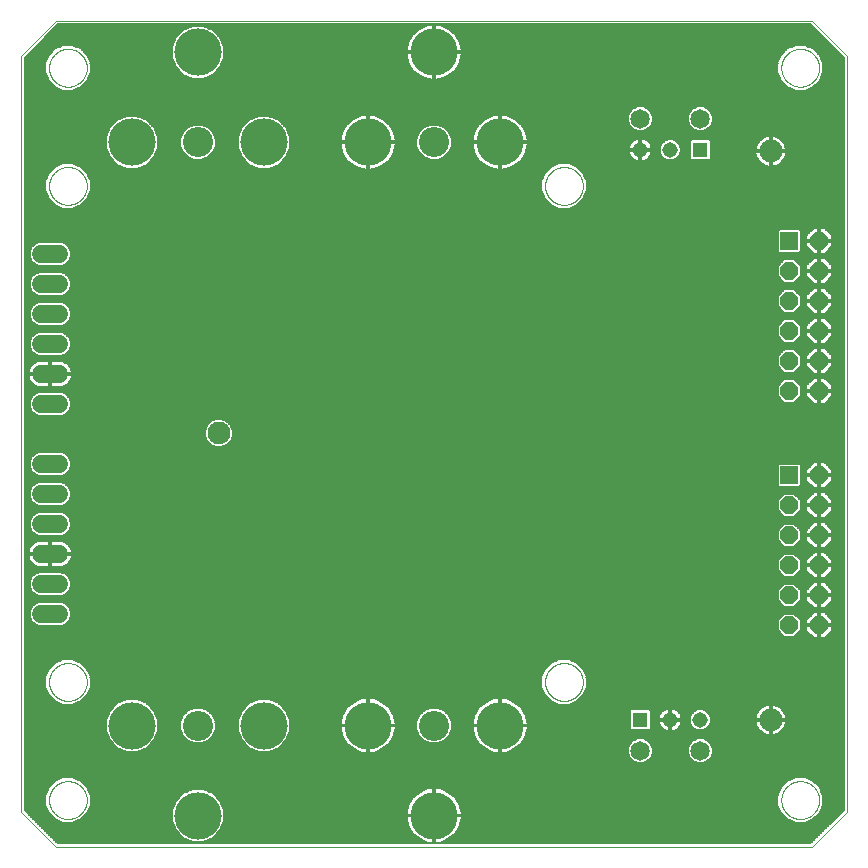
<source format=gbl>
G75*
%MOIN*%
%OFA0B0*%
%FSLAX25Y25*%
%IPPOS*%
%LPD*%
%AMOC8*
5,1,8,0,0,1.08239X$1,22.5*
%
%ADD10OC8,0.06000*%
%ADD11R,0.06000X0.06000*%
%ADD12C,0.00000*%
%ADD13C,0.06000*%
%ADD14C,0.05150*%
%ADD15R,0.05150X0.05150*%
%ADD16C,0.06496*%
%ADD17C,0.10039*%
%ADD18C,0.15748*%
%ADD19C,0.07600*%
%ADD20C,0.00600*%
%ADD21R,0.02400X0.02400*%
D10*
X0272500Y0091700D03*
X0272500Y0101700D03*
X0272500Y0111700D03*
X0282500Y0111700D03*
X0282500Y0101700D03*
X0282500Y0091700D03*
X0282500Y0121700D03*
X0282500Y0131700D03*
X0282500Y0141700D03*
X0272500Y0131700D03*
X0272500Y0121700D03*
X0272500Y0169865D03*
X0282500Y0169865D03*
X0282500Y0179865D03*
X0272500Y0179865D03*
X0272500Y0189865D03*
X0282500Y0189865D03*
X0282500Y0199865D03*
X0272500Y0199865D03*
X0272500Y0209865D03*
X0282500Y0209865D03*
X0282500Y0219865D03*
D11*
X0272500Y0219865D03*
X0272500Y0141700D03*
D12*
X0191103Y0072818D02*
X0191105Y0072976D01*
X0191111Y0073134D01*
X0191121Y0073292D01*
X0191135Y0073450D01*
X0191153Y0073607D01*
X0191174Y0073764D01*
X0191200Y0073920D01*
X0191230Y0074076D01*
X0191263Y0074231D01*
X0191301Y0074384D01*
X0191342Y0074537D01*
X0191387Y0074689D01*
X0191436Y0074840D01*
X0191489Y0074989D01*
X0191545Y0075137D01*
X0191605Y0075283D01*
X0191669Y0075428D01*
X0191737Y0075571D01*
X0191808Y0075713D01*
X0191882Y0075853D01*
X0191960Y0075990D01*
X0192042Y0076126D01*
X0192126Y0076260D01*
X0192215Y0076391D01*
X0192306Y0076520D01*
X0192401Y0076647D01*
X0192498Y0076772D01*
X0192599Y0076894D01*
X0192703Y0077013D01*
X0192810Y0077130D01*
X0192920Y0077244D01*
X0193033Y0077355D01*
X0193148Y0077464D01*
X0193266Y0077569D01*
X0193387Y0077671D01*
X0193510Y0077771D01*
X0193636Y0077867D01*
X0193764Y0077960D01*
X0193894Y0078050D01*
X0194027Y0078136D01*
X0194162Y0078220D01*
X0194298Y0078299D01*
X0194437Y0078376D01*
X0194578Y0078448D01*
X0194720Y0078518D01*
X0194864Y0078583D01*
X0195010Y0078645D01*
X0195157Y0078703D01*
X0195306Y0078758D01*
X0195456Y0078809D01*
X0195607Y0078856D01*
X0195759Y0078899D01*
X0195912Y0078938D01*
X0196067Y0078974D01*
X0196222Y0079005D01*
X0196378Y0079033D01*
X0196534Y0079057D01*
X0196691Y0079077D01*
X0196849Y0079093D01*
X0197006Y0079105D01*
X0197165Y0079113D01*
X0197323Y0079117D01*
X0197481Y0079117D01*
X0197639Y0079113D01*
X0197798Y0079105D01*
X0197955Y0079093D01*
X0198113Y0079077D01*
X0198270Y0079057D01*
X0198426Y0079033D01*
X0198582Y0079005D01*
X0198737Y0078974D01*
X0198892Y0078938D01*
X0199045Y0078899D01*
X0199197Y0078856D01*
X0199348Y0078809D01*
X0199498Y0078758D01*
X0199647Y0078703D01*
X0199794Y0078645D01*
X0199940Y0078583D01*
X0200084Y0078518D01*
X0200226Y0078448D01*
X0200367Y0078376D01*
X0200506Y0078299D01*
X0200642Y0078220D01*
X0200777Y0078136D01*
X0200910Y0078050D01*
X0201040Y0077960D01*
X0201168Y0077867D01*
X0201294Y0077771D01*
X0201417Y0077671D01*
X0201538Y0077569D01*
X0201656Y0077464D01*
X0201771Y0077355D01*
X0201884Y0077244D01*
X0201994Y0077130D01*
X0202101Y0077013D01*
X0202205Y0076894D01*
X0202306Y0076772D01*
X0202403Y0076647D01*
X0202498Y0076520D01*
X0202589Y0076391D01*
X0202678Y0076260D01*
X0202762Y0076126D01*
X0202844Y0075990D01*
X0202922Y0075853D01*
X0202996Y0075713D01*
X0203067Y0075571D01*
X0203135Y0075428D01*
X0203199Y0075283D01*
X0203259Y0075137D01*
X0203315Y0074989D01*
X0203368Y0074840D01*
X0203417Y0074689D01*
X0203462Y0074537D01*
X0203503Y0074384D01*
X0203541Y0074231D01*
X0203574Y0074076D01*
X0203604Y0073920D01*
X0203630Y0073764D01*
X0203651Y0073607D01*
X0203669Y0073450D01*
X0203683Y0073292D01*
X0203693Y0073134D01*
X0203699Y0072976D01*
X0203701Y0072818D01*
X0203699Y0072660D01*
X0203693Y0072502D01*
X0203683Y0072344D01*
X0203669Y0072186D01*
X0203651Y0072029D01*
X0203630Y0071872D01*
X0203604Y0071716D01*
X0203574Y0071560D01*
X0203541Y0071405D01*
X0203503Y0071252D01*
X0203462Y0071099D01*
X0203417Y0070947D01*
X0203368Y0070796D01*
X0203315Y0070647D01*
X0203259Y0070499D01*
X0203199Y0070353D01*
X0203135Y0070208D01*
X0203067Y0070065D01*
X0202996Y0069923D01*
X0202922Y0069783D01*
X0202844Y0069646D01*
X0202762Y0069510D01*
X0202678Y0069376D01*
X0202589Y0069245D01*
X0202498Y0069116D01*
X0202403Y0068989D01*
X0202306Y0068864D01*
X0202205Y0068742D01*
X0202101Y0068623D01*
X0201994Y0068506D01*
X0201884Y0068392D01*
X0201771Y0068281D01*
X0201656Y0068172D01*
X0201538Y0068067D01*
X0201417Y0067965D01*
X0201294Y0067865D01*
X0201168Y0067769D01*
X0201040Y0067676D01*
X0200910Y0067586D01*
X0200777Y0067500D01*
X0200642Y0067416D01*
X0200506Y0067337D01*
X0200367Y0067260D01*
X0200226Y0067188D01*
X0200084Y0067118D01*
X0199940Y0067053D01*
X0199794Y0066991D01*
X0199647Y0066933D01*
X0199498Y0066878D01*
X0199348Y0066827D01*
X0199197Y0066780D01*
X0199045Y0066737D01*
X0198892Y0066698D01*
X0198737Y0066662D01*
X0198582Y0066631D01*
X0198426Y0066603D01*
X0198270Y0066579D01*
X0198113Y0066559D01*
X0197955Y0066543D01*
X0197798Y0066531D01*
X0197639Y0066523D01*
X0197481Y0066519D01*
X0197323Y0066519D01*
X0197165Y0066523D01*
X0197006Y0066531D01*
X0196849Y0066543D01*
X0196691Y0066559D01*
X0196534Y0066579D01*
X0196378Y0066603D01*
X0196222Y0066631D01*
X0196067Y0066662D01*
X0195912Y0066698D01*
X0195759Y0066737D01*
X0195607Y0066780D01*
X0195456Y0066827D01*
X0195306Y0066878D01*
X0195157Y0066933D01*
X0195010Y0066991D01*
X0194864Y0067053D01*
X0194720Y0067118D01*
X0194578Y0067188D01*
X0194437Y0067260D01*
X0194298Y0067337D01*
X0194162Y0067416D01*
X0194027Y0067500D01*
X0193894Y0067586D01*
X0193764Y0067676D01*
X0193636Y0067769D01*
X0193510Y0067865D01*
X0193387Y0067965D01*
X0193266Y0068067D01*
X0193148Y0068172D01*
X0193033Y0068281D01*
X0192920Y0068392D01*
X0192810Y0068506D01*
X0192703Y0068623D01*
X0192599Y0068742D01*
X0192498Y0068864D01*
X0192401Y0068989D01*
X0192306Y0069116D01*
X0192215Y0069245D01*
X0192126Y0069376D01*
X0192042Y0069510D01*
X0191960Y0069646D01*
X0191882Y0069783D01*
X0191808Y0069923D01*
X0191737Y0070065D01*
X0191669Y0070208D01*
X0191605Y0070353D01*
X0191545Y0070499D01*
X0191489Y0070647D01*
X0191436Y0070796D01*
X0191387Y0070947D01*
X0191342Y0071099D01*
X0191301Y0071252D01*
X0191263Y0071405D01*
X0191230Y0071560D01*
X0191200Y0071716D01*
X0191174Y0071872D01*
X0191153Y0072029D01*
X0191135Y0072186D01*
X0191121Y0072344D01*
X0191111Y0072502D01*
X0191105Y0072660D01*
X0191103Y0072818D01*
X0269844Y0033448D02*
X0269846Y0033606D01*
X0269852Y0033764D01*
X0269862Y0033922D01*
X0269876Y0034080D01*
X0269894Y0034237D01*
X0269915Y0034394D01*
X0269941Y0034550D01*
X0269971Y0034706D01*
X0270004Y0034861D01*
X0270042Y0035014D01*
X0270083Y0035167D01*
X0270128Y0035319D01*
X0270177Y0035470D01*
X0270230Y0035619D01*
X0270286Y0035767D01*
X0270346Y0035913D01*
X0270410Y0036058D01*
X0270478Y0036201D01*
X0270549Y0036343D01*
X0270623Y0036483D01*
X0270701Y0036620D01*
X0270783Y0036756D01*
X0270867Y0036890D01*
X0270956Y0037021D01*
X0271047Y0037150D01*
X0271142Y0037277D01*
X0271239Y0037402D01*
X0271340Y0037524D01*
X0271444Y0037643D01*
X0271551Y0037760D01*
X0271661Y0037874D01*
X0271774Y0037985D01*
X0271889Y0038094D01*
X0272007Y0038199D01*
X0272128Y0038301D01*
X0272251Y0038401D01*
X0272377Y0038497D01*
X0272505Y0038590D01*
X0272635Y0038680D01*
X0272768Y0038766D01*
X0272903Y0038850D01*
X0273039Y0038929D01*
X0273178Y0039006D01*
X0273319Y0039078D01*
X0273461Y0039148D01*
X0273605Y0039213D01*
X0273751Y0039275D01*
X0273898Y0039333D01*
X0274047Y0039388D01*
X0274197Y0039439D01*
X0274348Y0039486D01*
X0274500Y0039529D01*
X0274653Y0039568D01*
X0274808Y0039604D01*
X0274963Y0039635D01*
X0275119Y0039663D01*
X0275275Y0039687D01*
X0275432Y0039707D01*
X0275590Y0039723D01*
X0275747Y0039735D01*
X0275906Y0039743D01*
X0276064Y0039747D01*
X0276222Y0039747D01*
X0276380Y0039743D01*
X0276539Y0039735D01*
X0276696Y0039723D01*
X0276854Y0039707D01*
X0277011Y0039687D01*
X0277167Y0039663D01*
X0277323Y0039635D01*
X0277478Y0039604D01*
X0277633Y0039568D01*
X0277786Y0039529D01*
X0277938Y0039486D01*
X0278089Y0039439D01*
X0278239Y0039388D01*
X0278388Y0039333D01*
X0278535Y0039275D01*
X0278681Y0039213D01*
X0278825Y0039148D01*
X0278967Y0039078D01*
X0279108Y0039006D01*
X0279247Y0038929D01*
X0279383Y0038850D01*
X0279518Y0038766D01*
X0279651Y0038680D01*
X0279781Y0038590D01*
X0279909Y0038497D01*
X0280035Y0038401D01*
X0280158Y0038301D01*
X0280279Y0038199D01*
X0280397Y0038094D01*
X0280512Y0037985D01*
X0280625Y0037874D01*
X0280735Y0037760D01*
X0280842Y0037643D01*
X0280946Y0037524D01*
X0281047Y0037402D01*
X0281144Y0037277D01*
X0281239Y0037150D01*
X0281330Y0037021D01*
X0281419Y0036890D01*
X0281503Y0036756D01*
X0281585Y0036620D01*
X0281663Y0036483D01*
X0281737Y0036343D01*
X0281808Y0036201D01*
X0281876Y0036058D01*
X0281940Y0035913D01*
X0282000Y0035767D01*
X0282056Y0035619D01*
X0282109Y0035470D01*
X0282158Y0035319D01*
X0282203Y0035167D01*
X0282244Y0035014D01*
X0282282Y0034861D01*
X0282315Y0034706D01*
X0282345Y0034550D01*
X0282371Y0034394D01*
X0282392Y0034237D01*
X0282410Y0034080D01*
X0282424Y0033922D01*
X0282434Y0033764D01*
X0282440Y0033606D01*
X0282442Y0033448D01*
X0282440Y0033290D01*
X0282434Y0033132D01*
X0282424Y0032974D01*
X0282410Y0032816D01*
X0282392Y0032659D01*
X0282371Y0032502D01*
X0282345Y0032346D01*
X0282315Y0032190D01*
X0282282Y0032035D01*
X0282244Y0031882D01*
X0282203Y0031729D01*
X0282158Y0031577D01*
X0282109Y0031426D01*
X0282056Y0031277D01*
X0282000Y0031129D01*
X0281940Y0030983D01*
X0281876Y0030838D01*
X0281808Y0030695D01*
X0281737Y0030553D01*
X0281663Y0030413D01*
X0281585Y0030276D01*
X0281503Y0030140D01*
X0281419Y0030006D01*
X0281330Y0029875D01*
X0281239Y0029746D01*
X0281144Y0029619D01*
X0281047Y0029494D01*
X0280946Y0029372D01*
X0280842Y0029253D01*
X0280735Y0029136D01*
X0280625Y0029022D01*
X0280512Y0028911D01*
X0280397Y0028802D01*
X0280279Y0028697D01*
X0280158Y0028595D01*
X0280035Y0028495D01*
X0279909Y0028399D01*
X0279781Y0028306D01*
X0279651Y0028216D01*
X0279518Y0028130D01*
X0279383Y0028046D01*
X0279247Y0027967D01*
X0279108Y0027890D01*
X0278967Y0027818D01*
X0278825Y0027748D01*
X0278681Y0027683D01*
X0278535Y0027621D01*
X0278388Y0027563D01*
X0278239Y0027508D01*
X0278089Y0027457D01*
X0277938Y0027410D01*
X0277786Y0027367D01*
X0277633Y0027328D01*
X0277478Y0027292D01*
X0277323Y0027261D01*
X0277167Y0027233D01*
X0277011Y0027209D01*
X0276854Y0027189D01*
X0276696Y0027173D01*
X0276539Y0027161D01*
X0276380Y0027153D01*
X0276222Y0027149D01*
X0276064Y0027149D01*
X0275906Y0027153D01*
X0275747Y0027161D01*
X0275590Y0027173D01*
X0275432Y0027189D01*
X0275275Y0027209D01*
X0275119Y0027233D01*
X0274963Y0027261D01*
X0274808Y0027292D01*
X0274653Y0027328D01*
X0274500Y0027367D01*
X0274348Y0027410D01*
X0274197Y0027457D01*
X0274047Y0027508D01*
X0273898Y0027563D01*
X0273751Y0027621D01*
X0273605Y0027683D01*
X0273461Y0027748D01*
X0273319Y0027818D01*
X0273178Y0027890D01*
X0273039Y0027967D01*
X0272903Y0028046D01*
X0272768Y0028130D01*
X0272635Y0028216D01*
X0272505Y0028306D01*
X0272377Y0028399D01*
X0272251Y0028495D01*
X0272128Y0028595D01*
X0272007Y0028697D01*
X0271889Y0028802D01*
X0271774Y0028911D01*
X0271661Y0029022D01*
X0271551Y0029136D01*
X0271444Y0029253D01*
X0271340Y0029372D01*
X0271239Y0029494D01*
X0271142Y0029619D01*
X0271047Y0029746D01*
X0270956Y0029875D01*
X0270867Y0030006D01*
X0270783Y0030140D01*
X0270701Y0030276D01*
X0270623Y0030413D01*
X0270549Y0030553D01*
X0270478Y0030695D01*
X0270410Y0030838D01*
X0270346Y0030983D01*
X0270286Y0031129D01*
X0270230Y0031277D01*
X0270177Y0031426D01*
X0270128Y0031577D01*
X0270083Y0031729D01*
X0270042Y0031882D01*
X0270004Y0032035D01*
X0269971Y0032190D01*
X0269941Y0032346D01*
X0269915Y0032502D01*
X0269894Y0032659D01*
X0269876Y0032816D01*
X0269862Y0032974D01*
X0269852Y0033132D01*
X0269846Y0033290D01*
X0269844Y0033448D01*
X0280080Y0017700D02*
X0291891Y0029511D01*
X0291891Y0281480D01*
X0280080Y0293291D01*
X0028111Y0293291D01*
X0016300Y0281480D01*
X0016300Y0029511D01*
X0028111Y0017700D01*
X0280080Y0017700D01*
X0191103Y0238172D02*
X0191105Y0238330D01*
X0191111Y0238488D01*
X0191121Y0238646D01*
X0191135Y0238804D01*
X0191153Y0238961D01*
X0191174Y0239118D01*
X0191200Y0239274D01*
X0191230Y0239430D01*
X0191263Y0239585D01*
X0191301Y0239738D01*
X0191342Y0239891D01*
X0191387Y0240043D01*
X0191436Y0240194D01*
X0191489Y0240343D01*
X0191545Y0240491D01*
X0191605Y0240637D01*
X0191669Y0240782D01*
X0191737Y0240925D01*
X0191808Y0241067D01*
X0191882Y0241207D01*
X0191960Y0241344D01*
X0192042Y0241480D01*
X0192126Y0241614D01*
X0192215Y0241745D01*
X0192306Y0241874D01*
X0192401Y0242001D01*
X0192498Y0242126D01*
X0192599Y0242248D01*
X0192703Y0242367D01*
X0192810Y0242484D01*
X0192920Y0242598D01*
X0193033Y0242709D01*
X0193148Y0242818D01*
X0193266Y0242923D01*
X0193387Y0243025D01*
X0193510Y0243125D01*
X0193636Y0243221D01*
X0193764Y0243314D01*
X0193894Y0243404D01*
X0194027Y0243490D01*
X0194162Y0243574D01*
X0194298Y0243653D01*
X0194437Y0243730D01*
X0194578Y0243802D01*
X0194720Y0243872D01*
X0194864Y0243937D01*
X0195010Y0243999D01*
X0195157Y0244057D01*
X0195306Y0244112D01*
X0195456Y0244163D01*
X0195607Y0244210D01*
X0195759Y0244253D01*
X0195912Y0244292D01*
X0196067Y0244328D01*
X0196222Y0244359D01*
X0196378Y0244387D01*
X0196534Y0244411D01*
X0196691Y0244431D01*
X0196849Y0244447D01*
X0197006Y0244459D01*
X0197165Y0244467D01*
X0197323Y0244471D01*
X0197481Y0244471D01*
X0197639Y0244467D01*
X0197798Y0244459D01*
X0197955Y0244447D01*
X0198113Y0244431D01*
X0198270Y0244411D01*
X0198426Y0244387D01*
X0198582Y0244359D01*
X0198737Y0244328D01*
X0198892Y0244292D01*
X0199045Y0244253D01*
X0199197Y0244210D01*
X0199348Y0244163D01*
X0199498Y0244112D01*
X0199647Y0244057D01*
X0199794Y0243999D01*
X0199940Y0243937D01*
X0200084Y0243872D01*
X0200226Y0243802D01*
X0200367Y0243730D01*
X0200506Y0243653D01*
X0200642Y0243574D01*
X0200777Y0243490D01*
X0200910Y0243404D01*
X0201040Y0243314D01*
X0201168Y0243221D01*
X0201294Y0243125D01*
X0201417Y0243025D01*
X0201538Y0242923D01*
X0201656Y0242818D01*
X0201771Y0242709D01*
X0201884Y0242598D01*
X0201994Y0242484D01*
X0202101Y0242367D01*
X0202205Y0242248D01*
X0202306Y0242126D01*
X0202403Y0242001D01*
X0202498Y0241874D01*
X0202589Y0241745D01*
X0202678Y0241614D01*
X0202762Y0241480D01*
X0202844Y0241344D01*
X0202922Y0241207D01*
X0202996Y0241067D01*
X0203067Y0240925D01*
X0203135Y0240782D01*
X0203199Y0240637D01*
X0203259Y0240491D01*
X0203315Y0240343D01*
X0203368Y0240194D01*
X0203417Y0240043D01*
X0203462Y0239891D01*
X0203503Y0239738D01*
X0203541Y0239585D01*
X0203574Y0239430D01*
X0203604Y0239274D01*
X0203630Y0239118D01*
X0203651Y0238961D01*
X0203669Y0238804D01*
X0203683Y0238646D01*
X0203693Y0238488D01*
X0203699Y0238330D01*
X0203701Y0238172D01*
X0203699Y0238014D01*
X0203693Y0237856D01*
X0203683Y0237698D01*
X0203669Y0237540D01*
X0203651Y0237383D01*
X0203630Y0237226D01*
X0203604Y0237070D01*
X0203574Y0236914D01*
X0203541Y0236759D01*
X0203503Y0236606D01*
X0203462Y0236453D01*
X0203417Y0236301D01*
X0203368Y0236150D01*
X0203315Y0236001D01*
X0203259Y0235853D01*
X0203199Y0235707D01*
X0203135Y0235562D01*
X0203067Y0235419D01*
X0202996Y0235277D01*
X0202922Y0235137D01*
X0202844Y0235000D01*
X0202762Y0234864D01*
X0202678Y0234730D01*
X0202589Y0234599D01*
X0202498Y0234470D01*
X0202403Y0234343D01*
X0202306Y0234218D01*
X0202205Y0234096D01*
X0202101Y0233977D01*
X0201994Y0233860D01*
X0201884Y0233746D01*
X0201771Y0233635D01*
X0201656Y0233526D01*
X0201538Y0233421D01*
X0201417Y0233319D01*
X0201294Y0233219D01*
X0201168Y0233123D01*
X0201040Y0233030D01*
X0200910Y0232940D01*
X0200777Y0232854D01*
X0200642Y0232770D01*
X0200506Y0232691D01*
X0200367Y0232614D01*
X0200226Y0232542D01*
X0200084Y0232472D01*
X0199940Y0232407D01*
X0199794Y0232345D01*
X0199647Y0232287D01*
X0199498Y0232232D01*
X0199348Y0232181D01*
X0199197Y0232134D01*
X0199045Y0232091D01*
X0198892Y0232052D01*
X0198737Y0232016D01*
X0198582Y0231985D01*
X0198426Y0231957D01*
X0198270Y0231933D01*
X0198113Y0231913D01*
X0197955Y0231897D01*
X0197798Y0231885D01*
X0197639Y0231877D01*
X0197481Y0231873D01*
X0197323Y0231873D01*
X0197165Y0231877D01*
X0197006Y0231885D01*
X0196849Y0231897D01*
X0196691Y0231913D01*
X0196534Y0231933D01*
X0196378Y0231957D01*
X0196222Y0231985D01*
X0196067Y0232016D01*
X0195912Y0232052D01*
X0195759Y0232091D01*
X0195607Y0232134D01*
X0195456Y0232181D01*
X0195306Y0232232D01*
X0195157Y0232287D01*
X0195010Y0232345D01*
X0194864Y0232407D01*
X0194720Y0232472D01*
X0194578Y0232542D01*
X0194437Y0232614D01*
X0194298Y0232691D01*
X0194162Y0232770D01*
X0194027Y0232854D01*
X0193894Y0232940D01*
X0193764Y0233030D01*
X0193636Y0233123D01*
X0193510Y0233219D01*
X0193387Y0233319D01*
X0193266Y0233421D01*
X0193148Y0233526D01*
X0193033Y0233635D01*
X0192920Y0233746D01*
X0192810Y0233860D01*
X0192703Y0233977D01*
X0192599Y0234096D01*
X0192498Y0234218D01*
X0192401Y0234343D01*
X0192306Y0234470D01*
X0192215Y0234599D01*
X0192126Y0234730D01*
X0192042Y0234864D01*
X0191960Y0235000D01*
X0191882Y0235137D01*
X0191808Y0235277D01*
X0191737Y0235419D01*
X0191669Y0235562D01*
X0191605Y0235707D01*
X0191545Y0235853D01*
X0191489Y0236001D01*
X0191436Y0236150D01*
X0191387Y0236301D01*
X0191342Y0236453D01*
X0191301Y0236606D01*
X0191263Y0236759D01*
X0191230Y0236914D01*
X0191200Y0237070D01*
X0191174Y0237226D01*
X0191153Y0237383D01*
X0191135Y0237540D01*
X0191121Y0237698D01*
X0191111Y0237856D01*
X0191105Y0238014D01*
X0191103Y0238172D01*
X0269844Y0277543D02*
X0269846Y0277701D01*
X0269852Y0277859D01*
X0269862Y0278017D01*
X0269876Y0278175D01*
X0269894Y0278332D01*
X0269915Y0278489D01*
X0269941Y0278645D01*
X0269971Y0278801D01*
X0270004Y0278956D01*
X0270042Y0279109D01*
X0270083Y0279262D01*
X0270128Y0279414D01*
X0270177Y0279565D01*
X0270230Y0279714D01*
X0270286Y0279862D01*
X0270346Y0280008D01*
X0270410Y0280153D01*
X0270478Y0280296D01*
X0270549Y0280438D01*
X0270623Y0280578D01*
X0270701Y0280715D01*
X0270783Y0280851D01*
X0270867Y0280985D01*
X0270956Y0281116D01*
X0271047Y0281245D01*
X0271142Y0281372D01*
X0271239Y0281497D01*
X0271340Y0281619D01*
X0271444Y0281738D01*
X0271551Y0281855D01*
X0271661Y0281969D01*
X0271774Y0282080D01*
X0271889Y0282189D01*
X0272007Y0282294D01*
X0272128Y0282396D01*
X0272251Y0282496D01*
X0272377Y0282592D01*
X0272505Y0282685D01*
X0272635Y0282775D01*
X0272768Y0282861D01*
X0272903Y0282945D01*
X0273039Y0283024D01*
X0273178Y0283101D01*
X0273319Y0283173D01*
X0273461Y0283243D01*
X0273605Y0283308D01*
X0273751Y0283370D01*
X0273898Y0283428D01*
X0274047Y0283483D01*
X0274197Y0283534D01*
X0274348Y0283581D01*
X0274500Y0283624D01*
X0274653Y0283663D01*
X0274808Y0283699D01*
X0274963Y0283730D01*
X0275119Y0283758D01*
X0275275Y0283782D01*
X0275432Y0283802D01*
X0275590Y0283818D01*
X0275747Y0283830D01*
X0275906Y0283838D01*
X0276064Y0283842D01*
X0276222Y0283842D01*
X0276380Y0283838D01*
X0276539Y0283830D01*
X0276696Y0283818D01*
X0276854Y0283802D01*
X0277011Y0283782D01*
X0277167Y0283758D01*
X0277323Y0283730D01*
X0277478Y0283699D01*
X0277633Y0283663D01*
X0277786Y0283624D01*
X0277938Y0283581D01*
X0278089Y0283534D01*
X0278239Y0283483D01*
X0278388Y0283428D01*
X0278535Y0283370D01*
X0278681Y0283308D01*
X0278825Y0283243D01*
X0278967Y0283173D01*
X0279108Y0283101D01*
X0279247Y0283024D01*
X0279383Y0282945D01*
X0279518Y0282861D01*
X0279651Y0282775D01*
X0279781Y0282685D01*
X0279909Y0282592D01*
X0280035Y0282496D01*
X0280158Y0282396D01*
X0280279Y0282294D01*
X0280397Y0282189D01*
X0280512Y0282080D01*
X0280625Y0281969D01*
X0280735Y0281855D01*
X0280842Y0281738D01*
X0280946Y0281619D01*
X0281047Y0281497D01*
X0281144Y0281372D01*
X0281239Y0281245D01*
X0281330Y0281116D01*
X0281419Y0280985D01*
X0281503Y0280851D01*
X0281585Y0280715D01*
X0281663Y0280578D01*
X0281737Y0280438D01*
X0281808Y0280296D01*
X0281876Y0280153D01*
X0281940Y0280008D01*
X0282000Y0279862D01*
X0282056Y0279714D01*
X0282109Y0279565D01*
X0282158Y0279414D01*
X0282203Y0279262D01*
X0282244Y0279109D01*
X0282282Y0278956D01*
X0282315Y0278801D01*
X0282345Y0278645D01*
X0282371Y0278489D01*
X0282392Y0278332D01*
X0282410Y0278175D01*
X0282424Y0278017D01*
X0282434Y0277859D01*
X0282440Y0277701D01*
X0282442Y0277543D01*
X0282440Y0277385D01*
X0282434Y0277227D01*
X0282424Y0277069D01*
X0282410Y0276911D01*
X0282392Y0276754D01*
X0282371Y0276597D01*
X0282345Y0276441D01*
X0282315Y0276285D01*
X0282282Y0276130D01*
X0282244Y0275977D01*
X0282203Y0275824D01*
X0282158Y0275672D01*
X0282109Y0275521D01*
X0282056Y0275372D01*
X0282000Y0275224D01*
X0281940Y0275078D01*
X0281876Y0274933D01*
X0281808Y0274790D01*
X0281737Y0274648D01*
X0281663Y0274508D01*
X0281585Y0274371D01*
X0281503Y0274235D01*
X0281419Y0274101D01*
X0281330Y0273970D01*
X0281239Y0273841D01*
X0281144Y0273714D01*
X0281047Y0273589D01*
X0280946Y0273467D01*
X0280842Y0273348D01*
X0280735Y0273231D01*
X0280625Y0273117D01*
X0280512Y0273006D01*
X0280397Y0272897D01*
X0280279Y0272792D01*
X0280158Y0272690D01*
X0280035Y0272590D01*
X0279909Y0272494D01*
X0279781Y0272401D01*
X0279651Y0272311D01*
X0279518Y0272225D01*
X0279383Y0272141D01*
X0279247Y0272062D01*
X0279108Y0271985D01*
X0278967Y0271913D01*
X0278825Y0271843D01*
X0278681Y0271778D01*
X0278535Y0271716D01*
X0278388Y0271658D01*
X0278239Y0271603D01*
X0278089Y0271552D01*
X0277938Y0271505D01*
X0277786Y0271462D01*
X0277633Y0271423D01*
X0277478Y0271387D01*
X0277323Y0271356D01*
X0277167Y0271328D01*
X0277011Y0271304D01*
X0276854Y0271284D01*
X0276696Y0271268D01*
X0276539Y0271256D01*
X0276380Y0271248D01*
X0276222Y0271244D01*
X0276064Y0271244D01*
X0275906Y0271248D01*
X0275747Y0271256D01*
X0275590Y0271268D01*
X0275432Y0271284D01*
X0275275Y0271304D01*
X0275119Y0271328D01*
X0274963Y0271356D01*
X0274808Y0271387D01*
X0274653Y0271423D01*
X0274500Y0271462D01*
X0274348Y0271505D01*
X0274197Y0271552D01*
X0274047Y0271603D01*
X0273898Y0271658D01*
X0273751Y0271716D01*
X0273605Y0271778D01*
X0273461Y0271843D01*
X0273319Y0271913D01*
X0273178Y0271985D01*
X0273039Y0272062D01*
X0272903Y0272141D01*
X0272768Y0272225D01*
X0272635Y0272311D01*
X0272505Y0272401D01*
X0272377Y0272494D01*
X0272251Y0272590D01*
X0272128Y0272690D01*
X0272007Y0272792D01*
X0271889Y0272897D01*
X0271774Y0273006D01*
X0271661Y0273117D01*
X0271551Y0273231D01*
X0271444Y0273348D01*
X0271340Y0273467D01*
X0271239Y0273589D01*
X0271142Y0273714D01*
X0271047Y0273841D01*
X0270956Y0273970D01*
X0270867Y0274101D01*
X0270783Y0274235D01*
X0270701Y0274371D01*
X0270623Y0274508D01*
X0270549Y0274648D01*
X0270478Y0274790D01*
X0270410Y0274933D01*
X0270346Y0275078D01*
X0270286Y0275224D01*
X0270230Y0275372D01*
X0270177Y0275521D01*
X0270128Y0275672D01*
X0270083Y0275824D01*
X0270042Y0275977D01*
X0270004Y0276130D01*
X0269971Y0276285D01*
X0269941Y0276441D01*
X0269915Y0276597D01*
X0269894Y0276754D01*
X0269876Y0276911D01*
X0269862Y0277069D01*
X0269852Y0277227D01*
X0269846Y0277385D01*
X0269844Y0277543D01*
X0025749Y0277543D02*
X0025751Y0277701D01*
X0025757Y0277859D01*
X0025767Y0278017D01*
X0025781Y0278175D01*
X0025799Y0278332D01*
X0025820Y0278489D01*
X0025846Y0278645D01*
X0025876Y0278801D01*
X0025909Y0278956D01*
X0025947Y0279109D01*
X0025988Y0279262D01*
X0026033Y0279414D01*
X0026082Y0279565D01*
X0026135Y0279714D01*
X0026191Y0279862D01*
X0026251Y0280008D01*
X0026315Y0280153D01*
X0026383Y0280296D01*
X0026454Y0280438D01*
X0026528Y0280578D01*
X0026606Y0280715D01*
X0026688Y0280851D01*
X0026772Y0280985D01*
X0026861Y0281116D01*
X0026952Y0281245D01*
X0027047Y0281372D01*
X0027144Y0281497D01*
X0027245Y0281619D01*
X0027349Y0281738D01*
X0027456Y0281855D01*
X0027566Y0281969D01*
X0027679Y0282080D01*
X0027794Y0282189D01*
X0027912Y0282294D01*
X0028033Y0282396D01*
X0028156Y0282496D01*
X0028282Y0282592D01*
X0028410Y0282685D01*
X0028540Y0282775D01*
X0028673Y0282861D01*
X0028808Y0282945D01*
X0028944Y0283024D01*
X0029083Y0283101D01*
X0029224Y0283173D01*
X0029366Y0283243D01*
X0029510Y0283308D01*
X0029656Y0283370D01*
X0029803Y0283428D01*
X0029952Y0283483D01*
X0030102Y0283534D01*
X0030253Y0283581D01*
X0030405Y0283624D01*
X0030558Y0283663D01*
X0030713Y0283699D01*
X0030868Y0283730D01*
X0031024Y0283758D01*
X0031180Y0283782D01*
X0031337Y0283802D01*
X0031495Y0283818D01*
X0031652Y0283830D01*
X0031811Y0283838D01*
X0031969Y0283842D01*
X0032127Y0283842D01*
X0032285Y0283838D01*
X0032444Y0283830D01*
X0032601Y0283818D01*
X0032759Y0283802D01*
X0032916Y0283782D01*
X0033072Y0283758D01*
X0033228Y0283730D01*
X0033383Y0283699D01*
X0033538Y0283663D01*
X0033691Y0283624D01*
X0033843Y0283581D01*
X0033994Y0283534D01*
X0034144Y0283483D01*
X0034293Y0283428D01*
X0034440Y0283370D01*
X0034586Y0283308D01*
X0034730Y0283243D01*
X0034872Y0283173D01*
X0035013Y0283101D01*
X0035152Y0283024D01*
X0035288Y0282945D01*
X0035423Y0282861D01*
X0035556Y0282775D01*
X0035686Y0282685D01*
X0035814Y0282592D01*
X0035940Y0282496D01*
X0036063Y0282396D01*
X0036184Y0282294D01*
X0036302Y0282189D01*
X0036417Y0282080D01*
X0036530Y0281969D01*
X0036640Y0281855D01*
X0036747Y0281738D01*
X0036851Y0281619D01*
X0036952Y0281497D01*
X0037049Y0281372D01*
X0037144Y0281245D01*
X0037235Y0281116D01*
X0037324Y0280985D01*
X0037408Y0280851D01*
X0037490Y0280715D01*
X0037568Y0280578D01*
X0037642Y0280438D01*
X0037713Y0280296D01*
X0037781Y0280153D01*
X0037845Y0280008D01*
X0037905Y0279862D01*
X0037961Y0279714D01*
X0038014Y0279565D01*
X0038063Y0279414D01*
X0038108Y0279262D01*
X0038149Y0279109D01*
X0038187Y0278956D01*
X0038220Y0278801D01*
X0038250Y0278645D01*
X0038276Y0278489D01*
X0038297Y0278332D01*
X0038315Y0278175D01*
X0038329Y0278017D01*
X0038339Y0277859D01*
X0038345Y0277701D01*
X0038347Y0277543D01*
X0038345Y0277385D01*
X0038339Y0277227D01*
X0038329Y0277069D01*
X0038315Y0276911D01*
X0038297Y0276754D01*
X0038276Y0276597D01*
X0038250Y0276441D01*
X0038220Y0276285D01*
X0038187Y0276130D01*
X0038149Y0275977D01*
X0038108Y0275824D01*
X0038063Y0275672D01*
X0038014Y0275521D01*
X0037961Y0275372D01*
X0037905Y0275224D01*
X0037845Y0275078D01*
X0037781Y0274933D01*
X0037713Y0274790D01*
X0037642Y0274648D01*
X0037568Y0274508D01*
X0037490Y0274371D01*
X0037408Y0274235D01*
X0037324Y0274101D01*
X0037235Y0273970D01*
X0037144Y0273841D01*
X0037049Y0273714D01*
X0036952Y0273589D01*
X0036851Y0273467D01*
X0036747Y0273348D01*
X0036640Y0273231D01*
X0036530Y0273117D01*
X0036417Y0273006D01*
X0036302Y0272897D01*
X0036184Y0272792D01*
X0036063Y0272690D01*
X0035940Y0272590D01*
X0035814Y0272494D01*
X0035686Y0272401D01*
X0035556Y0272311D01*
X0035423Y0272225D01*
X0035288Y0272141D01*
X0035152Y0272062D01*
X0035013Y0271985D01*
X0034872Y0271913D01*
X0034730Y0271843D01*
X0034586Y0271778D01*
X0034440Y0271716D01*
X0034293Y0271658D01*
X0034144Y0271603D01*
X0033994Y0271552D01*
X0033843Y0271505D01*
X0033691Y0271462D01*
X0033538Y0271423D01*
X0033383Y0271387D01*
X0033228Y0271356D01*
X0033072Y0271328D01*
X0032916Y0271304D01*
X0032759Y0271284D01*
X0032601Y0271268D01*
X0032444Y0271256D01*
X0032285Y0271248D01*
X0032127Y0271244D01*
X0031969Y0271244D01*
X0031811Y0271248D01*
X0031652Y0271256D01*
X0031495Y0271268D01*
X0031337Y0271284D01*
X0031180Y0271304D01*
X0031024Y0271328D01*
X0030868Y0271356D01*
X0030713Y0271387D01*
X0030558Y0271423D01*
X0030405Y0271462D01*
X0030253Y0271505D01*
X0030102Y0271552D01*
X0029952Y0271603D01*
X0029803Y0271658D01*
X0029656Y0271716D01*
X0029510Y0271778D01*
X0029366Y0271843D01*
X0029224Y0271913D01*
X0029083Y0271985D01*
X0028944Y0272062D01*
X0028808Y0272141D01*
X0028673Y0272225D01*
X0028540Y0272311D01*
X0028410Y0272401D01*
X0028282Y0272494D01*
X0028156Y0272590D01*
X0028033Y0272690D01*
X0027912Y0272792D01*
X0027794Y0272897D01*
X0027679Y0273006D01*
X0027566Y0273117D01*
X0027456Y0273231D01*
X0027349Y0273348D01*
X0027245Y0273467D01*
X0027144Y0273589D01*
X0027047Y0273714D01*
X0026952Y0273841D01*
X0026861Y0273970D01*
X0026772Y0274101D01*
X0026688Y0274235D01*
X0026606Y0274371D01*
X0026528Y0274508D01*
X0026454Y0274648D01*
X0026383Y0274790D01*
X0026315Y0274933D01*
X0026251Y0275078D01*
X0026191Y0275224D01*
X0026135Y0275372D01*
X0026082Y0275521D01*
X0026033Y0275672D01*
X0025988Y0275824D01*
X0025947Y0275977D01*
X0025909Y0276130D01*
X0025876Y0276285D01*
X0025846Y0276441D01*
X0025820Y0276597D01*
X0025799Y0276754D01*
X0025781Y0276911D01*
X0025767Y0277069D01*
X0025757Y0277227D01*
X0025751Y0277385D01*
X0025749Y0277543D01*
X0025749Y0238172D02*
X0025751Y0238330D01*
X0025757Y0238488D01*
X0025767Y0238646D01*
X0025781Y0238804D01*
X0025799Y0238961D01*
X0025820Y0239118D01*
X0025846Y0239274D01*
X0025876Y0239430D01*
X0025909Y0239585D01*
X0025947Y0239738D01*
X0025988Y0239891D01*
X0026033Y0240043D01*
X0026082Y0240194D01*
X0026135Y0240343D01*
X0026191Y0240491D01*
X0026251Y0240637D01*
X0026315Y0240782D01*
X0026383Y0240925D01*
X0026454Y0241067D01*
X0026528Y0241207D01*
X0026606Y0241344D01*
X0026688Y0241480D01*
X0026772Y0241614D01*
X0026861Y0241745D01*
X0026952Y0241874D01*
X0027047Y0242001D01*
X0027144Y0242126D01*
X0027245Y0242248D01*
X0027349Y0242367D01*
X0027456Y0242484D01*
X0027566Y0242598D01*
X0027679Y0242709D01*
X0027794Y0242818D01*
X0027912Y0242923D01*
X0028033Y0243025D01*
X0028156Y0243125D01*
X0028282Y0243221D01*
X0028410Y0243314D01*
X0028540Y0243404D01*
X0028673Y0243490D01*
X0028808Y0243574D01*
X0028944Y0243653D01*
X0029083Y0243730D01*
X0029224Y0243802D01*
X0029366Y0243872D01*
X0029510Y0243937D01*
X0029656Y0243999D01*
X0029803Y0244057D01*
X0029952Y0244112D01*
X0030102Y0244163D01*
X0030253Y0244210D01*
X0030405Y0244253D01*
X0030558Y0244292D01*
X0030713Y0244328D01*
X0030868Y0244359D01*
X0031024Y0244387D01*
X0031180Y0244411D01*
X0031337Y0244431D01*
X0031495Y0244447D01*
X0031652Y0244459D01*
X0031811Y0244467D01*
X0031969Y0244471D01*
X0032127Y0244471D01*
X0032285Y0244467D01*
X0032444Y0244459D01*
X0032601Y0244447D01*
X0032759Y0244431D01*
X0032916Y0244411D01*
X0033072Y0244387D01*
X0033228Y0244359D01*
X0033383Y0244328D01*
X0033538Y0244292D01*
X0033691Y0244253D01*
X0033843Y0244210D01*
X0033994Y0244163D01*
X0034144Y0244112D01*
X0034293Y0244057D01*
X0034440Y0243999D01*
X0034586Y0243937D01*
X0034730Y0243872D01*
X0034872Y0243802D01*
X0035013Y0243730D01*
X0035152Y0243653D01*
X0035288Y0243574D01*
X0035423Y0243490D01*
X0035556Y0243404D01*
X0035686Y0243314D01*
X0035814Y0243221D01*
X0035940Y0243125D01*
X0036063Y0243025D01*
X0036184Y0242923D01*
X0036302Y0242818D01*
X0036417Y0242709D01*
X0036530Y0242598D01*
X0036640Y0242484D01*
X0036747Y0242367D01*
X0036851Y0242248D01*
X0036952Y0242126D01*
X0037049Y0242001D01*
X0037144Y0241874D01*
X0037235Y0241745D01*
X0037324Y0241614D01*
X0037408Y0241480D01*
X0037490Y0241344D01*
X0037568Y0241207D01*
X0037642Y0241067D01*
X0037713Y0240925D01*
X0037781Y0240782D01*
X0037845Y0240637D01*
X0037905Y0240491D01*
X0037961Y0240343D01*
X0038014Y0240194D01*
X0038063Y0240043D01*
X0038108Y0239891D01*
X0038149Y0239738D01*
X0038187Y0239585D01*
X0038220Y0239430D01*
X0038250Y0239274D01*
X0038276Y0239118D01*
X0038297Y0238961D01*
X0038315Y0238804D01*
X0038329Y0238646D01*
X0038339Y0238488D01*
X0038345Y0238330D01*
X0038347Y0238172D01*
X0038345Y0238014D01*
X0038339Y0237856D01*
X0038329Y0237698D01*
X0038315Y0237540D01*
X0038297Y0237383D01*
X0038276Y0237226D01*
X0038250Y0237070D01*
X0038220Y0236914D01*
X0038187Y0236759D01*
X0038149Y0236606D01*
X0038108Y0236453D01*
X0038063Y0236301D01*
X0038014Y0236150D01*
X0037961Y0236001D01*
X0037905Y0235853D01*
X0037845Y0235707D01*
X0037781Y0235562D01*
X0037713Y0235419D01*
X0037642Y0235277D01*
X0037568Y0235137D01*
X0037490Y0235000D01*
X0037408Y0234864D01*
X0037324Y0234730D01*
X0037235Y0234599D01*
X0037144Y0234470D01*
X0037049Y0234343D01*
X0036952Y0234218D01*
X0036851Y0234096D01*
X0036747Y0233977D01*
X0036640Y0233860D01*
X0036530Y0233746D01*
X0036417Y0233635D01*
X0036302Y0233526D01*
X0036184Y0233421D01*
X0036063Y0233319D01*
X0035940Y0233219D01*
X0035814Y0233123D01*
X0035686Y0233030D01*
X0035556Y0232940D01*
X0035423Y0232854D01*
X0035288Y0232770D01*
X0035152Y0232691D01*
X0035013Y0232614D01*
X0034872Y0232542D01*
X0034730Y0232472D01*
X0034586Y0232407D01*
X0034440Y0232345D01*
X0034293Y0232287D01*
X0034144Y0232232D01*
X0033994Y0232181D01*
X0033843Y0232134D01*
X0033691Y0232091D01*
X0033538Y0232052D01*
X0033383Y0232016D01*
X0033228Y0231985D01*
X0033072Y0231957D01*
X0032916Y0231933D01*
X0032759Y0231913D01*
X0032601Y0231897D01*
X0032444Y0231885D01*
X0032285Y0231877D01*
X0032127Y0231873D01*
X0031969Y0231873D01*
X0031811Y0231877D01*
X0031652Y0231885D01*
X0031495Y0231897D01*
X0031337Y0231913D01*
X0031180Y0231933D01*
X0031024Y0231957D01*
X0030868Y0231985D01*
X0030713Y0232016D01*
X0030558Y0232052D01*
X0030405Y0232091D01*
X0030253Y0232134D01*
X0030102Y0232181D01*
X0029952Y0232232D01*
X0029803Y0232287D01*
X0029656Y0232345D01*
X0029510Y0232407D01*
X0029366Y0232472D01*
X0029224Y0232542D01*
X0029083Y0232614D01*
X0028944Y0232691D01*
X0028808Y0232770D01*
X0028673Y0232854D01*
X0028540Y0232940D01*
X0028410Y0233030D01*
X0028282Y0233123D01*
X0028156Y0233219D01*
X0028033Y0233319D01*
X0027912Y0233421D01*
X0027794Y0233526D01*
X0027679Y0233635D01*
X0027566Y0233746D01*
X0027456Y0233860D01*
X0027349Y0233977D01*
X0027245Y0234096D01*
X0027144Y0234218D01*
X0027047Y0234343D01*
X0026952Y0234470D01*
X0026861Y0234599D01*
X0026772Y0234730D01*
X0026688Y0234864D01*
X0026606Y0235000D01*
X0026528Y0235137D01*
X0026454Y0235277D01*
X0026383Y0235419D01*
X0026315Y0235562D01*
X0026251Y0235707D01*
X0026191Y0235853D01*
X0026135Y0236001D01*
X0026082Y0236150D01*
X0026033Y0236301D01*
X0025988Y0236453D01*
X0025947Y0236606D01*
X0025909Y0236759D01*
X0025876Y0236914D01*
X0025846Y0237070D01*
X0025820Y0237226D01*
X0025799Y0237383D01*
X0025781Y0237540D01*
X0025767Y0237698D01*
X0025757Y0237856D01*
X0025751Y0238014D01*
X0025749Y0238172D01*
X0025749Y0072818D02*
X0025751Y0072976D01*
X0025757Y0073134D01*
X0025767Y0073292D01*
X0025781Y0073450D01*
X0025799Y0073607D01*
X0025820Y0073764D01*
X0025846Y0073920D01*
X0025876Y0074076D01*
X0025909Y0074231D01*
X0025947Y0074384D01*
X0025988Y0074537D01*
X0026033Y0074689D01*
X0026082Y0074840D01*
X0026135Y0074989D01*
X0026191Y0075137D01*
X0026251Y0075283D01*
X0026315Y0075428D01*
X0026383Y0075571D01*
X0026454Y0075713D01*
X0026528Y0075853D01*
X0026606Y0075990D01*
X0026688Y0076126D01*
X0026772Y0076260D01*
X0026861Y0076391D01*
X0026952Y0076520D01*
X0027047Y0076647D01*
X0027144Y0076772D01*
X0027245Y0076894D01*
X0027349Y0077013D01*
X0027456Y0077130D01*
X0027566Y0077244D01*
X0027679Y0077355D01*
X0027794Y0077464D01*
X0027912Y0077569D01*
X0028033Y0077671D01*
X0028156Y0077771D01*
X0028282Y0077867D01*
X0028410Y0077960D01*
X0028540Y0078050D01*
X0028673Y0078136D01*
X0028808Y0078220D01*
X0028944Y0078299D01*
X0029083Y0078376D01*
X0029224Y0078448D01*
X0029366Y0078518D01*
X0029510Y0078583D01*
X0029656Y0078645D01*
X0029803Y0078703D01*
X0029952Y0078758D01*
X0030102Y0078809D01*
X0030253Y0078856D01*
X0030405Y0078899D01*
X0030558Y0078938D01*
X0030713Y0078974D01*
X0030868Y0079005D01*
X0031024Y0079033D01*
X0031180Y0079057D01*
X0031337Y0079077D01*
X0031495Y0079093D01*
X0031652Y0079105D01*
X0031811Y0079113D01*
X0031969Y0079117D01*
X0032127Y0079117D01*
X0032285Y0079113D01*
X0032444Y0079105D01*
X0032601Y0079093D01*
X0032759Y0079077D01*
X0032916Y0079057D01*
X0033072Y0079033D01*
X0033228Y0079005D01*
X0033383Y0078974D01*
X0033538Y0078938D01*
X0033691Y0078899D01*
X0033843Y0078856D01*
X0033994Y0078809D01*
X0034144Y0078758D01*
X0034293Y0078703D01*
X0034440Y0078645D01*
X0034586Y0078583D01*
X0034730Y0078518D01*
X0034872Y0078448D01*
X0035013Y0078376D01*
X0035152Y0078299D01*
X0035288Y0078220D01*
X0035423Y0078136D01*
X0035556Y0078050D01*
X0035686Y0077960D01*
X0035814Y0077867D01*
X0035940Y0077771D01*
X0036063Y0077671D01*
X0036184Y0077569D01*
X0036302Y0077464D01*
X0036417Y0077355D01*
X0036530Y0077244D01*
X0036640Y0077130D01*
X0036747Y0077013D01*
X0036851Y0076894D01*
X0036952Y0076772D01*
X0037049Y0076647D01*
X0037144Y0076520D01*
X0037235Y0076391D01*
X0037324Y0076260D01*
X0037408Y0076126D01*
X0037490Y0075990D01*
X0037568Y0075853D01*
X0037642Y0075713D01*
X0037713Y0075571D01*
X0037781Y0075428D01*
X0037845Y0075283D01*
X0037905Y0075137D01*
X0037961Y0074989D01*
X0038014Y0074840D01*
X0038063Y0074689D01*
X0038108Y0074537D01*
X0038149Y0074384D01*
X0038187Y0074231D01*
X0038220Y0074076D01*
X0038250Y0073920D01*
X0038276Y0073764D01*
X0038297Y0073607D01*
X0038315Y0073450D01*
X0038329Y0073292D01*
X0038339Y0073134D01*
X0038345Y0072976D01*
X0038347Y0072818D01*
X0038345Y0072660D01*
X0038339Y0072502D01*
X0038329Y0072344D01*
X0038315Y0072186D01*
X0038297Y0072029D01*
X0038276Y0071872D01*
X0038250Y0071716D01*
X0038220Y0071560D01*
X0038187Y0071405D01*
X0038149Y0071252D01*
X0038108Y0071099D01*
X0038063Y0070947D01*
X0038014Y0070796D01*
X0037961Y0070647D01*
X0037905Y0070499D01*
X0037845Y0070353D01*
X0037781Y0070208D01*
X0037713Y0070065D01*
X0037642Y0069923D01*
X0037568Y0069783D01*
X0037490Y0069646D01*
X0037408Y0069510D01*
X0037324Y0069376D01*
X0037235Y0069245D01*
X0037144Y0069116D01*
X0037049Y0068989D01*
X0036952Y0068864D01*
X0036851Y0068742D01*
X0036747Y0068623D01*
X0036640Y0068506D01*
X0036530Y0068392D01*
X0036417Y0068281D01*
X0036302Y0068172D01*
X0036184Y0068067D01*
X0036063Y0067965D01*
X0035940Y0067865D01*
X0035814Y0067769D01*
X0035686Y0067676D01*
X0035556Y0067586D01*
X0035423Y0067500D01*
X0035288Y0067416D01*
X0035152Y0067337D01*
X0035013Y0067260D01*
X0034872Y0067188D01*
X0034730Y0067118D01*
X0034586Y0067053D01*
X0034440Y0066991D01*
X0034293Y0066933D01*
X0034144Y0066878D01*
X0033994Y0066827D01*
X0033843Y0066780D01*
X0033691Y0066737D01*
X0033538Y0066698D01*
X0033383Y0066662D01*
X0033228Y0066631D01*
X0033072Y0066603D01*
X0032916Y0066579D01*
X0032759Y0066559D01*
X0032601Y0066543D01*
X0032444Y0066531D01*
X0032285Y0066523D01*
X0032127Y0066519D01*
X0031969Y0066519D01*
X0031811Y0066523D01*
X0031652Y0066531D01*
X0031495Y0066543D01*
X0031337Y0066559D01*
X0031180Y0066579D01*
X0031024Y0066603D01*
X0030868Y0066631D01*
X0030713Y0066662D01*
X0030558Y0066698D01*
X0030405Y0066737D01*
X0030253Y0066780D01*
X0030102Y0066827D01*
X0029952Y0066878D01*
X0029803Y0066933D01*
X0029656Y0066991D01*
X0029510Y0067053D01*
X0029366Y0067118D01*
X0029224Y0067188D01*
X0029083Y0067260D01*
X0028944Y0067337D01*
X0028808Y0067416D01*
X0028673Y0067500D01*
X0028540Y0067586D01*
X0028410Y0067676D01*
X0028282Y0067769D01*
X0028156Y0067865D01*
X0028033Y0067965D01*
X0027912Y0068067D01*
X0027794Y0068172D01*
X0027679Y0068281D01*
X0027566Y0068392D01*
X0027456Y0068506D01*
X0027349Y0068623D01*
X0027245Y0068742D01*
X0027144Y0068864D01*
X0027047Y0068989D01*
X0026952Y0069116D01*
X0026861Y0069245D01*
X0026772Y0069376D01*
X0026688Y0069510D01*
X0026606Y0069646D01*
X0026528Y0069783D01*
X0026454Y0069923D01*
X0026383Y0070065D01*
X0026315Y0070208D01*
X0026251Y0070353D01*
X0026191Y0070499D01*
X0026135Y0070647D01*
X0026082Y0070796D01*
X0026033Y0070947D01*
X0025988Y0071099D01*
X0025947Y0071252D01*
X0025909Y0071405D01*
X0025876Y0071560D01*
X0025846Y0071716D01*
X0025820Y0071872D01*
X0025799Y0072029D01*
X0025781Y0072186D01*
X0025767Y0072344D01*
X0025757Y0072502D01*
X0025751Y0072660D01*
X0025749Y0072818D01*
X0025749Y0033448D02*
X0025751Y0033606D01*
X0025757Y0033764D01*
X0025767Y0033922D01*
X0025781Y0034080D01*
X0025799Y0034237D01*
X0025820Y0034394D01*
X0025846Y0034550D01*
X0025876Y0034706D01*
X0025909Y0034861D01*
X0025947Y0035014D01*
X0025988Y0035167D01*
X0026033Y0035319D01*
X0026082Y0035470D01*
X0026135Y0035619D01*
X0026191Y0035767D01*
X0026251Y0035913D01*
X0026315Y0036058D01*
X0026383Y0036201D01*
X0026454Y0036343D01*
X0026528Y0036483D01*
X0026606Y0036620D01*
X0026688Y0036756D01*
X0026772Y0036890D01*
X0026861Y0037021D01*
X0026952Y0037150D01*
X0027047Y0037277D01*
X0027144Y0037402D01*
X0027245Y0037524D01*
X0027349Y0037643D01*
X0027456Y0037760D01*
X0027566Y0037874D01*
X0027679Y0037985D01*
X0027794Y0038094D01*
X0027912Y0038199D01*
X0028033Y0038301D01*
X0028156Y0038401D01*
X0028282Y0038497D01*
X0028410Y0038590D01*
X0028540Y0038680D01*
X0028673Y0038766D01*
X0028808Y0038850D01*
X0028944Y0038929D01*
X0029083Y0039006D01*
X0029224Y0039078D01*
X0029366Y0039148D01*
X0029510Y0039213D01*
X0029656Y0039275D01*
X0029803Y0039333D01*
X0029952Y0039388D01*
X0030102Y0039439D01*
X0030253Y0039486D01*
X0030405Y0039529D01*
X0030558Y0039568D01*
X0030713Y0039604D01*
X0030868Y0039635D01*
X0031024Y0039663D01*
X0031180Y0039687D01*
X0031337Y0039707D01*
X0031495Y0039723D01*
X0031652Y0039735D01*
X0031811Y0039743D01*
X0031969Y0039747D01*
X0032127Y0039747D01*
X0032285Y0039743D01*
X0032444Y0039735D01*
X0032601Y0039723D01*
X0032759Y0039707D01*
X0032916Y0039687D01*
X0033072Y0039663D01*
X0033228Y0039635D01*
X0033383Y0039604D01*
X0033538Y0039568D01*
X0033691Y0039529D01*
X0033843Y0039486D01*
X0033994Y0039439D01*
X0034144Y0039388D01*
X0034293Y0039333D01*
X0034440Y0039275D01*
X0034586Y0039213D01*
X0034730Y0039148D01*
X0034872Y0039078D01*
X0035013Y0039006D01*
X0035152Y0038929D01*
X0035288Y0038850D01*
X0035423Y0038766D01*
X0035556Y0038680D01*
X0035686Y0038590D01*
X0035814Y0038497D01*
X0035940Y0038401D01*
X0036063Y0038301D01*
X0036184Y0038199D01*
X0036302Y0038094D01*
X0036417Y0037985D01*
X0036530Y0037874D01*
X0036640Y0037760D01*
X0036747Y0037643D01*
X0036851Y0037524D01*
X0036952Y0037402D01*
X0037049Y0037277D01*
X0037144Y0037150D01*
X0037235Y0037021D01*
X0037324Y0036890D01*
X0037408Y0036756D01*
X0037490Y0036620D01*
X0037568Y0036483D01*
X0037642Y0036343D01*
X0037713Y0036201D01*
X0037781Y0036058D01*
X0037845Y0035913D01*
X0037905Y0035767D01*
X0037961Y0035619D01*
X0038014Y0035470D01*
X0038063Y0035319D01*
X0038108Y0035167D01*
X0038149Y0035014D01*
X0038187Y0034861D01*
X0038220Y0034706D01*
X0038250Y0034550D01*
X0038276Y0034394D01*
X0038297Y0034237D01*
X0038315Y0034080D01*
X0038329Y0033922D01*
X0038339Y0033764D01*
X0038345Y0033606D01*
X0038347Y0033448D01*
X0038345Y0033290D01*
X0038339Y0033132D01*
X0038329Y0032974D01*
X0038315Y0032816D01*
X0038297Y0032659D01*
X0038276Y0032502D01*
X0038250Y0032346D01*
X0038220Y0032190D01*
X0038187Y0032035D01*
X0038149Y0031882D01*
X0038108Y0031729D01*
X0038063Y0031577D01*
X0038014Y0031426D01*
X0037961Y0031277D01*
X0037905Y0031129D01*
X0037845Y0030983D01*
X0037781Y0030838D01*
X0037713Y0030695D01*
X0037642Y0030553D01*
X0037568Y0030413D01*
X0037490Y0030276D01*
X0037408Y0030140D01*
X0037324Y0030006D01*
X0037235Y0029875D01*
X0037144Y0029746D01*
X0037049Y0029619D01*
X0036952Y0029494D01*
X0036851Y0029372D01*
X0036747Y0029253D01*
X0036640Y0029136D01*
X0036530Y0029022D01*
X0036417Y0028911D01*
X0036302Y0028802D01*
X0036184Y0028697D01*
X0036063Y0028595D01*
X0035940Y0028495D01*
X0035814Y0028399D01*
X0035686Y0028306D01*
X0035556Y0028216D01*
X0035423Y0028130D01*
X0035288Y0028046D01*
X0035152Y0027967D01*
X0035013Y0027890D01*
X0034872Y0027818D01*
X0034730Y0027748D01*
X0034586Y0027683D01*
X0034440Y0027621D01*
X0034293Y0027563D01*
X0034144Y0027508D01*
X0033994Y0027457D01*
X0033843Y0027410D01*
X0033691Y0027367D01*
X0033538Y0027328D01*
X0033383Y0027292D01*
X0033228Y0027261D01*
X0033072Y0027233D01*
X0032916Y0027209D01*
X0032759Y0027189D01*
X0032601Y0027173D01*
X0032444Y0027161D01*
X0032285Y0027153D01*
X0032127Y0027149D01*
X0031969Y0027149D01*
X0031811Y0027153D01*
X0031652Y0027161D01*
X0031495Y0027173D01*
X0031337Y0027189D01*
X0031180Y0027209D01*
X0031024Y0027233D01*
X0030868Y0027261D01*
X0030713Y0027292D01*
X0030558Y0027328D01*
X0030405Y0027367D01*
X0030253Y0027410D01*
X0030102Y0027457D01*
X0029952Y0027508D01*
X0029803Y0027563D01*
X0029656Y0027621D01*
X0029510Y0027683D01*
X0029366Y0027748D01*
X0029224Y0027818D01*
X0029083Y0027890D01*
X0028944Y0027967D01*
X0028808Y0028046D01*
X0028673Y0028130D01*
X0028540Y0028216D01*
X0028410Y0028306D01*
X0028282Y0028399D01*
X0028156Y0028495D01*
X0028033Y0028595D01*
X0027912Y0028697D01*
X0027794Y0028802D01*
X0027679Y0028911D01*
X0027566Y0029022D01*
X0027456Y0029136D01*
X0027349Y0029253D01*
X0027245Y0029372D01*
X0027144Y0029494D01*
X0027047Y0029619D01*
X0026952Y0029746D01*
X0026861Y0029875D01*
X0026772Y0030006D01*
X0026688Y0030140D01*
X0026606Y0030276D01*
X0026528Y0030413D01*
X0026454Y0030553D01*
X0026383Y0030695D01*
X0026315Y0030838D01*
X0026251Y0030983D01*
X0026191Y0031129D01*
X0026135Y0031277D01*
X0026082Y0031426D01*
X0026033Y0031577D01*
X0025988Y0031729D01*
X0025947Y0031882D01*
X0025909Y0032035D01*
X0025876Y0032190D01*
X0025846Y0032346D01*
X0025820Y0032502D01*
X0025799Y0032659D01*
X0025781Y0032816D01*
X0025767Y0032974D01*
X0025757Y0033132D01*
X0025751Y0033290D01*
X0025749Y0033448D01*
D13*
X0023143Y0095495D02*
X0029143Y0095495D01*
X0029143Y0105495D02*
X0023143Y0105495D01*
X0023143Y0115495D02*
X0029143Y0115495D01*
X0029143Y0125495D02*
X0023143Y0125495D01*
X0023143Y0135495D02*
X0029143Y0135495D01*
X0029143Y0145495D02*
X0023143Y0145495D01*
X0023143Y0165495D02*
X0029143Y0165495D01*
X0029143Y0175495D02*
X0023143Y0175495D01*
X0023143Y0185495D02*
X0029143Y0185495D01*
X0029143Y0195495D02*
X0023143Y0195495D01*
X0023143Y0205495D02*
X0029143Y0205495D01*
X0029143Y0215495D02*
X0023143Y0215495D01*
D14*
X0222835Y0250200D03*
X0232835Y0250200D03*
X0232835Y0060200D03*
X0242835Y0060200D03*
D15*
X0222835Y0060200D03*
X0242835Y0250200D03*
D16*
X0242835Y0260554D03*
X0222835Y0260554D03*
X0222835Y0049885D03*
X0242835Y0049885D03*
D17*
X0154095Y0058300D03*
X0075355Y0058300D03*
X0075355Y0252700D03*
X0154095Y0252700D03*
D18*
X0176095Y0252700D03*
X0154095Y0282700D03*
X0132095Y0252700D03*
X0097355Y0252700D03*
X0075355Y0282700D03*
X0053355Y0252700D03*
X0053355Y0058300D03*
X0075355Y0028300D03*
X0097355Y0058300D03*
X0132095Y0058300D03*
X0154095Y0028300D03*
X0176095Y0058300D03*
D19*
X0266300Y0060200D03*
X0082300Y0155700D03*
X0266300Y0249700D03*
D20*
X0067770Y0023685D02*
X0023964Y0023685D01*
X0023366Y0024284D02*
X0067522Y0024284D01*
X0067274Y0024882D02*
X0022767Y0024882D01*
X0022169Y0025481D02*
X0067026Y0025481D01*
X0066778Y0026079D02*
X0034116Y0026079D01*
X0033560Y0025849D02*
X0036353Y0027006D01*
X0038490Y0029143D01*
X0039647Y0031936D01*
X0039647Y0034960D01*
X0038490Y0037753D01*
X0036353Y0039890D01*
X0033560Y0041047D01*
X0030536Y0041047D01*
X0027743Y0039890D01*
X0025606Y0037753D01*
X0024449Y0034960D01*
X0024449Y0031936D01*
X0025606Y0029143D01*
X0027743Y0027006D01*
X0030536Y0025849D01*
X0033560Y0025849D01*
X0035561Y0026678D02*
X0066581Y0026678D01*
X0066581Y0026555D02*
X0067917Y0023330D01*
X0070385Y0020862D01*
X0073610Y0019526D01*
X0077100Y0019526D01*
X0080325Y0020862D01*
X0082793Y0023330D01*
X0084129Y0026555D01*
X0084129Y0030045D01*
X0082793Y0033270D01*
X0080325Y0035738D01*
X0077100Y0037074D01*
X0073610Y0037074D01*
X0070385Y0035738D01*
X0067917Y0033270D01*
X0066581Y0030045D01*
X0066581Y0026555D01*
X0066581Y0027276D02*
X0036623Y0027276D01*
X0037222Y0027875D02*
X0066581Y0027875D01*
X0066581Y0028473D02*
X0037820Y0028473D01*
X0038419Y0029072D02*
X0066581Y0029072D01*
X0066581Y0029670D02*
X0038709Y0029670D01*
X0038956Y0030269D02*
X0066674Y0030269D01*
X0066922Y0030867D02*
X0039204Y0030867D01*
X0039452Y0031466D02*
X0067170Y0031466D01*
X0067417Y0032064D02*
X0039647Y0032064D01*
X0039647Y0032663D02*
X0067665Y0032663D01*
X0067913Y0033261D02*
X0039647Y0033261D01*
X0039647Y0033860D02*
X0068507Y0033860D01*
X0069105Y0034458D02*
X0039647Y0034458D01*
X0039607Y0035057D02*
X0069704Y0035057D01*
X0070302Y0035655D02*
X0039359Y0035655D01*
X0039111Y0036254D02*
X0071630Y0036254D01*
X0073075Y0036852D02*
X0038863Y0036852D01*
X0038615Y0037451D02*
X0153318Y0037451D01*
X0153494Y0037474D02*
X0152302Y0037317D01*
X0151140Y0037006D01*
X0150029Y0036546D01*
X0148988Y0035944D01*
X0148033Y0035212D01*
X0147183Y0034362D01*
X0146451Y0033408D01*
X0145850Y0032366D01*
X0145389Y0031255D01*
X0145078Y0030094D01*
X0144921Y0028901D01*
X0144921Y0028600D01*
X0153795Y0028600D01*
X0153795Y0028000D01*
X0144921Y0028000D01*
X0144921Y0027699D01*
X0145078Y0026506D01*
X0145389Y0025345D01*
X0145850Y0024234D01*
X0146451Y0023192D01*
X0147183Y0022238D01*
X0148033Y0021388D01*
X0148988Y0020656D01*
X0150029Y0020054D01*
X0151140Y0019594D01*
X0152302Y0019283D01*
X0153494Y0019126D01*
X0153795Y0019126D01*
X0153795Y0028000D01*
X0154395Y0028000D01*
X0154395Y0019126D01*
X0154697Y0019126D01*
X0155889Y0019283D01*
X0157050Y0019594D01*
X0158162Y0020054D01*
X0159203Y0020656D01*
X0160157Y0021388D01*
X0161007Y0022238D01*
X0161740Y0023192D01*
X0162341Y0024234D01*
X0162801Y0025345D01*
X0163112Y0026506D01*
X0163269Y0027699D01*
X0163269Y0028000D01*
X0154395Y0028000D01*
X0154395Y0028600D01*
X0153795Y0028600D01*
X0153795Y0037474D01*
X0153494Y0037474D01*
X0153795Y0037451D02*
X0154395Y0037451D01*
X0154395Y0037474D02*
X0154697Y0037474D01*
X0155889Y0037317D01*
X0157050Y0037006D01*
X0158162Y0036546D01*
X0159203Y0035944D01*
X0160157Y0035212D01*
X0161007Y0034362D01*
X0161740Y0033408D01*
X0162341Y0032366D01*
X0162801Y0031255D01*
X0163112Y0030094D01*
X0163269Y0028901D01*
X0163269Y0028600D01*
X0154395Y0028600D01*
X0154395Y0037474D01*
X0154872Y0037451D02*
X0269575Y0037451D01*
X0269700Y0037753D02*
X0268543Y0034960D01*
X0268543Y0031936D01*
X0269700Y0029143D01*
X0271838Y0027006D01*
X0274631Y0025849D01*
X0277654Y0025849D01*
X0280447Y0027006D01*
X0282585Y0029143D01*
X0283742Y0031936D01*
X0283742Y0034960D01*
X0282585Y0037753D01*
X0280447Y0039890D01*
X0277654Y0041047D01*
X0274631Y0041047D01*
X0271838Y0039890D01*
X0269700Y0037753D01*
X0269997Y0038049D02*
X0038194Y0038049D01*
X0037595Y0038648D02*
X0270595Y0038648D01*
X0271194Y0039246D02*
X0036997Y0039246D01*
X0036398Y0039845D02*
X0271793Y0039845D01*
X0273173Y0040443D02*
X0035017Y0040443D01*
X0033572Y0041042D02*
X0274618Y0041042D01*
X0277667Y0041042D02*
X0290591Y0041042D01*
X0290591Y0041640D02*
X0017600Y0041640D01*
X0017600Y0041042D02*
X0030524Y0041042D01*
X0029079Y0040443D02*
X0017600Y0040443D01*
X0017600Y0039845D02*
X0027698Y0039845D01*
X0027100Y0039246D02*
X0017600Y0039246D01*
X0017600Y0038648D02*
X0026501Y0038648D01*
X0025902Y0038049D02*
X0017600Y0038049D01*
X0017600Y0037451D02*
X0025481Y0037451D01*
X0025233Y0036852D02*
X0017600Y0036852D01*
X0017600Y0036254D02*
X0024985Y0036254D01*
X0024737Y0035655D02*
X0017600Y0035655D01*
X0017600Y0035057D02*
X0024489Y0035057D01*
X0024449Y0034458D02*
X0017600Y0034458D01*
X0017600Y0033860D02*
X0024449Y0033860D01*
X0024449Y0033261D02*
X0017600Y0033261D01*
X0017600Y0032663D02*
X0024449Y0032663D01*
X0024449Y0032064D02*
X0017600Y0032064D01*
X0017600Y0031466D02*
X0024644Y0031466D01*
X0024892Y0030867D02*
X0017600Y0030867D01*
X0017600Y0030269D02*
X0025140Y0030269D01*
X0025388Y0029670D02*
X0017979Y0029670D01*
X0017600Y0030049D02*
X0017600Y0280941D01*
X0028649Y0291991D01*
X0279541Y0291991D01*
X0290591Y0280941D01*
X0290591Y0030049D01*
X0279541Y0019000D01*
X0028649Y0019000D01*
X0017600Y0030049D01*
X0018578Y0029072D02*
X0025677Y0029072D01*
X0026276Y0028473D02*
X0019176Y0028473D01*
X0019775Y0027875D02*
X0026874Y0027875D01*
X0027473Y0027276D02*
X0020373Y0027276D01*
X0020972Y0026678D02*
X0028535Y0026678D01*
X0029980Y0026079D02*
X0021570Y0026079D01*
X0024563Y0023087D02*
X0068160Y0023087D01*
X0068759Y0022488D02*
X0025161Y0022488D01*
X0025760Y0021890D02*
X0069357Y0021890D01*
X0069956Y0021291D02*
X0026358Y0021291D01*
X0026957Y0020693D02*
X0070793Y0020693D01*
X0072238Y0020094D02*
X0027555Y0020094D01*
X0028154Y0019496D02*
X0151508Y0019496D01*
X0149960Y0020094D02*
X0078472Y0020094D01*
X0079917Y0020693D02*
X0148940Y0020693D01*
X0148160Y0021291D02*
X0080755Y0021291D01*
X0081353Y0021890D02*
X0147532Y0021890D01*
X0146991Y0022488D02*
X0081952Y0022488D01*
X0082550Y0023087D02*
X0146532Y0023087D01*
X0146166Y0023685D02*
X0082940Y0023685D01*
X0083188Y0024284D02*
X0145829Y0024284D01*
X0145581Y0024882D02*
X0083436Y0024882D01*
X0083684Y0025481D02*
X0145353Y0025481D01*
X0145193Y0026079D02*
X0083932Y0026079D01*
X0084129Y0026678D02*
X0145056Y0026678D01*
X0144977Y0027276D02*
X0084129Y0027276D01*
X0084129Y0027875D02*
X0144921Y0027875D01*
X0144944Y0029072D02*
X0084129Y0029072D01*
X0084129Y0029670D02*
X0145023Y0029670D01*
X0145125Y0030269D02*
X0084037Y0030269D01*
X0083789Y0030867D02*
X0145286Y0030867D01*
X0145477Y0031466D02*
X0083541Y0031466D01*
X0083293Y0032064D02*
X0145725Y0032064D01*
X0146021Y0032663D02*
X0083045Y0032663D01*
X0082797Y0033261D02*
X0146366Y0033261D01*
X0146798Y0033860D02*
X0082204Y0033860D01*
X0081605Y0034458D02*
X0147280Y0034458D01*
X0147878Y0035057D02*
X0081007Y0035057D01*
X0080408Y0035655D02*
X0148611Y0035655D01*
X0149524Y0036254D02*
X0079080Y0036254D01*
X0077635Y0036852D02*
X0150770Y0036852D01*
X0153795Y0036852D02*
X0154395Y0036852D01*
X0154395Y0036254D02*
X0153795Y0036254D01*
X0153795Y0035655D02*
X0154395Y0035655D01*
X0154395Y0035057D02*
X0153795Y0035057D01*
X0153795Y0034458D02*
X0154395Y0034458D01*
X0154395Y0033860D02*
X0153795Y0033860D01*
X0153795Y0033261D02*
X0154395Y0033261D01*
X0154395Y0032663D02*
X0153795Y0032663D01*
X0153795Y0032064D02*
X0154395Y0032064D01*
X0154395Y0031466D02*
X0153795Y0031466D01*
X0153795Y0030867D02*
X0154395Y0030867D01*
X0154395Y0030269D02*
X0153795Y0030269D01*
X0153795Y0029670D02*
X0154395Y0029670D01*
X0154395Y0029072D02*
X0153795Y0029072D01*
X0153795Y0028473D02*
X0084129Y0028473D01*
X0092385Y0050862D02*
X0095610Y0049526D01*
X0099100Y0049526D01*
X0102325Y0050862D01*
X0104793Y0053330D01*
X0106129Y0056555D01*
X0106129Y0060045D01*
X0104793Y0063270D01*
X0102325Y0065738D01*
X0099100Y0067074D01*
X0095610Y0067074D01*
X0092385Y0065738D01*
X0089917Y0063270D01*
X0088581Y0060045D01*
X0088581Y0056555D01*
X0089917Y0053330D01*
X0092385Y0050862D01*
X0092030Y0051217D02*
X0058680Y0051217D01*
X0058325Y0050862D02*
X0060793Y0053330D01*
X0062129Y0056555D01*
X0062129Y0060045D01*
X0060793Y0063270D01*
X0058325Y0065738D01*
X0055100Y0067074D01*
X0051610Y0067074D01*
X0048385Y0065738D01*
X0045917Y0063270D01*
X0044581Y0060045D01*
X0044581Y0056555D01*
X0045917Y0053330D01*
X0048385Y0050862D01*
X0051610Y0049526D01*
X0055100Y0049526D01*
X0058325Y0050862D01*
X0057737Y0050618D02*
X0092973Y0050618D01*
X0094418Y0050020D02*
X0056292Y0050020D01*
X0059279Y0051815D02*
X0091432Y0051815D01*
X0090833Y0052414D02*
X0076613Y0052414D01*
X0076533Y0052380D02*
X0078708Y0053282D01*
X0080374Y0054947D01*
X0081275Y0057122D01*
X0081275Y0059477D01*
X0080374Y0061653D01*
X0078708Y0063318D01*
X0076533Y0064220D01*
X0074178Y0064220D01*
X0072002Y0063318D01*
X0070337Y0061653D01*
X0069435Y0059477D01*
X0069435Y0057122D01*
X0070337Y0054947D01*
X0072002Y0053282D01*
X0074178Y0052380D01*
X0076533Y0052380D01*
X0078058Y0053012D02*
X0090235Y0053012D01*
X0089801Y0053611D02*
X0079037Y0053611D01*
X0079636Y0054209D02*
X0089553Y0054209D01*
X0089305Y0054808D02*
X0080235Y0054808D01*
X0080564Y0055406D02*
X0089057Y0055406D01*
X0088809Y0056005D02*
X0080812Y0056005D01*
X0081060Y0056603D02*
X0088581Y0056603D01*
X0088581Y0057202D02*
X0081275Y0057202D01*
X0081275Y0057800D02*
X0088581Y0057800D01*
X0088581Y0058399D02*
X0081275Y0058399D01*
X0081275Y0058997D02*
X0088581Y0058997D01*
X0088581Y0059596D02*
X0081226Y0059596D01*
X0080978Y0060194D02*
X0088643Y0060194D01*
X0088891Y0060793D02*
X0080730Y0060793D01*
X0080482Y0061391D02*
X0089139Y0061391D01*
X0089387Y0061990D02*
X0080037Y0061990D01*
X0079438Y0062588D02*
X0089634Y0062588D01*
X0089882Y0063187D02*
X0078840Y0063187D01*
X0077581Y0063785D02*
X0090432Y0063785D01*
X0091031Y0064384D02*
X0059680Y0064384D01*
X0060278Y0063785D02*
X0073129Y0063785D01*
X0071870Y0063187D02*
X0060828Y0063187D01*
X0061076Y0062588D02*
X0071272Y0062588D01*
X0070673Y0061990D02*
X0061324Y0061990D01*
X0061572Y0061391D02*
X0070228Y0061391D01*
X0069980Y0060793D02*
X0061819Y0060793D01*
X0062067Y0060194D02*
X0069732Y0060194D01*
X0069484Y0059596D02*
X0062129Y0059596D01*
X0062129Y0058997D02*
X0069435Y0058997D01*
X0069435Y0058399D02*
X0062129Y0058399D01*
X0062129Y0057800D02*
X0069435Y0057800D01*
X0069435Y0057202D02*
X0062129Y0057202D01*
X0062129Y0056603D02*
X0069651Y0056603D01*
X0069898Y0056005D02*
X0061901Y0056005D01*
X0061653Y0055406D02*
X0070146Y0055406D01*
X0070476Y0054808D02*
X0061405Y0054808D01*
X0061158Y0054209D02*
X0071074Y0054209D01*
X0071673Y0053611D02*
X0060910Y0053611D01*
X0060476Y0053012D02*
X0072652Y0053012D01*
X0074097Y0052414D02*
X0059877Y0052414D01*
X0050418Y0050020D02*
X0017600Y0050020D01*
X0017600Y0050618D02*
X0048973Y0050618D01*
X0048030Y0051217D02*
X0017600Y0051217D01*
X0017600Y0051815D02*
X0047432Y0051815D01*
X0046833Y0052414D02*
X0017600Y0052414D01*
X0017600Y0053012D02*
X0046235Y0053012D01*
X0045801Y0053611D02*
X0017600Y0053611D01*
X0017600Y0054209D02*
X0045553Y0054209D01*
X0045305Y0054808D02*
X0017600Y0054808D01*
X0017600Y0055406D02*
X0045057Y0055406D01*
X0044809Y0056005D02*
X0017600Y0056005D01*
X0017600Y0056603D02*
X0044581Y0056603D01*
X0044581Y0057202D02*
X0017600Y0057202D01*
X0017600Y0057800D02*
X0044581Y0057800D01*
X0044581Y0058399D02*
X0017600Y0058399D01*
X0017600Y0058997D02*
X0044581Y0058997D01*
X0044581Y0059596D02*
X0017600Y0059596D01*
X0017600Y0060194D02*
X0044643Y0060194D01*
X0044891Y0060793D02*
X0017600Y0060793D01*
X0017600Y0061391D02*
X0045139Y0061391D01*
X0045387Y0061990D02*
X0017600Y0061990D01*
X0017600Y0062588D02*
X0045634Y0062588D01*
X0045882Y0063187D02*
X0017600Y0063187D01*
X0017600Y0063785D02*
X0046432Y0063785D01*
X0047031Y0064384D02*
X0017600Y0064384D01*
X0017600Y0064982D02*
X0047629Y0064982D01*
X0048228Y0065581D02*
X0034434Y0065581D01*
X0033560Y0065219D02*
X0030536Y0065219D01*
X0027743Y0066376D01*
X0025606Y0068513D01*
X0024449Y0071307D01*
X0024449Y0074330D01*
X0025606Y0077123D01*
X0027743Y0079260D01*
X0030536Y0080417D01*
X0033560Y0080417D01*
X0036353Y0079260D01*
X0038490Y0077123D01*
X0039647Y0074330D01*
X0039647Y0071307D01*
X0038490Y0068513D01*
X0036353Y0066376D01*
X0033560Y0065219D01*
X0035878Y0066179D02*
X0049450Y0066179D01*
X0050895Y0066778D02*
X0036755Y0066778D01*
X0037353Y0067376D02*
X0130753Y0067376D01*
X0130302Y0067317D02*
X0129140Y0067006D01*
X0128029Y0066546D01*
X0126988Y0065944D01*
X0126033Y0065212D01*
X0125183Y0064362D01*
X0124451Y0063408D01*
X0123850Y0062366D01*
X0123389Y0061255D01*
X0123078Y0060094D01*
X0122921Y0058901D01*
X0122921Y0058600D01*
X0131795Y0058600D01*
X0131795Y0058000D01*
X0122921Y0058000D01*
X0122921Y0057699D01*
X0123078Y0056506D01*
X0123389Y0055345D01*
X0123850Y0054234D01*
X0124451Y0053192D01*
X0125183Y0052238D01*
X0126033Y0051388D01*
X0126988Y0050656D01*
X0128029Y0050054D01*
X0129140Y0049594D01*
X0130302Y0049283D01*
X0131494Y0049126D01*
X0131795Y0049126D01*
X0131795Y0058000D01*
X0132395Y0058000D01*
X0132395Y0049126D01*
X0132697Y0049126D01*
X0133889Y0049283D01*
X0135050Y0049594D01*
X0136162Y0050054D01*
X0137203Y0050656D01*
X0138157Y0051388D01*
X0139007Y0052238D01*
X0139740Y0053192D01*
X0140341Y0054234D01*
X0140801Y0055345D01*
X0141112Y0056506D01*
X0141269Y0057699D01*
X0141269Y0058000D01*
X0132395Y0058000D01*
X0132395Y0058600D01*
X0131795Y0058600D01*
X0131795Y0067474D01*
X0131494Y0067474D01*
X0130302Y0067317D01*
X0131795Y0067376D02*
X0132395Y0067376D01*
X0132395Y0067474D02*
X0132697Y0067474D01*
X0133889Y0067317D01*
X0135050Y0067006D01*
X0136162Y0066546D01*
X0137203Y0065944D01*
X0138157Y0065212D01*
X0139007Y0064362D01*
X0139740Y0063408D01*
X0140341Y0062366D01*
X0140801Y0061255D01*
X0141112Y0060094D01*
X0141269Y0058901D01*
X0141269Y0058600D01*
X0132395Y0058600D01*
X0132395Y0067474D01*
X0132395Y0066778D02*
X0131795Y0066778D01*
X0131795Y0066179D02*
X0132395Y0066179D01*
X0132395Y0065581D02*
X0131795Y0065581D01*
X0131795Y0064982D02*
X0132395Y0064982D01*
X0132395Y0064384D02*
X0131795Y0064384D01*
X0131795Y0063785D02*
X0132395Y0063785D01*
X0132395Y0063187D02*
X0131795Y0063187D01*
X0131795Y0062588D02*
X0132395Y0062588D01*
X0132395Y0061990D02*
X0131795Y0061990D01*
X0131795Y0061391D02*
X0132395Y0061391D01*
X0132395Y0060793D02*
X0131795Y0060793D01*
X0131795Y0060194D02*
X0132395Y0060194D01*
X0132395Y0059596D02*
X0131795Y0059596D01*
X0131795Y0058997D02*
X0132395Y0058997D01*
X0132395Y0058399D02*
X0148176Y0058399D01*
X0148176Y0058997D02*
X0141257Y0058997D01*
X0141178Y0059596D02*
X0148225Y0059596D01*
X0148176Y0059477D02*
X0148176Y0057122D01*
X0149077Y0054947D01*
X0150742Y0053282D01*
X0152918Y0052380D01*
X0155273Y0052380D01*
X0157448Y0053282D01*
X0159114Y0054947D01*
X0160015Y0057122D01*
X0160015Y0059477D01*
X0159114Y0061653D01*
X0157448Y0063318D01*
X0155273Y0064220D01*
X0152918Y0064220D01*
X0150742Y0063318D01*
X0149077Y0061653D01*
X0148176Y0059477D01*
X0148473Y0060194D02*
X0141085Y0060194D01*
X0140925Y0060793D02*
X0148720Y0060793D01*
X0148968Y0061391D02*
X0140745Y0061391D01*
X0140497Y0061990D02*
X0149413Y0061990D01*
X0150012Y0062588D02*
X0140213Y0062588D01*
X0139867Y0063187D02*
X0150610Y0063187D01*
X0151869Y0063785D02*
X0139450Y0063785D01*
X0138985Y0064384D02*
X0169205Y0064384D01*
X0169183Y0064362D02*
X0168451Y0063408D01*
X0167850Y0062366D01*
X0167389Y0061255D01*
X0167078Y0060094D01*
X0166921Y0058901D01*
X0166921Y0058600D01*
X0175795Y0058600D01*
X0175795Y0058000D01*
X0166921Y0058000D01*
X0166921Y0057699D01*
X0167078Y0056506D01*
X0167389Y0055345D01*
X0167850Y0054234D01*
X0168451Y0053192D01*
X0169183Y0052238D01*
X0170033Y0051388D01*
X0170988Y0050656D01*
X0172029Y0050054D01*
X0173140Y0049594D01*
X0174302Y0049283D01*
X0175494Y0049126D01*
X0175795Y0049126D01*
X0175795Y0058000D01*
X0176395Y0058000D01*
X0176395Y0049126D01*
X0176697Y0049126D01*
X0177889Y0049283D01*
X0179050Y0049594D01*
X0180162Y0050054D01*
X0181203Y0050656D01*
X0182157Y0051388D01*
X0183007Y0052238D01*
X0183740Y0053192D01*
X0184341Y0054234D01*
X0184801Y0055345D01*
X0185112Y0056506D01*
X0185269Y0057699D01*
X0185269Y0058000D01*
X0176395Y0058000D01*
X0176395Y0058600D01*
X0175795Y0058600D01*
X0175795Y0067474D01*
X0175494Y0067474D01*
X0174302Y0067317D01*
X0173140Y0067006D01*
X0172029Y0066546D01*
X0170988Y0065944D01*
X0170033Y0065212D01*
X0169183Y0064362D01*
X0168741Y0063785D02*
X0156321Y0063785D01*
X0157580Y0063187D02*
X0168323Y0063187D01*
X0167978Y0062588D02*
X0158179Y0062588D01*
X0158777Y0061990D02*
X0167694Y0061990D01*
X0167446Y0061391D02*
X0159222Y0061391D01*
X0159470Y0060793D02*
X0167266Y0060793D01*
X0167105Y0060194D02*
X0159718Y0060194D01*
X0159966Y0059596D02*
X0167013Y0059596D01*
X0166934Y0058997D02*
X0160015Y0058997D01*
X0160015Y0058399D02*
X0175795Y0058399D01*
X0175795Y0058997D02*
X0176395Y0058997D01*
X0176395Y0058600D02*
X0176395Y0067474D01*
X0176697Y0067474D01*
X0177889Y0067317D01*
X0179050Y0067006D01*
X0180162Y0066546D01*
X0181203Y0065944D01*
X0182157Y0065212D01*
X0183007Y0064362D01*
X0183740Y0063408D01*
X0184341Y0062366D01*
X0184801Y0061255D01*
X0185112Y0060094D01*
X0185269Y0058901D01*
X0185269Y0058600D01*
X0176395Y0058600D01*
X0176395Y0058399D02*
X0219361Y0058399D01*
X0219361Y0058997D02*
X0185257Y0058997D01*
X0185178Y0059596D02*
X0219361Y0059596D01*
X0219361Y0060194D02*
X0185085Y0060194D01*
X0184925Y0060793D02*
X0219361Y0060793D01*
X0219361Y0061391D02*
X0184745Y0061391D01*
X0184497Y0061990D02*
X0219361Y0061990D01*
X0219361Y0062588D02*
X0184213Y0062588D01*
X0183867Y0063187D02*
X0219400Y0063187D01*
X0219361Y0063148D02*
X0219888Y0063675D01*
X0225783Y0063675D01*
X0226310Y0063148D01*
X0226310Y0057252D01*
X0225783Y0056725D01*
X0219888Y0056725D01*
X0219361Y0057252D01*
X0219361Y0063148D01*
X0219361Y0057800D02*
X0185269Y0057800D01*
X0185204Y0057202D02*
X0219411Y0057202D01*
X0220991Y0053611D02*
X0183981Y0053611D01*
X0184327Y0054209D02*
X0290591Y0054209D01*
X0290591Y0053611D02*
X0244680Y0053611D01*
X0245185Y0053402D02*
X0243661Y0054033D01*
X0242010Y0054033D01*
X0240486Y0053402D01*
X0239319Y0052235D01*
X0238687Y0050710D01*
X0238687Y0049060D01*
X0239319Y0047535D01*
X0240486Y0046369D01*
X0242010Y0045737D01*
X0243661Y0045737D01*
X0245185Y0046369D01*
X0246352Y0047535D01*
X0246983Y0049060D01*
X0246983Y0050710D01*
X0246352Y0052235D01*
X0245185Y0053402D01*
X0245574Y0053012D02*
X0290591Y0053012D01*
X0290591Y0052414D02*
X0246173Y0052414D01*
X0246526Y0051815D02*
X0290591Y0051815D01*
X0290591Y0051217D02*
X0246774Y0051217D01*
X0246983Y0050618D02*
X0290591Y0050618D01*
X0290591Y0050020D02*
X0246983Y0050020D01*
X0246983Y0049421D02*
X0290591Y0049421D01*
X0290591Y0048823D02*
X0246885Y0048823D01*
X0246637Y0048224D02*
X0290591Y0048224D01*
X0290591Y0047626D02*
X0246389Y0047626D01*
X0245844Y0047027D02*
X0290591Y0047027D01*
X0290591Y0046429D02*
X0245245Y0046429D01*
X0243885Y0045830D02*
X0290591Y0045830D01*
X0290591Y0045232D02*
X0017600Y0045232D01*
X0017600Y0045830D02*
X0221786Y0045830D01*
X0222010Y0045737D02*
X0223661Y0045737D01*
X0225185Y0046369D01*
X0226352Y0047535D01*
X0226983Y0049060D01*
X0226983Y0050710D01*
X0226352Y0052235D01*
X0225185Y0053402D01*
X0223661Y0054033D01*
X0222010Y0054033D01*
X0220486Y0053402D01*
X0219319Y0052235D01*
X0218687Y0050710D01*
X0218687Y0049060D01*
X0219319Y0047535D01*
X0220486Y0046369D01*
X0222010Y0045737D01*
X0220426Y0046429D02*
X0017600Y0046429D01*
X0017600Y0047027D02*
X0219827Y0047027D01*
X0219282Y0047626D02*
X0017600Y0047626D01*
X0017600Y0048224D02*
X0219034Y0048224D01*
X0218786Y0048823D02*
X0017600Y0048823D01*
X0017600Y0049421D02*
X0129786Y0049421D01*
X0128113Y0050020D02*
X0100292Y0050020D01*
X0101737Y0050618D02*
X0127053Y0050618D01*
X0126257Y0051217D02*
X0102680Y0051217D01*
X0103279Y0051815D02*
X0125606Y0051815D01*
X0125048Y0052414D02*
X0103877Y0052414D01*
X0104476Y0053012D02*
X0124589Y0053012D01*
X0124209Y0053611D02*
X0104910Y0053611D01*
X0105158Y0054209D02*
X0123864Y0054209D01*
X0123612Y0054808D02*
X0105405Y0054808D01*
X0105653Y0055406D02*
X0123373Y0055406D01*
X0123213Y0056005D02*
X0105901Y0056005D01*
X0106129Y0056603D02*
X0123065Y0056603D01*
X0122987Y0057202D02*
X0106129Y0057202D01*
X0106129Y0057800D02*
X0122921Y0057800D01*
X0122934Y0058997D02*
X0106129Y0058997D01*
X0106129Y0058399D02*
X0131795Y0058399D01*
X0131795Y0057800D02*
X0132395Y0057800D01*
X0132395Y0057202D02*
X0131795Y0057202D01*
X0131795Y0056603D02*
X0132395Y0056603D01*
X0132395Y0056005D02*
X0131795Y0056005D01*
X0131795Y0055406D02*
X0132395Y0055406D01*
X0132395Y0054808D02*
X0131795Y0054808D01*
X0131795Y0054209D02*
X0132395Y0054209D01*
X0132395Y0053611D02*
X0131795Y0053611D01*
X0131795Y0053012D02*
X0132395Y0053012D01*
X0132395Y0052414D02*
X0131795Y0052414D01*
X0131795Y0051815D02*
X0132395Y0051815D01*
X0132395Y0051217D02*
X0131795Y0051217D01*
X0131795Y0050618D02*
X0132395Y0050618D01*
X0132395Y0050020D02*
X0131795Y0050020D01*
X0131795Y0049421D02*
X0132395Y0049421D01*
X0134404Y0049421D02*
X0173786Y0049421D01*
X0172113Y0050020D02*
X0136078Y0050020D01*
X0137138Y0050618D02*
X0171053Y0050618D01*
X0170257Y0051217D02*
X0137934Y0051217D01*
X0138584Y0051815D02*
X0169606Y0051815D01*
X0169048Y0052414D02*
X0155353Y0052414D01*
X0156798Y0053012D02*
X0168589Y0053012D01*
X0168209Y0053611D02*
X0157778Y0053611D01*
X0158376Y0054209D02*
X0167864Y0054209D01*
X0167612Y0054808D02*
X0158975Y0054808D01*
X0159304Y0055406D02*
X0167373Y0055406D01*
X0167213Y0056005D02*
X0159552Y0056005D01*
X0159800Y0056603D02*
X0167065Y0056603D01*
X0166987Y0057202D02*
X0160015Y0057202D01*
X0160015Y0057800D02*
X0166921Y0057800D01*
X0169804Y0064982D02*
X0138387Y0064982D01*
X0137677Y0065581D02*
X0170514Y0065581D01*
X0171395Y0066179D02*
X0136796Y0066179D01*
X0135601Y0066778D02*
X0172590Y0066778D01*
X0174753Y0067376D02*
X0133438Y0067376D01*
X0128590Y0066778D02*
X0099815Y0066778D01*
X0101260Y0066179D02*
X0127395Y0066179D01*
X0126514Y0065581D02*
X0102483Y0065581D01*
X0103081Y0064982D02*
X0125804Y0064982D01*
X0125205Y0064384D02*
X0103680Y0064384D01*
X0104278Y0063785D02*
X0124741Y0063785D01*
X0124323Y0063187D02*
X0104828Y0063187D01*
X0105076Y0062588D02*
X0123978Y0062588D01*
X0123694Y0061990D02*
X0105324Y0061990D01*
X0105572Y0061391D02*
X0123446Y0061391D01*
X0123266Y0060793D02*
X0105819Y0060793D01*
X0106067Y0060194D02*
X0123105Y0060194D01*
X0123013Y0059596D02*
X0106129Y0059596D01*
X0094895Y0066778D02*
X0055815Y0066778D01*
X0057260Y0066179D02*
X0093450Y0066179D01*
X0092228Y0065581D02*
X0058483Y0065581D01*
X0059081Y0064982D02*
X0091629Y0064982D01*
X0139142Y0052414D02*
X0152837Y0052414D01*
X0151392Y0053012D02*
X0139601Y0053012D01*
X0139981Y0053611D02*
X0150413Y0053611D01*
X0149814Y0054209D02*
X0140327Y0054209D01*
X0140579Y0054808D02*
X0149216Y0054808D01*
X0148886Y0055406D02*
X0140818Y0055406D01*
X0140978Y0056005D02*
X0148639Y0056005D01*
X0148391Y0056603D02*
X0141125Y0056603D01*
X0141204Y0057202D02*
X0148176Y0057202D01*
X0148176Y0057800D02*
X0141269Y0057800D01*
X0157421Y0036852D02*
X0269327Y0036852D01*
X0269079Y0036254D02*
X0158667Y0036254D01*
X0159580Y0035655D02*
X0268831Y0035655D01*
X0268584Y0035057D02*
X0160312Y0035057D01*
X0160911Y0034458D02*
X0268543Y0034458D01*
X0268543Y0033860D02*
X0161393Y0033860D01*
X0161824Y0033261D02*
X0268543Y0033261D01*
X0268543Y0032663D02*
X0162170Y0032663D01*
X0162466Y0032064D02*
X0268543Y0032064D01*
X0268738Y0031466D02*
X0162714Y0031466D01*
X0162905Y0030867D02*
X0268986Y0030867D01*
X0269234Y0030269D02*
X0163065Y0030269D01*
X0163168Y0029670D02*
X0269482Y0029670D01*
X0269772Y0029072D02*
X0163247Y0029072D01*
X0163269Y0027875D02*
X0270969Y0027875D01*
X0270370Y0028473D02*
X0154395Y0028473D01*
X0154395Y0027875D02*
X0153795Y0027875D01*
X0153795Y0027276D02*
X0154395Y0027276D01*
X0154395Y0026678D02*
X0153795Y0026678D01*
X0153795Y0026079D02*
X0154395Y0026079D01*
X0154395Y0025481D02*
X0153795Y0025481D01*
X0153795Y0024882D02*
X0154395Y0024882D01*
X0154395Y0024284D02*
X0153795Y0024284D01*
X0153795Y0023685D02*
X0154395Y0023685D01*
X0154395Y0023087D02*
X0153795Y0023087D01*
X0153795Y0022488D02*
X0154395Y0022488D01*
X0154395Y0021890D02*
X0153795Y0021890D01*
X0153795Y0021291D02*
X0154395Y0021291D01*
X0154395Y0020693D02*
X0153795Y0020693D01*
X0153795Y0020094D02*
X0154395Y0020094D01*
X0154395Y0019496D02*
X0153795Y0019496D01*
X0156682Y0019496D02*
X0280037Y0019496D01*
X0280635Y0020094D02*
X0158230Y0020094D01*
X0159251Y0020693D02*
X0281234Y0020693D01*
X0281832Y0021291D02*
X0160031Y0021291D01*
X0160659Y0021890D02*
X0282431Y0021890D01*
X0283029Y0022488D02*
X0161199Y0022488D01*
X0161658Y0023087D02*
X0283628Y0023087D01*
X0284226Y0023685D02*
X0162024Y0023685D01*
X0162362Y0024284D02*
X0284825Y0024284D01*
X0285423Y0024882D02*
X0162609Y0024882D01*
X0162837Y0025481D02*
X0286022Y0025481D01*
X0286620Y0026079D02*
X0278210Y0026079D01*
X0279655Y0026678D02*
X0287219Y0026678D01*
X0287817Y0027276D02*
X0280718Y0027276D01*
X0281316Y0027875D02*
X0288416Y0027875D01*
X0289014Y0028473D02*
X0281915Y0028473D01*
X0282513Y0029072D02*
X0289613Y0029072D01*
X0290211Y0029670D02*
X0282803Y0029670D01*
X0283051Y0030269D02*
X0290591Y0030269D01*
X0290591Y0030867D02*
X0283299Y0030867D01*
X0283547Y0031466D02*
X0290591Y0031466D01*
X0290591Y0032064D02*
X0283742Y0032064D01*
X0283742Y0032663D02*
X0290591Y0032663D01*
X0290591Y0033261D02*
X0283742Y0033261D01*
X0283742Y0033860D02*
X0290591Y0033860D01*
X0290591Y0034458D02*
X0283742Y0034458D01*
X0283701Y0035057D02*
X0290591Y0035057D01*
X0290591Y0035655D02*
X0283454Y0035655D01*
X0283206Y0036254D02*
X0290591Y0036254D01*
X0290591Y0036852D02*
X0282958Y0036852D01*
X0282710Y0037451D02*
X0290591Y0037451D01*
X0290591Y0038049D02*
X0282288Y0038049D01*
X0281690Y0038648D02*
X0290591Y0038648D01*
X0290591Y0039246D02*
X0281091Y0039246D01*
X0280493Y0039845D02*
X0290591Y0039845D01*
X0290591Y0040443D02*
X0279112Y0040443D01*
X0290591Y0042239D02*
X0017600Y0042239D01*
X0017600Y0042837D02*
X0290591Y0042837D01*
X0290591Y0043436D02*
X0017600Y0043436D01*
X0017600Y0044034D02*
X0290591Y0044034D01*
X0290591Y0044633D02*
X0017600Y0044633D01*
X0017600Y0065581D02*
X0029662Y0065581D01*
X0028218Y0066179D02*
X0017600Y0066179D01*
X0017600Y0066778D02*
X0027341Y0066778D01*
X0026743Y0067376D02*
X0017600Y0067376D01*
X0017600Y0067975D02*
X0026144Y0067975D01*
X0025581Y0068573D02*
X0017600Y0068573D01*
X0017600Y0069172D02*
X0025333Y0069172D01*
X0025085Y0069770D02*
X0017600Y0069770D01*
X0017600Y0070369D02*
X0024837Y0070369D01*
X0024589Y0070968D02*
X0017600Y0070968D01*
X0017600Y0071566D02*
X0024449Y0071566D01*
X0024449Y0072165D02*
X0017600Y0072165D01*
X0017600Y0072763D02*
X0024449Y0072763D01*
X0024449Y0073362D02*
X0017600Y0073362D01*
X0017600Y0073960D02*
X0024449Y0073960D01*
X0024544Y0074559D02*
X0017600Y0074559D01*
X0017600Y0075157D02*
X0024792Y0075157D01*
X0025039Y0075756D02*
X0017600Y0075756D01*
X0017600Y0076354D02*
X0025287Y0076354D01*
X0025535Y0076953D02*
X0017600Y0076953D01*
X0017600Y0077551D02*
X0026034Y0077551D01*
X0026633Y0078150D02*
X0017600Y0078150D01*
X0017600Y0078748D02*
X0027231Y0078748D01*
X0027952Y0079347D02*
X0017600Y0079347D01*
X0017600Y0079945D02*
X0029397Y0079945D01*
X0034699Y0079945D02*
X0194751Y0079945D01*
X0195891Y0080417D02*
X0193098Y0079260D01*
X0190960Y0077123D01*
X0189803Y0074330D01*
X0189803Y0071307D01*
X0190960Y0068513D01*
X0193098Y0066376D01*
X0195891Y0065219D01*
X0198914Y0065219D01*
X0201707Y0066376D01*
X0203845Y0068513D01*
X0205002Y0071307D01*
X0205002Y0074330D01*
X0203845Y0077123D01*
X0201707Y0079260D01*
X0198914Y0080417D01*
X0195891Y0080417D01*
X0193306Y0079347D02*
X0036144Y0079347D01*
X0036865Y0078748D02*
X0192586Y0078748D01*
X0191987Y0078150D02*
X0037463Y0078150D01*
X0038062Y0077551D02*
X0191388Y0077551D01*
X0190890Y0076953D02*
X0038561Y0076953D01*
X0038809Y0076354D02*
X0190642Y0076354D01*
X0190394Y0075756D02*
X0039057Y0075756D01*
X0039305Y0075157D02*
X0190146Y0075157D01*
X0189898Y0074559D02*
X0039552Y0074559D01*
X0039647Y0073960D02*
X0189803Y0073960D01*
X0189803Y0073362D02*
X0039647Y0073362D01*
X0039647Y0072763D02*
X0189803Y0072763D01*
X0189803Y0072165D02*
X0039647Y0072165D01*
X0039647Y0071566D02*
X0189803Y0071566D01*
X0189944Y0070968D02*
X0039507Y0070968D01*
X0039259Y0070369D02*
X0190191Y0070369D01*
X0190439Y0069770D02*
X0039011Y0069770D01*
X0038763Y0069172D02*
X0190687Y0069172D01*
X0190935Y0068573D02*
X0038515Y0068573D01*
X0037952Y0067975D02*
X0191499Y0067975D01*
X0192097Y0067376D02*
X0177438Y0067376D01*
X0176395Y0067376D02*
X0175795Y0067376D01*
X0175795Y0066778D02*
X0176395Y0066778D01*
X0176395Y0066179D02*
X0175795Y0066179D01*
X0175795Y0065581D02*
X0176395Y0065581D01*
X0176395Y0064982D02*
X0175795Y0064982D01*
X0175795Y0064384D02*
X0176395Y0064384D01*
X0176395Y0063785D02*
X0175795Y0063785D01*
X0175795Y0063187D02*
X0176395Y0063187D01*
X0176395Y0062588D02*
X0175795Y0062588D01*
X0175795Y0061990D02*
X0176395Y0061990D01*
X0176395Y0061391D02*
X0175795Y0061391D01*
X0175795Y0060793D02*
X0176395Y0060793D01*
X0176395Y0060194D02*
X0175795Y0060194D01*
X0175795Y0059596D02*
X0176395Y0059596D01*
X0176395Y0057800D02*
X0175795Y0057800D01*
X0175795Y0057202D02*
X0176395Y0057202D01*
X0176395Y0056603D02*
X0175795Y0056603D01*
X0175795Y0056005D02*
X0176395Y0056005D01*
X0176395Y0055406D02*
X0175795Y0055406D01*
X0175795Y0054808D02*
X0176395Y0054808D01*
X0176395Y0054209D02*
X0175795Y0054209D01*
X0175795Y0053611D02*
X0176395Y0053611D01*
X0176395Y0053012D02*
X0175795Y0053012D01*
X0175795Y0052414D02*
X0176395Y0052414D01*
X0176395Y0051815D02*
X0175795Y0051815D01*
X0175795Y0051217D02*
X0176395Y0051217D01*
X0176395Y0050618D02*
X0175795Y0050618D01*
X0175795Y0050020D02*
X0176395Y0050020D01*
X0176395Y0049421D02*
X0175795Y0049421D01*
X0178404Y0049421D02*
X0218687Y0049421D01*
X0218687Y0050020D02*
X0180078Y0050020D01*
X0181138Y0050618D02*
X0218687Y0050618D01*
X0218897Y0051217D02*
X0181934Y0051217D01*
X0182584Y0051815D02*
X0219145Y0051815D01*
X0219498Y0052414D02*
X0183142Y0052414D01*
X0183601Y0053012D02*
X0220096Y0053012D01*
X0224680Y0053611D02*
X0240991Y0053611D01*
X0240096Y0053012D02*
X0225574Y0053012D01*
X0226173Y0052414D02*
X0239498Y0052414D01*
X0239145Y0051815D02*
X0226526Y0051815D01*
X0226774Y0051217D02*
X0238897Y0051217D01*
X0238687Y0050618D02*
X0226983Y0050618D01*
X0226983Y0050020D02*
X0238687Y0050020D01*
X0238687Y0049421D02*
X0226983Y0049421D01*
X0226885Y0048823D02*
X0238786Y0048823D01*
X0239034Y0048224D02*
X0226637Y0048224D01*
X0226389Y0047626D02*
X0239282Y0047626D01*
X0239827Y0047027D02*
X0225844Y0047027D01*
X0225245Y0046429D02*
X0240426Y0046429D01*
X0241786Y0045830D02*
X0223885Y0045830D01*
X0226260Y0057202D02*
X0230354Y0057202D01*
X0230365Y0057190D02*
X0231000Y0056766D01*
X0231705Y0056474D01*
X0232454Y0056325D01*
X0232535Y0056325D01*
X0232535Y0059900D01*
X0228961Y0059900D01*
X0228961Y0059818D01*
X0229110Y0059070D01*
X0229402Y0058365D01*
X0229826Y0057730D01*
X0230365Y0057190D01*
X0229779Y0057800D02*
X0226310Y0057800D01*
X0226310Y0058399D02*
X0229387Y0058399D01*
X0229140Y0058997D02*
X0226310Y0058997D01*
X0226310Y0059596D02*
X0229005Y0059596D01*
X0228961Y0060500D02*
X0232535Y0060500D01*
X0232535Y0059900D01*
X0233135Y0059900D01*
X0233135Y0056325D01*
X0233217Y0056325D01*
X0233966Y0056474D01*
X0234671Y0056766D01*
X0235305Y0057190D01*
X0235845Y0057730D01*
X0236269Y0058365D01*
X0236561Y0059070D01*
X0236710Y0059818D01*
X0236710Y0059900D01*
X0233135Y0059900D01*
X0233135Y0060500D01*
X0232535Y0060500D01*
X0232535Y0064075D01*
X0232454Y0064075D01*
X0231705Y0063926D01*
X0231000Y0063634D01*
X0230365Y0063210D01*
X0229826Y0062670D01*
X0229402Y0062035D01*
X0229110Y0061330D01*
X0228961Y0060582D01*
X0228961Y0060500D01*
X0229003Y0060793D02*
X0226310Y0060793D01*
X0226310Y0061391D02*
X0229135Y0061391D01*
X0229383Y0061990D02*
X0226310Y0061990D01*
X0226310Y0062588D02*
X0229771Y0062588D01*
X0230343Y0063187D02*
X0226271Y0063187D01*
X0226310Y0060194D02*
X0232535Y0060194D01*
X0232535Y0059596D02*
X0233135Y0059596D01*
X0233135Y0060194D02*
X0239361Y0060194D01*
X0239361Y0059596D02*
X0236666Y0059596D01*
X0236531Y0058997D02*
X0239573Y0058997D01*
X0239361Y0059509D02*
X0239890Y0058232D01*
X0240867Y0057254D01*
X0242144Y0056725D01*
X0243527Y0056725D01*
X0244804Y0057254D01*
X0245781Y0058232D01*
X0246310Y0059509D01*
X0246310Y0060891D01*
X0245781Y0062168D01*
X0244804Y0063146D01*
X0243527Y0063675D01*
X0242144Y0063675D01*
X0240867Y0063146D01*
X0239890Y0062168D01*
X0239361Y0060891D01*
X0239361Y0059509D01*
X0239820Y0058399D02*
X0236283Y0058399D01*
X0235892Y0057800D02*
X0240321Y0057800D01*
X0240994Y0057202D02*
X0235317Y0057202D01*
X0234277Y0056603D02*
X0262684Y0056603D01*
X0262410Y0056878D02*
X0262978Y0056310D01*
X0263627Y0055838D01*
X0264342Y0055474D01*
X0265106Y0055226D01*
X0265899Y0055100D01*
X0266000Y0055100D01*
X0266000Y0059900D01*
X0266600Y0059900D01*
X0266600Y0060500D01*
X0271400Y0060500D01*
X0271400Y0060601D01*
X0271274Y0061394D01*
X0271026Y0062158D01*
X0270662Y0062873D01*
X0270190Y0063522D01*
X0269622Y0064090D01*
X0268973Y0064562D01*
X0268258Y0064926D01*
X0267494Y0065174D01*
X0266701Y0065300D01*
X0266600Y0065300D01*
X0266600Y0060500D01*
X0266000Y0060500D01*
X0266000Y0065300D01*
X0265899Y0065300D01*
X0265106Y0065174D01*
X0264342Y0064926D01*
X0263627Y0064562D01*
X0262978Y0064090D01*
X0262410Y0063522D01*
X0261938Y0062873D01*
X0261574Y0062158D01*
X0261326Y0061394D01*
X0261200Y0060601D01*
X0261200Y0060500D01*
X0266000Y0060500D01*
X0266000Y0059900D01*
X0261200Y0059900D01*
X0261200Y0059799D01*
X0261326Y0059006D01*
X0261574Y0058242D01*
X0261938Y0057527D01*
X0262410Y0056878D01*
X0262174Y0057202D02*
X0244677Y0057202D01*
X0245350Y0057800D02*
X0261799Y0057800D01*
X0261523Y0058399D02*
X0245850Y0058399D01*
X0246098Y0058997D02*
X0261328Y0058997D01*
X0261232Y0059596D02*
X0246310Y0059596D01*
X0246310Y0060194D02*
X0266000Y0060194D01*
X0266000Y0059596D02*
X0266600Y0059596D01*
X0266600Y0059900D02*
X0266600Y0055100D01*
X0266701Y0055100D01*
X0267494Y0055226D01*
X0268258Y0055474D01*
X0268973Y0055838D01*
X0269622Y0056310D01*
X0270190Y0056878D01*
X0270662Y0057527D01*
X0271026Y0058242D01*
X0271274Y0059006D01*
X0271400Y0059799D01*
X0271400Y0059900D01*
X0266600Y0059900D01*
X0266600Y0060194D02*
X0290591Y0060194D01*
X0290591Y0059596D02*
X0271368Y0059596D01*
X0271272Y0058997D02*
X0290591Y0058997D01*
X0290591Y0058399D02*
X0271077Y0058399D01*
X0270801Y0057800D02*
X0290591Y0057800D01*
X0290591Y0057202D02*
X0270426Y0057202D01*
X0269916Y0056603D02*
X0290591Y0056603D01*
X0290591Y0056005D02*
X0269202Y0056005D01*
X0268050Y0055406D02*
X0290591Y0055406D01*
X0290591Y0054808D02*
X0184579Y0054808D01*
X0184818Y0055406D02*
X0264550Y0055406D01*
X0263398Y0056005D02*
X0184978Y0056005D01*
X0185125Y0056603D02*
X0231393Y0056603D01*
X0232535Y0056603D02*
X0233135Y0056603D01*
X0233135Y0057202D02*
X0232535Y0057202D01*
X0232535Y0057800D02*
X0233135Y0057800D01*
X0233135Y0058399D02*
X0232535Y0058399D01*
X0232535Y0058997D02*
X0233135Y0058997D01*
X0233135Y0060500D02*
X0236710Y0060500D01*
X0236710Y0060582D01*
X0236561Y0061330D01*
X0236269Y0062035D01*
X0235845Y0062670D01*
X0235305Y0063210D01*
X0234671Y0063634D01*
X0233966Y0063926D01*
X0233217Y0064075D01*
X0233135Y0064075D01*
X0233135Y0060500D01*
X0233135Y0060793D02*
X0232535Y0060793D01*
X0232535Y0061391D02*
X0233135Y0061391D01*
X0233135Y0061990D02*
X0232535Y0061990D01*
X0232535Y0062588D02*
X0233135Y0062588D01*
X0233135Y0063187D02*
X0232535Y0063187D01*
X0232535Y0063785D02*
X0233135Y0063785D01*
X0234305Y0063785D02*
X0262673Y0063785D01*
X0262166Y0063187D02*
X0244705Y0063187D01*
X0245361Y0062588D02*
X0261793Y0062588D01*
X0261519Y0061990D02*
X0245855Y0061990D01*
X0246103Y0061391D02*
X0261325Y0061391D01*
X0261230Y0060793D02*
X0246310Y0060793D01*
X0240966Y0063187D02*
X0235328Y0063187D01*
X0235900Y0062588D02*
X0240310Y0062588D01*
X0239816Y0061990D02*
X0236288Y0061990D01*
X0236536Y0061391D02*
X0239568Y0061391D01*
X0239361Y0060793D02*
X0236668Y0060793D01*
X0231366Y0063785D02*
X0183450Y0063785D01*
X0182985Y0064384D02*
X0263382Y0064384D01*
X0264515Y0064982D02*
X0182387Y0064982D01*
X0181677Y0065581D02*
X0195017Y0065581D01*
X0193572Y0066179D02*
X0180796Y0066179D01*
X0179601Y0066778D02*
X0192696Y0066778D01*
X0199788Y0065581D02*
X0290591Y0065581D01*
X0290591Y0066179D02*
X0201233Y0066179D01*
X0202109Y0066778D02*
X0290591Y0066778D01*
X0290591Y0067376D02*
X0202708Y0067376D01*
X0203306Y0067975D02*
X0290591Y0067975D01*
X0290591Y0068573D02*
X0203869Y0068573D01*
X0204117Y0069172D02*
X0290591Y0069172D01*
X0290591Y0069770D02*
X0204365Y0069770D01*
X0204613Y0070369D02*
X0290591Y0070369D01*
X0290591Y0070968D02*
X0204861Y0070968D01*
X0205002Y0071566D02*
X0290591Y0071566D01*
X0290591Y0072165D02*
X0205002Y0072165D01*
X0205002Y0072763D02*
X0290591Y0072763D01*
X0290591Y0073362D02*
X0205002Y0073362D01*
X0205002Y0073960D02*
X0290591Y0073960D01*
X0290591Y0074559D02*
X0204907Y0074559D01*
X0204659Y0075157D02*
X0290591Y0075157D01*
X0290591Y0075756D02*
X0204411Y0075756D01*
X0204163Y0076354D02*
X0290591Y0076354D01*
X0290591Y0076953D02*
X0203915Y0076953D01*
X0203416Y0077551D02*
X0290591Y0077551D01*
X0290591Y0078150D02*
X0202818Y0078150D01*
X0202219Y0078748D02*
X0290591Y0078748D01*
X0290591Y0079347D02*
X0201499Y0079347D01*
X0200054Y0079945D02*
X0290591Y0079945D01*
X0290591Y0080544D02*
X0017600Y0080544D01*
X0017600Y0081142D02*
X0290591Y0081142D01*
X0290591Y0081741D02*
X0017600Y0081741D01*
X0017600Y0082339D02*
X0290591Y0082339D01*
X0290591Y0082938D02*
X0017600Y0082938D01*
X0017600Y0083536D02*
X0290591Y0083536D01*
X0290591Y0084135D02*
X0017600Y0084135D01*
X0017600Y0084733D02*
X0290591Y0084733D01*
X0290591Y0085332D02*
X0017600Y0085332D01*
X0017600Y0085930D02*
X0290591Y0085930D01*
X0290591Y0086529D02*
X0017600Y0086529D01*
X0017600Y0087127D02*
X0290591Y0087127D01*
X0290591Y0087726D02*
X0284607Y0087726D01*
X0284281Y0087400D02*
X0286800Y0089919D01*
X0286800Y0091400D01*
X0282800Y0091400D01*
X0282800Y0092000D01*
X0282200Y0092000D01*
X0282200Y0096000D01*
X0280719Y0096000D01*
X0278200Y0093481D01*
X0278200Y0092000D01*
X0282200Y0092000D01*
X0282200Y0091400D01*
X0278200Y0091400D01*
X0278200Y0089919D01*
X0280719Y0087400D01*
X0282200Y0087400D01*
X0282200Y0091400D01*
X0282800Y0091400D01*
X0282800Y0087400D01*
X0284281Y0087400D01*
X0285205Y0088324D02*
X0290591Y0088324D01*
X0290591Y0088923D02*
X0285804Y0088923D01*
X0286402Y0089521D02*
X0290591Y0089521D01*
X0290591Y0090120D02*
X0286800Y0090120D01*
X0286800Y0090718D02*
X0290591Y0090718D01*
X0290591Y0091317D02*
X0286800Y0091317D01*
X0286800Y0092000D02*
X0286800Y0093481D01*
X0284281Y0096000D01*
X0282800Y0096000D01*
X0282800Y0092000D01*
X0286800Y0092000D01*
X0286800Y0092514D02*
X0290591Y0092514D01*
X0290591Y0093112D02*
X0286800Y0093112D01*
X0286570Y0093711D02*
X0290591Y0093711D01*
X0290591Y0094309D02*
X0285972Y0094309D01*
X0285373Y0094908D02*
X0290591Y0094908D01*
X0290591Y0095506D02*
X0284775Y0095506D01*
X0284281Y0097400D02*
X0286800Y0099919D01*
X0286800Y0101400D01*
X0282800Y0101400D01*
X0282800Y0102000D01*
X0282200Y0102000D01*
X0282200Y0106000D01*
X0280719Y0106000D01*
X0278200Y0103481D01*
X0278200Y0102000D01*
X0282200Y0102000D01*
X0282200Y0101400D01*
X0278200Y0101400D01*
X0278200Y0099919D01*
X0280719Y0097400D01*
X0282200Y0097400D01*
X0282200Y0101400D01*
X0282800Y0101400D01*
X0282800Y0097400D01*
X0284281Y0097400D01*
X0284782Y0097901D02*
X0290591Y0097901D01*
X0290591Y0098499D02*
X0285380Y0098499D01*
X0285979Y0099098D02*
X0290591Y0099098D01*
X0290591Y0099696D02*
X0286577Y0099696D01*
X0286800Y0100295D02*
X0290591Y0100295D01*
X0290591Y0100893D02*
X0286800Y0100893D01*
X0286800Y0102000D02*
X0286800Y0103481D01*
X0284281Y0106000D01*
X0282800Y0106000D01*
X0282800Y0102000D01*
X0286800Y0102000D01*
X0286800Y0102090D02*
X0290591Y0102090D01*
X0290591Y0101492D02*
X0282800Y0101492D01*
X0282800Y0102090D02*
X0282200Y0102090D01*
X0282200Y0101492D02*
X0276400Y0101492D01*
X0276400Y0102090D02*
X0278200Y0102090D01*
X0278200Y0102689D02*
X0276400Y0102689D01*
X0276400Y0103287D02*
X0278200Y0103287D01*
X0278605Y0103886D02*
X0275830Y0103886D01*
X0276400Y0103315D02*
X0274115Y0105600D01*
X0270885Y0105600D01*
X0268600Y0103315D01*
X0268600Y0100085D01*
X0270885Y0097800D01*
X0274115Y0097800D01*
X0276400Y0100085D01*
X0276400Y0103315D01*
X0275231Y0104484D02*
X0279203Y0104484D01*
X0279802Y0105083D02*
X0274633Y0105083D01*
X0274115Y0107800D02*
X0270885Y0107800D01*
X0268600Y0110085D01*
X0268600Y0113315D01*
X0270885Y0115600D01*
X0274115Y0115600D01*
X0276400Y0113315D01*
X0276400Y0110085D01*
X0274115Y0107800D01*
X0274391Y0108075D02*
X0280044Y0108075D01*
X0280642Y0107477D02*
X0032543Y0107477D01*
X0032449Y0107704D02*
X0031352Y0108802D01*
X0029918Y0109395D01*
X0022367Y0109395D01*
X0020933Y0108802D01*
X0019836Y0107704D01*
X0019243Y0106271D01*
X0019243Y0104720D01*
X0019836Y0103286D01*
X0020933Y0102189D01*
X0022367Y0101595D01*
X0029918Y0101595D01*
X0031352Y0102189D01*
X0032449Y0103286D01*
X0033043Y0104720D01*
X0033043Y0106271D01*
X0032449Y0107704D01*
X0032078Y0108075D02*
X0270609Y0108075D01*
X0270011Y0108674D02*
X0031479Y0108674D01*
X0030215Y0109272D02*
X0269412Y0109272D01*
X0268814Y0109871D02*
X0017600Y0109871D01*
X0017600Y0110469D02*
X0268600Y0110469D01*
X0268600Y0111068D02*
X0017600Y0111068D01*
X0017600Y0111666D02*
X0021186Y0111666D01*
X0020889Y0111818D02*
X0021492Y0111510D01*
X0022136Y0111301D01*
X0022804Y0111195D01*
X0025843Y0111195D01*
X0025843Y0115195D01*
X0026442Y0115195D01*
X0026442Y0111195D01*
X0029481Y0111195D01*
X0030149Y0111301D01*
X0030793Y0111510D01*
X0031396Y0111818D01*
X0031944Y0112215D01*
X0032422Y0112694D01*
X0032820Y0113242D01*
X0033127Y0113845D01*
X0033337Y0114488D01*
X0033443Y0115157D01*
X0033443Y0115195D01*
X0026443Y0115195D01*
X0026443Y0115795D01*
X0033443Y0115795D01*
X0033443Y0115834D01*
X0033337Y0116502D01*
X0033127Y0117146D01*
X0032820Y0117749D01*
X0032422Y0118297D01*
X0031944Y0118775D01*
X0031396Y0119173D01*
X0030793Y0119480D01*
X0030149Y0119689D01*
X0029481Y0119795D01*
X0026442Y0119795D01*
X0026442Y0115795D01*
X0025843Y0115795D01*
X0025843Y0119795D01*
X0022804Y0119795D01*
X0022136Y0119689D01*
X0021492Y0119480D01*
X0020889Y0119173D01*
X0020341Y0118775D01*
X0019863Y0118297D01*
X0019465Y0117749D01*
X0019158Y0117146D01*
X0018948Y0116502D01*
X0018843Y0115834D01*
X0018843Y0115795D01*
X0025842Y0115795D01*
X0025842Y0115195D01*
X0018843Y0115195D01*
X0018843Y0115157D01*
X0018948Y0114488D01*
X0019158Y0113845D01*
X0019465Y0113242D01*
X0019863Y0112694D01*
X0020341Y0112215D01*
X0020889Y0111818D01*
X0020292Y0112265D02*
X0017600Y0112265D01*
X0017600Y0112863D02*
X0019740Y0112863D01*
X0019353Y0113462D02*
X0017600Y0113462D01*
X0017600Y0114060D02*
X0019087Y0114060D01*
X0018921Y0114659D02*
X0017600Y0114659D01*
X0017600Y0115257D02*
X0025842Y0115257D01*
X0025843Y0114659D02*
X0026442Y0114659D01*
X0026443Y0115257D02*
X0270542Y0115257D01*
X0269943Y0114659D02*
X0033364Y0114659D01*
X0033198Y0114060D02*
X0269345Y0114060D01*
X0268746Y0113462D02*
X0032932Y0113462D01*
X0032545Y0112863D02*
X0268600Y0112863D01*
X0268600Y0112265D02*
X0031993Y0112265D01*
X0031099Y0111666D02*
X0268600Y0111666D01*
X0274989Y0108674D02*
X0279445Y0108674D01*
X0278847Y0109272D02*
X0275588Y0109272D01*
X0276186Y0109871D02*
X0278248Y0109871D01*
X0278200Y0109919D02*
X0280719Y0107400D01*
X0282200Y0107400D01*
X0282200Y0111400D01*
X0278200Y0111400D01*
X0278200Y0109919D01*
X0278200Y0110469D02*
X0276400Y0110469D01*
X0276400Y0111068D02*
X0278200Y0111068D01*
X0278200Y0112000D02*
X0282200Y0112000D01*
X0282200Y0116000D01*
X0280719Y0116000D01*
X0278200Y0113481D01*
X0278200Y0112000D01*
X0278200Y0112265D02*
X0276400Y0112265D01*
X0276400Y0112863D02*
X0278200Y0112863D01*
X0278200Y0113462D02*
X0276254Y0113462D01*
X0275655Y0114060D02*
X0278779Y0114060D01*
X0279378Y0114659D02*
X0275057Y0114659D01*
X0274458Y0115257D02*
X0279976Y0115257D01*
X0280575Y0115856D02*
X0033439Y0115856D01*
X0033344Y0116454D02*
X0290591Y0116454D01*
X0290591Y0115856D02*
X0284425Y0115856D01*
X0284281Y0116000D02*
X0282800Y0116000D01*
X0282800Y0112000D01*
X0282200Y0112000D01*
X0282200Y0111400D01*
X0282800Y0111400D01*
X0282800Y0112000D01*
X0286800Y0112000D01*
X0286800Y0113481D01*
X0284281Y0116000D01*
X0285024Y0115257D02*
X0290591Y0115257D01*
X0290591Y0114659D02*
X0285622Y0114659D01*
X0286221Y0114060D02*
X0290591Y0114060D01*
X0290591Y0113462D02*
X0286800Y0113462D01*
X0286800Y0112863D02*
X0290591Y0112863D01*
X0290591Y0112265D02*
X0286800Y0112265D01*
X0286800Y0111400D02*
X0282800Y0111400D01*
X0282800Y0107400D01*
X0284281Y0107400D01*
X0286800Y0109919D01*
X0286800Y0111400D01*
X0286800Y0111068D02*
X0290591Y0111068D01*
X0290591Y0111666D02*
X0282800Y0111666D01*
X0282800Y0111068D02*
X0282200Y0111068D01*
X0282200Y0111666D02*
X0276400Y0111666D01*
X0282200Y0112265D02*
X0282800Y0112265D01*
X0282800Y0112863D02*
X0282200Y0112863D01*
X0282200Y0113462D02*
X0282800Y0113462D01*
X0282800Y0114060D02*
X0282200Y0114060D01*
X0282200Y0114659D02*
X0282800Y0114659D01*
X0282800Y0115257D02*
X0282200Y0115257D01*
X0282200Y0115856D02*
X0282800Y0115856D01*
X0282800Y0117400D02*
X0284281Y0117400D01*
X0286800Y0119919D01*
X0286800Y0121400D01*
X0282800Y0121400D01*
X0282800Y0122000D01*
X0282200Y0122000D01*
X0282200Y0126000D01*
X0280719Y0126000D01*
X0278200Y0123481D01*
X0278200Y0122000D01*
X0282200Y0122000D01*
X0282200Y0121400D01*
X0278200Y0121400D01*
X0278200Y0119919D01*
X0280719Y0117400D01*
X0282200Y0117400D01*
X0282200Y0121400D01*
X0282800Y0121400D01*
X0282800Y0117400D01*
X0282800Y0117651D02*
X0282200Y0117651D01*
X0282200Y0118250D02*
X0282800Y0118250D01*
X0282800Y0118848D02*
X0282200Y0118848D01*
X0282200Y0119447D02*
X0282800Y0119447D01*
X0282800Y0120045D02*
X0282200Y0120045D01*
X0282200Y0120644D02*
X0282800Y0120644D01*
X0282800Y0121242D02*
X0282200Y0121242D01*
X0282200Y0121841D02*
X0276400Y0121841D01*
X0276400Y0122439D02*
X0278200Y0122439D01*
X0278200Y0123038D02*
X0276400Y0123038D01*
X0276400Y0123315D02*
X0274115Y0125600D01*
X0270885Y0125600D01*
X0268600Y0123315D01*
X0268600Y0120085D01*
X0270885Y0117800D01*
X0274115Y0117800D01*
X0276400Y0120085D01*
X0276400Y0123315D01*
X0276079Y0123637D02*
X0278355Y0123637D01*
X0278954Y0124235D02*
X0275480Y0124235D01*
X0274882Y0124834D02*
X0279552Y0124834D01*
X0280151Y0125432D02*
X0274283Y0125432D01*
X0274115Y0127800D02*
X0270885Y0127800D01*
X0268600Y0130085D01*
X0268600Y0133315D01*
X0270885Y0135600D01*
X0274115Y0135600D01*
X0276400Y0133315D01*
X0276400Y0130085D01*
X0274115Y0127800D01*
X0274141Y0127826D02*
X0280293Y0127826D01*
X0280719Y0127400D02*
X0278200Y0129919D01*
X0278200Y0131400D01*
X0282200Y0131400D01*
X0282200Y0132000D01*
X0282200Y0136000D01*
X0280719Y0136000D01*
X0278200Y0133481D01*
X0278200Y0132000D01*
X0282200Y0132000D01*
X0282800Y0132000D01*
X0282800Y0136000D01*
X0284281Y0136000D01*
X0286800Y0133481D01*
X0286800Y0132000D01*
X0282800Y0132000D01*
X0282800Y0131400D01*
X0286800Y0131400D01*
X0286800Y0129919D01*
X0284281Y0127400D01*
X0282800Y0127400D01*
X0282800Y0131400D01*
X0282200Y0131400D01*
X0282200Y0127400D01*
X0280719Y0127400D01*
X0279694Y0128425D02*
X0274740Y0128425D01*
X0275339Y0129023D02*
X0279096Y0129023D01*
X0278497Y0129622D02*
X0275937Y0129622D01*
X0276400Y0130220D02*
X0278200Y0130220D01*
X0278200Y0130819D02*
X0276400Y0130819D01*
X0276400Y0131417D02*
X0282200Y0131417D01*
X0282200Y0130819D02*
X0282800Y0130819D01*
X0282800Y0131417D02*
X0290591Y0131417D01*
X0290591Y0130819D02*
X0286800Y0130819D01*
X0286800Y0130220D02*
X0290591Y0130220D01*
X0290591Y0129622D02*
X0286503Y0129622D01*
X0285904Y0129023D02*
X0290591Y0129023D01*
X0290591Y0128425D02*
X0285306Y0128425D01*
X0284707Y0127826D02*
X0290591Y0127826D01*
X0290591Y0127228D02*
X0032646Y0127228D01*
X0032449Y0127704D02*
X0031352Y0128802D01*
X0029918Y0129395D01*
X0022367Y0129395D01*
X0020933Y0128802D01*
X0019836Y0127704D01*
X0019243Y0126271D01*
X0019243Y0124720D01*
X0019836Y0123286D01*
X0020933Y0122189D01*
X0022367Y0121595D01*
X0029918Y0121595D01*
X0031352Y0122189D01*
X0032449Y0123286D01*
X0033043Y0124720D01*
X0033043Y0126271D01*
X0032449Y0127704D01*
X0032327Y0127826D02*
X0270858Y0127826D01*
X0270260Y0128425D02*
X0031729Y0128425D01*
X0030817Y0129023D02*
X0269661Y0129023D01*
X0269063Y0129622D02*
X0017600Y0129622D01*
X0017600Y0130220D02*
X0268600Y0130220D01*
X0268600Y0130819D02*
X0017600Y0130819D01*
X0017600Y0131417D02*
X0268600Y0131417D01*
X0268600Y0132016D02*
X0030933Y0132016D01*
X0031352Y0132189D02*
X0032449Y0133286D01*
X0033043Y0134720D01*
X0033043Y0136271D01*
X0032449Y0137704D01*
X0031352Y0138802D01*
X0029918Y0139395D01*
X0022367Y0139395D01*
X0020933Y0138802D01*
X0019836Y0137704D01*
X0019243Y0136271D01*
X0019243Y0134720D01*
X0019836Y0133286D01*
X0020933Y0132189D01*
X0022367Y0131595D01*
X0029918Y0131595D01*
X0031352Y0132189D01*
X0031777Y0132614D02*
X0268600Y0132614D01*
X0268600Y0133213D02*
X0032375Y0133213D01*
X0032666Y0133811D02*
X0269096Y0133811D01*
X0269694Y0134410D02*
X0032914Y0134410D01*
X0033043Y0135008D02*
X0270293Y0135008D01*
X0269127Y0137800D02*
X0268600Y0138327D01*
X0268600Y0145073D01*
X0269127Y0145600D01*
X0275873Y0145600D01*
X0276400Y0145073D01*
X0276400Y0138327D01*
X0275873Y0137800D01*
X0269127Y0137800D01*
X0268926Y0138001D02*
X0032152Y0138001D01*
X0032574Y0137402D02*
X0280717Y0137402D01*
X0280719Y0137400D02*
X0278200Y0139919D01*
X0278200Y0141400D01*
X0282200Y0141400D01*
X0282200Y0142000D01*
X0282200Y0146000D01*
X0280719Y0146000D01*
X0278200Y0143481D01*
X0278200Y0142000D01*
X0282200Y0142000D01*
X0282800Y0142000D01*
X0282800Y0146000D01*
X0284281Y0146000D01*
X0286800Y0143481D01*
X0286800Y0142000D01*
X0282800Y0142000D01*
X0282800Y0141400D01*
X0286800Y0141400D01*
X0286800Y0139919D01*
X0284281Y0137400D01*
X0282800Y0137400D01*
X0282800Y0141400D01*
X0282200Y0141400D01*
X0282200Y0137400D01*
X0280719Y0137400D01*
X0280118Y0138001D02*
X0276074Y0138001D01*
X0276400Y0138599D02*
X0279520Y0138599D01*
X0278921Y0139198D02*
X0276400Y0139198D01*
X0276400Y0139796D02*
X0278323Y0139796D01*
X0278200Y0140395D02*
X0276400Y0140395D01*
X0276400Y0140993D02*
X0278200Y0140993D01*
X0278200Y0142190D02*
X0276400Y0142190D01*
X0276400Y0141592D02*
X0282200Y0141592D01*
X0282200Y0142190D02*
X0282800Y0142190D01*
X0282800Y0141592D02*
X0290591Y0141592D01*
X0290591Y0142190D02*
X0286800Y0142190D01*
X0286800Y0142789D02*
X0290591Y0142789D01*
X0290591Y0143387D02*
X0286800Y0143387D01*
X0286295Y0143986D02*
X0290591Y0143986D01*
X0290591Y0144584D02*
X0285697Y0144584D01*
X0285098Y0145183D02*
X0290591Y0145183D01*
X0290591Y0145781D02*
X0284500Y0145781D01*
X0282800Y0145781D02*
X0282200Y0145781D01*
X0282200Y0145183D02*
X0282800Y0145183D01*
X0282800Y0144584D02*
X0282200Y0144584D01*
X0282200Y0143986D02*
X0282800Y0143986D01*
X0282800Y0143387D02*
X0282200Y0143387D01*
X0282200Y0142789D02*
X0282800Y0142789D01*
X0282800Y0140993D02*
X0282200Y0140993D01*
X0282200Y0140395D02*
X0282800Y0140395D01*
X0282800Y0139796D02*
X0282200Y0139796D01*
X0282200Y0139198D02*
X0282800Y0139198D01*
X0282800Y0138599D02*
X0282200Y0138599D01*
X0282200Y0138001D02*
X0282800Y0138001D01*
X0282800Y0137402D02*
X0282200Y0137402D01*
X0282200Y0135607D02*
X0282800Y0135607D01*
X0282800Y0135008D02*
X0282200Y0135008D01*
X0282200Y0134410D02*
X0282800Y0134410D01*
X0282800Y0133811D02*
X0282200Y0133811D01*
X0282200Y0133213D02*
X0282800Y0133213D01*
X0282800Y0132614D02*
X0282200Y0132614D01*
X0282200Y0132016D02*
X0282800Y0132016D01*
X0282800Y0130220D02*
X0282200Y0130220D01*
X0282200Y0129622D02*
X0282800Y0129622D01*
X0282800Y0129023D02*
X0282200Y0129023D01*
X0282200Y0128425D02*
X0282800Y0128425D01*
X0282800Y0127826D02*
X0282200Y0127826D01*
X0282800Y0126000D02*
X0282800Y0122000D01*
X0286800Y0122000D01*
X0286800Y0123481D01*
X0284281Y0126000D01*
X0282800Y0126000D01*
X0282800Y0125432D02*
X0282200Y0125432D01*
X0282200Y0124834D02*
X0282800Y0124834D01*
X0282800Y0124235D02*
X0282200Y0124235D01*
X0282200Y0123637D02*
X0282800Y0123637D01*
X0282800Y0123038D02*
X0282200Y0123038D01*
X0282200Y0122439D02*
X0282800Y0122439D01*
X0282800Y0121841D02*
X0290591Y0121841D01*
X0290591Y0122439D02*
X0286800Y0122439D01*
X0286800Y0123038D02*
X0290591Y0123038D01*
X0290591Y0123637D02*
X0286645Y0123637D01*
X0286046Y0124235D02*
X0290591Y0124235D01*
X0290591Y0124834D02*
X0285448Y0124834D01*
X0284849Y0125432D02*
X0290591Y0125432D01*
X0290591Y0126031D02*
X0033043Y0126031D01*
X0033043Y0125432D02*
X0270717Y0125432D01*
X0270118Y0124834D02*
X0033043Y0124834D01*
X0032842Y0124235D02*
X0269520Y0124235D01*
X0268921Y0123637D02*
X0032594Y0123637D01*
X0032201Y0123038D02*
X0268600Y0123038D01*
X0268600Y0122439D02*
X0031602Y0122439D01*
X0030511Y0121841D02*
X0268600Y0121841D01*
X0268600Y0121242D02*
X0017600Y0121242D01*
X0017600Y0120644D02*
X0268600Y0120644D01*
X0268639Y0120045D02*
X0017600Y0120045D01*
X0017600Y0119447D02*
X0021427Y0119447D01*
X0020442Y0118848D02*
X0017600Y0118848D01*
X0017600Y0118250D02*
X0019829Y0118250D01*
X0019415Y0117651D02*
X0017600Y0117651D01*
X0017600Y0117053D02*
X0019127Y0117053D01*
X0018941Y0116454D02*
X0017600Y0116454D01*
X0017600Y0115856D02*
X0018846Y0115856D01*
X0017600Y0121841D02*
X0021774Y0121841D01*
X0020683Y0122439D02*
X0017600Y0122439D01*
X0017600Y0123038D02*
X0020084Y0123038D01*
X0019691Y0123637D02*
X0017600Y0123637D01*
X0017600Y0124235D02*
X0019443Y0124235D01*
X0019243Y0124834D02*
X0017600Y0124834D01*
X0017600Y0125432D02*
X0019243Y0125432D01*
X0019243Y0126031D02*
X0017600Y0126031D01*
X0017600Y0126629D02*
X0019391Y0126629D01*
X0019639Y0127228D02*
X0017600Y0127228D01*
X0017600Y0127826D02*
X0019958Y0127826D01*
X0020556Y0128425D02*
X0017600Y0128425D01*
X0017600Y0129023D02*
X0021468Y0129023D01*
X0021352Y0132016D02*
X0017600Y0132016D01*
X0017600Y0132614D02*
X0020508Y0132614D01*
X0019910Y0133213D02*
X0017600Y0133213D01*
X0017600Y0133811D02*
X0019619Y0133811D01*
X0019371Y0134410D02*
X0017600Y0134410D01*
X0017600Y0135008D02*
X0019243Y0135008D01*
X0019243Y0135607D02*
X0017600Y0135607D01*
X0017600Y0136205D02*
X0019243Y0136205D01*
X0019463Y0136804D02*
X0017600Y0136804D01*
X0017600Y0137402D02*
X0019711Y0137402D01*
X0020133Y0138001D02*
X0017600Y0138001D01*
X0017600Y0138599D02*
X0020731Y0138599D01*
X0021890Y0139198D02*
X0017600Y0139198D01*
X0017600Y0139796D02*
X0268600Y0139796D01*
X0268600Y0139198D02*
X0030395Y0139198D01*
X0031554Y0138599D02*
X0268600Y0138599D01*
X0268600Y0140395D02*
X0017600Y0140395D01*
X0017600Y0140993D02*
X0268600Y0140993D01*
X0268600Y0141592D02*
X0017600Y0141592D01*
X0017600Y0142190D02*
X0020932Y0142190D01*
X0020933Y0142189D02*
X0022367Y0141595D01*
X0029918Y0141595D01*
X0031352Y0142189D01*
X0032449Y0143286D01*
X0033043Y0144720D01*
X0033043Y0146271D01*
X0032449Y0147704D01*
X0031352Y0148802D01*
X0029918Y0149395D01*
X0022367Y0149395D01*
X0020933Y0148802D01*
X0019836Y0147704D01*
X0019243Y0146271D01*
X0019243Y0144720D01*
X0019836Y0143286D01*
X0020933Y0142189D01*
X0020333Y0142789D02*
X0017600Y0142789D01*
X0017600Y0143387D02*
X0019794Y0143387D01*
X0019546Y0143986D02*
X0017600Y0143986D01*
X0017600Y0144584D02*
X0019298Y0144584D01*
X0019243Y0145183D02*
X0017600Y0145183D01*
X0017600Y0145781D02*
X0019243Y0145781D01*
X0019288Y0146380D02*
X0017600Y0146380D01*
X0017600Y0146978D02*
X0019536Y0146978D01*
X0019783Y0147577D02*
X0017600Y0147577D01*
X0017600Y0148175D02*
X0020307Y0148175D01*
X0020906Y0148774D02*
X0017600Y0148774D01*
X0017600Y0149372D02*
X0022312Y0149372D01*
X0017600Y0149971D02*
X0290591Y0149971D01*
X0290591Y0150570D02*
X0017600Y0150570D01*
X0017600Y0151168D02*
X0080959Y0151168D01*
X0081365Y0151000D02*
X0083235Y0151000D01*
X0084962Y0151716D01*
X0086284Y0153038D01*
X0087000Y0154765D01*
X0087000Y0156635D01*
X0086284Y0158362D01*
X0084962Y0159684D01*
X0083235Y0160400D01*
X0081365Y0160400D01*
X0079638Y0159684D01*
X0078316Y0158362D01*
X0077600Y0156635D01*
X0077600Y0154765D01*
X0078316Y0153038D01*
X0079638Y0151716D01*
X0081365Y0151000D01*
X0079587Y0151767D02*
X0017600Y0151767D01*
X0017600Y0152365D02*
X0078988Y0152365D01*
X0078390Y0152964D02*
X0017600Y0152964D01*
X0017600Y0153562D02*
X0078098Y0153562D01*
X0077850Y0154161D02*
X0017600Y0154161D01*
X0017600Y0154759D02*
X0077602Y0154759D01*
X0077600Y0155358D02*
X0017600Y0155358D01*
X0017600Y0155956D02*
X0077600Y0155956D01*
X0077600Y0156555D02*
X0017600Y0156555D01*
X0017600Y0157153D02*
X0077815Y0157153D01*
X0078063Y0157752D02*
X0017600Y0157752D01*
X0017600Y0158350D02*
X0078310Y0158350D01*
X0078902Y0158949D02*
X0017600Y0158949D01*
X0017600Y0159547D02*
X0079500Y0159547D01*
X0080751Y0160146D02*
X0017600Y0160146D01*
X0017600Y0160744D02*
X0290591Y0160744D01*
X0290591Y0160146D02*
X0083849Y0160146D01*
X0085100Y0159547D02*
X0290591Y0159547D01*
X0290591Y0158949D02*
X0085698Y0158949D01*
X0086290Y0158350D02*
X0290591Y0158350D01*
X0290591Y0157752D02*
X0086537Y0157752D01*
X0086785Y0157153D02*
X0290591Y0157153D01*
X0290591Y0156555D02*
X0087000Y0156555D01*
X0087000Y0155956D02*
X0290591Y0155956D01*
X0290591Y0155358D02*
X0087000Y0155358D01*
X0086997Y0154759D02*
X0290591Y0154759D01*
X0290591Y0154161D02*
X0086750Y0154161D01*
X0086502Y0153562D02*
X0290591Y0153562D01*
X0290591Y0152964D02*
X0086210Y0152964D01*
X0085612Y0152365D02*
X0290591Y0152365D01*
X0290591Y0151767D02*
X0085013Y0151767D01*
X0083641Y0151168D02*
X0290591Y0151168D01*
X0290591Y0149372D02*
X0029973Y0149372D01*
X0031379Y0148774D02*
X0290591Y0148774D01*
X0290591Y0148175D02*
X0031978Y0148175D01*
X0032502Y0147577D02*
X0290591Y0147577D01*
X0290591Y0146978D02*
X0032749Y0146978D01*
X0032997Y0146380D02*
X0290591Y0146380D01*
X0290591Y0140993D02*
X0286800Y0140993D01*
X0286800Y0140395D02*
X0290591Y0140395D01*
X0290591Y0139796D02*
X0286677Y0139796D01*
X0286079Y0139198D02*
X0290591Y0139198D01*
X0290591Y0138599D02*
X0285480Y0138599D01*
X0284882Y0138001D02*
X0290591Y0138001D01*
X0290591Y0137402D02*
X0284283Y0137402D01*
X0284674Y0135607D02*
X0290591Y0135607D01*
X0290591Y0136205D02*
X0033043Y0136205D01*
X0033043Y0135607D02*
X0280326Y0135607D01*
X0279727Y0135008D02*
X0274707Y0135008D01*
X0275306Y0134410D02*
X0279129Y0134410D01*
X0278530Y0133811D02*
X0275904Y0133811D01*
X0276400Y0133213D02*
X0278200Y0133213D01*
X0278200Y0132614D02*
X0276400Y0132614D01*
X0276400Y0132016D02*
X0278200Y0132016D01*
X0285273Y0135008D02*
X0290591Y0135008D01*
X0290591Y0134410D02*
X0285871Y0134410D01*
X0286470Y0133811D02*
X0290591Y0133811D01*
X0290591Y0133213D02*
X0286800Y0133213D01*
X0286800Y0132614D02*
X0290591Y0132614D01*
X0290591Y0132016D02*
X0286800Y0132016D01*
X0290591Y0136804D02*
X0032822Y0136804D01*
X0031353Y0142190D02*
X0268600Y0142190D01*
X0268600Y0142789D02*
X0031952Y0142789D01*
X0032491Y0143387D02*
X0268600Y0143387D01*
X0268600Y0143986D02*
X0032739Y0143986D01*
X0032987Y0144584D02*
X0268600Y0144584D01*
X0268710Y0145183D02*
X0033043Y0145183D01*
X0033043Y0145781D02*
X0280500Y0145781D01*
X0279902Y0145183D02*
X0276290Y0145183D01*
X0276400Y0144584D02*
X0279303Y0144584D01*
X0278705Y0143986D02*
X0276400Y0143986D01*
X0276400Y0143387D02*
X0278200Y0143387D01*
X0278200Y0142789D02*
X0276400Y0142789D01*
X0290591Y0126629D02*
X0032894Y0126629D01*
X0030859Y0119447D02*
X0269238Y0119447D01*
X0269836Y0118848D02*
X0031843Y0118848D01*
X0032456Y0118250D02*
X0270435Y0118250D01*
X0274565Y0118250D02*
X0279869Y0118250D01*
X0279270Y0118848D02*
X0275164Y0118848D01*
X0275762Y0119447D02*
X0278672Y0119447D01*
X0278200Y0120045D02*
X0276361Y0120045D01*
X0276400Y0120644D02*
X0278200Y0120644D01*
X0278200Y0121242D02*
X0276400Y0121242D01*
X0280467Y0117651D02*
X0032870Y0117651D01*
X0033158Y0117053D02*
X0290591Y0117053D01*
X0290591Y0117651D02*
X0284532Y0117651D01*
X0285131Y0118250D02*
X0290591Y0118250D01*
X0290591Y0118848D02*
X0285730Y0118848D01*
X0286328Y0119447D02*
X0290591Y0119447D01*
X0290591Y0120045D02*
X0286800Y0120045D01*
X0286800Y0120644D02*
X0290591Y0120644D01*
X0290591Y0121242D02*
X0286800Y0121242D01*
X0286800Y0110469D02*
X0290591Y0110469D01*
X0290591Y0109871D02*
X0286752Y0109871D01*
X0286153Y0109272D02*
X0290591Y0109272D01*
X0290591Y0108674D02*
X0285555Y0108674D01*
X0284956Y0108075D02*
X0290591Y0108075D01*
X0290591Y0107477D02*
X0284358Y0107477D01*
X0282800Y0107477D02*
X0282200Y0107477D01*
X0282200Y0108075D02*
X0282800Y0108075D01*
X0282800Y0108674D02*
X0282200Y0108674D01*
X0282200Y0109272D02*
X0282800Y0109272D01*
X0282800Y0109871D02*
X0282200Y0109871D01*
X0282200Y0110469D02*
X0282800Y0110469D01*
X0282800Y0105681D02*
X0282200Y0105681D01*
X0282200Y0105083D02*
X0282800Y0105083D01*
X0282800Y0104484D02*
X0282200Y0104484D01*
X0282200Y0103886D02*
X0282800Y0103886D01*
X0282800Y0103287D02*
X0282200Y0103287D01*
X0282200Y0102689D02*
X0282800Y0102689D01*
X0282800Y0100893D02*
X0282200Y0100893D01*
X0282200Y0100295D02*
X0282800Y0100295D01*
X0282800Y0099696D02*
X0282200Y0099696D01*
X0282200Y0099098D02*
X0282800Y0099098D01*
X0282800Y0098499D02*
X0282200Y0098499D01*
X0282200Y0097901D02*
X0282800Y0097901D01*
X0282800Y0095506D02*
X0282200Y0095506D01*
X0282200Y0094908D02*
X0282800Y0094908D01*
X0282800Y0094309D02*
X0282200Y0094309D01*
X0282200Y0093711D02*
X0282800Y0093711D01*
X0282800Y0093112D02*
X0282200Y0093112D01*
X0282200Y0092514D02*
X0282800Y0092514D01*
X0282800Y0091915D02*
X0290591Y0091915D01*
X0290591Y0096105D02*
X0033043Y0096105D01*
X0033043Y0096271D02*
X0032449Y0097704D01*
X0031352Y0098802D01*
X0029918Y0099395D01*
X0022367Y0099395D01*
X0020933Y0098802D01*
X0019836Y0097704D01*
X0019243Y0096271D01*
X0019243Y0094720D01*
X0019836Y0093286D01*
X0020933Y0092189D01*
X0022367Y0091595D01*
X0029918Y0091595D01*
X0031352Y0092189D01*
X0032449Y0093286D01*
X0033043Y0094720D01*
X0033043Y0096271D01*
X0032863Y0096703D02*
X0290591Y0096703D01*
X0290591Y0097302D02*
X0032615Y0097302D01*
X0032253Y0097901D02*
X0270784Y0097901D01*
X0270186Y0098499D02*
X0031654Y0098499D01*
X0030637Y0099098D02*
X0269587Y0099098D01*
X0268989Y0099696D02*
X0017600Y0099696D01*
X0017600Y0099098D02*
X0021648Y0099098D01*
X0020631Y0098499D02*
X0017600Y0098499D01*
X0017600Y0097901D02*
X0020032Y0097901D01*
X0019670Y0097302D02*
X0017600Y0097302D01*
X0017600Y0096703D02*
X0019422Y0096703D01*
X0019243Y0096105D02*
X0017600Y0096105D01*
X0017600Y0095506D02*
X0019243Y0095506D01*
X0019243Y0094908D02*
X0017600Y0094908D01*
X0017600Y0094309D02*
X0019412Y0094309D01*
X0019660Y0093711D02*
X0017600Y0093711D01*
X0017600Y0093112D02*
X0020010Y0093112D01*
X0020608Y0092514D02*
X0017600Y0092514D01*
X0017600Y0091915D02*
X0021594Y0091915D01*
X0017600Y0091317D02*
X0268600Y0091317D01*
X0268600Y0091915D02*
X0030691Y0091915D01*
X0031677Y0092514D02*
X0268600Y0092514D01*
X0268600Y0093112D02*
X0032275Y0093112D01*
X0032625Y0093711D02*
X0268996Y0093711D01*
X0268600Y0093315D02*
X0268600Y0090085D01*
X0270885Y0087800D01*
X0274115Y0087800D01*
X0276400Y0090085D01*
X0276400Y0093315D01*
X0274115Y0095600D01*
X0270885Y0095600D01*
X0268600Y0093315D01*
X0269594Y0094309D02*
X0032873Y0094309D01*
X0033043Y0094908D02*
X0270193Y0094908D01*
X0270791Y0095506D02*
X0033043Y0095506D01*
X0031113Y0102090D02*
X0268600Y0102090D01*
X0268600Y0101492D02*
X0017600Y0101492D01*
X0017600Y0102090D02*
X0021172Y0102090D01*
X0020434Y0102689D02*
X0017600Y0102689D01*
X0017600Y0103287D02*
X0019836Y0103287D01*
X0019588Y0103886D02*
X0017600Y0103886D01*
X0017600Y0104484D02*
X0019340Y0104484D01*
X0019243Y0105083D02*
X0017600Y0105083D01*
X0017600Y0105681D02*
X0019243Y0105681D01*
X0019246Y0106280D02*
X0017600Y0106280D01*
X0017600Y0106878D02*
X0019494Y0106878D01*
X0019742Y0107477D02*
X0017600Y0107477D01*
X0017600Y0108075D02*
X0020207Y0108075D01*
X0020806Y0108674D02*
X0017600Y0108674D01*
X0017600Y0109272D02*
X0022070Y0109272D01*
X0025843Y0111666D02*
X0026442Y0111666D01*
X0026442Y0112265D02*
X0025843Y0112265D01*
X0025843Y0112863D02*
X0026442Y0112863D01*
X0026442Y0113462D02*
X0025843Y0113462D01*
X0025843Y0114060D02*
X0026442Y0114060D01*
X0026442Y0115856D02*
X0025843Y0115856D01*
X0025843Y0116454D02*
X0026442Y0116454D01*
X0026442Y0117053D02*
X0025843Y0117053D01*
X0025843Y0117651D02*
X0026442Y0117651D01*
X0026442Y0118250D02*
X0025843Y0118250D01*
X0025843Y0118848D02*
X0026442Y0118848D01*
X0026442Y0119447D02*
X0025843Y0119447D01*
X0032791Y0106878D02*
X0290591Y0106878D01*
X0290591Y0106280D02*
X0033039Y0106280D01*
X0033043Y0105681D02*
X0280400Y0105681D01*
X0284600Y0105681D02*
X0290591Y0105681D01*
X0290591Y0105083D02*
X0285198Y0105083D01*
X0285797Y0104484D02*
X0290591Y0104484D01*
X0290591Y0103886D02*
X0286395Y0103886D01*
X0286800Y0103287D02*
X0290591Y0103287D01*
X0290591Y0102689D02*
X0286800Y0102689D01*
X0280218Y0097901D02*
X0274216Y0097901D01*
X0274814Y0098499D02*
X0279620Y0098499D01*
X0279021Y0099098D02*
X0275413Y0099098D01*
X0276011Y0099696D02*
X0278423Y0099696D01*
X0278200Y0100295D02*
X0276400Y0100295D01*
X0276400Y0100893D02*
X0278200Y0100893D01*
X0280225Y0095506D02*
X0274209Y0095506D01*
X0274807Y0094908D02*
X0279627Y0094908D01*
X0279028Y0094309D02*
X0275406Y0094309D01*
X0276004Y0093711D02*
X0278430Y0093711D01*
X0278200Y0093112D02*
X0276400Y0093112D01*
X0276400Y0092514D02*
X0278200Y0092514D01*
X0278200Y0091317D02*
X0276400Y0091317D01*
X0276400Y0091915D02*
X0282200Y0091915D01*
X0282200Y0091317D02*
X0282800Y0091317D01*
X0282800Y0090718D02*
X0282200Y0090718D01*
X0282200Y0090120D02*
X0282800Y0090120D01*
X0282800Y0089521D02*
X0282200Y0089521D01*
X0282200Y0088923D02*
X0282800Y0088923D01*
X0282800Y0088324D02*
X0282200Y0088324D01*
X0282200Y0087726D02*
X0282800Y0087726D01*
X0280393Y0087726D02*
X0017600Y0087726D01*
X0017600Y0088324D02*
X0270360Y0088324D01*
X0269762Y0088923D02*
X0017600Y0088923D01*
X0017600Y0089521D02*
X0269163Y0089521D01*
X0268600Y0090120D02*
X0017600Y0090120D01*
X0017600Y0090718D02*
X0268600Y0090718D01*
X0274640Y0088324D02*
X0279795Y0088324D01*
X0279196Y0088923D02*
X0275238Y0088923D01*
X0275837Y0089521D02*
X0278598Y0089521D01*
X0278200Y0090120D02*
X0276400Y0090120D01*
X0276400Y0090718D02*
X0278200Y0090718D01*
X0268600Y0100295D02*
X0017600Y0100295D01*
X0017600Y0100893D02*
X0268600Y0100893D01*
X0268600Y0102689D02*
X0031851Y0102689D01*
X0032449Y0103287D02*
X0268600Y0103287D01*
X0269170Y0103886D02*
X0032697Y0103886D01*
X0032945Y0104484D02*
X0269769Y0104484D01*
X0270367Y0105083D02*
X0033043Y0105083D01*
X0029918Y0161595D02*
X0022367Y0161595D01*
X0020933Y0162189D01*
X0019836Y0163286D01*
X0019243Y0164720D01*
X0019243Y0166271D01*
X0019836Y0167704D01*
X0020933Y0168802D01*
X0022367Y0169395D01*
X0029918Y0169395D01*
X0031352Y0168802D01*
X0032449Y0167704D01*
X0033043Y0166271D01*
X0033043Y0164720D01*
X0032449Y0163286D01*
X0031352Y0162189D01*
X0029918Y0161595D01*
X0030753Y0161941D02*
X0290591Y0161941D01*
X0290591Y0161343D02*
X0017600Y0161343D01*
X0017600Y0161941D02*
X0021532Y0161941D01*
X0020583Y0162540D02*
X0017600Y0162540D01*
X0017600Y0163138D02*
X0019984Y0163138D01*
X0019650Y0163737D02*
X0017600Y0163737D01*
X0017600Y0164335D02*
X0019402Y0164335D01*
X0019243Y0164934D02*
X0017600Y0164934D01*
X0017600Y0165532D02*
X0019243Y0165532D01*
X0019243Y0166131D02*
X0017600Y0166131D01*
X0017600Y0166729D02*
X0019432Y0166729D01*
X0019680Y0167328D02*
X0017600Y0167328D01*
X0017600Y0167926D02*
X0020058Y0167926D01*
X0020657Y0168525D02*
X0017600Y0168525D01*
X0017600Y0169123D02*
X0021710Y0169123D01*
X0022136Y0171301D02*
X0022804Y0171195D01*
X0025843Y0171195D01*
X0025843Y0175195D01*
X0026442Y0175195D01*
X0026442Y0171195D01*
X0029481Y0171195D01*
X0030149Y0171301D01*
X0030793Y0171510D01*
X0031396Y0171818D01*
X0031944Y0172215D01*
X0032422Y0172694D01*
X0032820Y0173242D01*
X0033127Y0173845D01*
X0033337Y0174488D01*
X0033443Y0175157D01*
X0033443Y0175195D01*
X0026443Y0175195D01*
X0026443Y0175795D01*
X0033443Y0175795D01*
X0033443Y0175834D01*
X0033337Y0176502D01*
X0033127Y0177146D01*
X0032820Y0177749D01*
X0032422Y0178297D01*
X0031944Y0178775D01*
X0031396Y0179173D01*
X0030793Y0179480D01*
X0030149Y0179689D01*
X0029481Y0179795D01*
X0026442Y0179795D01*
X0026442Y0175795D01*
X0025843Y0175795D01*
X0025843Y0179795D01*
X0022804Y0179795D01*
X0022136Y0179689D01*
X0021492Y0179480D01*
X0020889Y0179173D01*
X0020341Y0178775D01*
X0019863Y0178297D01*
X0019465Y0177749D01*
X0019158Y0177146D01*
X0018948Y0176502D01*
X0018843Y0175834D01*
X0018843Y0175795D01*
X0025842Y0175795D01*
X0025842Y0175195D01*
X0018843Y0175195D01*
X0018843Y0175157D01*
X0018948Y0174488D01*
X0019158Y0173845D01*
X0019465Y0173242D01*
X0019863Y0172694D01*
X0020341Y0172215D01*
X0020889Y0171818D01*
X0021492Y0171510D01*
X0022136Y0171301D01*
X0021478Y0171517D02*
X0017600Y0171517D01*
X0017600Y0170919D02*
X0268600Y0170919D01*
X0268600Y0171481D02*
X0268600Y0168250D01*
X0270885Y0165965D01*
X0274115Y0165965D01*
X0276400Y0168250D01*
X0276400Y0171481D01*
X0274115Y0173765D01*
X0270885Y0173765D01*
X0268600Y0171481D01*
X0268637Y0171517D02*
X0030807Y0171517D01*
X0031807Y0172116D02*
X0269235Y0172116D01*
X0269834Y0172714D02*
X0032437Y0172714D01*
X0032857Y0173313D02*
X0270432Y0173313D01*
X0270885Y0175965D02*
X0274115Y0175965D01*
X0276400Y0178250D01*
X0276400Y0181481D01*
X0274115Y0183765D01*
X0270885Y0183765D01*
X0268600Y0181481D01*
X0268600Y0178250D01*
X0270885Y0175965D01*
X0270544Y0176305D02*
X0033368Y0176305D01*
X0033206Y0176904D02*
X0269946Y0176904D01*
X0269347Y0177503D02*
X0032946Y0177503D01*
X0032564Y0178101D02*
X0268749Y0178101D01*
X0268600Y0178700D02*
X0032019Y0178700D01*
X0031151Y0179298D02*
X0268600Y0179298D01*
X0268600Y0179897D02*
X0017600Y0179897D01*
X0017600Y0180495D02*
X0268600Y0180495D01*
X0268600Y0181094D02*
X0017600Y0181094D01*
X0017600Y0181692D02*
X0022133Y0181692D01*
X0022367Y0181595D02*
X0020933Y0182189D01*
X0019836Y0183286D01*
X0019243Y0184720D01*
X0019243Y0186271D01*
X0019836Y0187704D01*
X0020933Y0188802D01*
X0022367Y0189395D01*
X0029918Y0189395D01*
X0031352Y0188802D01*
X0032449Y0187704D01*
X0033043Y0186271D01*
X0033043Y0184720D01*
X0032449Y0183286D01*
X0031352Y0182189D01*
X0029918Y0181595D01*
X0022367Y0181595D01*
X0020832Y0182291D02*
X0017600Y0182291D01*
X0017600Y0182889D02*
X0020233Y0182889D01*
X0019753Y0183488D02*
X0017600Y0183488D01*
X0017600Y0184086D02*
X0019505Y0184086D01*
X0019257Y0184685D02*
X0017600Y0184685D01*
X0017600Y0185283D02*
X0019243Y0185283D01*
X0019243Y0185882D02*
X0017600Y0185882D01*
X0017600Y0186480D02*
X0019329Y0186480D01*
X0019577Y0187079D02*
X0017600Y0187079D01*
X0017600Y0187677D02*
X0019825Y0187677D01*
X0020408Y0188276D02*
X0017600Y0188276D01*
X0017600Y0188874D02*
X0021109Y0188874D01*
X0022367Y0191595D02*
X0020933Y0192189D01*
X0019836Y0193286D01*
X0019243Y0194720D01*
X0019243Y0196271D01*
X0019836Y0197704D01*
X0020933Y0198802D01*
X0022367Y0199395D01*
X0029918Y0199395D01*
X0031352Y0198802D01*
X0032449Y0197704D01*
X0033043Y0196271D01*
X0033043Y0194720D01*
X0032449Y0193286D01*
X0031352Y0192189D01*
X0029918Y0191595D01*
X0022367Y0191595D01*
X0021711Y0191867D02*
X0017600Y0191867D01*
X0017600Y0192465D02*
X0020657Y0192465D01*
X0020059Y0193064D02*
X0017600Y0193064D01*
X0017600Y0193662D02*
X0019680Y0193662D01*
X0019433Y0194261D02*
X0017600Y0194261D01*
X0017600Y0194859D02*
X0019243Y0194859D01*
X0019243Y0195458D02*
X0017600Y0195458D01*
X0017600Y0196056D02*
X0019243Y0196056D01*
X0019402Y0196655D02*
X0017600Y0196655D01*
X0017600Y0197253D02*
X0019649Y0197253D01*
X0019984Y0197852D02*
X0017600Y0197852D01*
X0017600Y0198450D02*
X0020582Y0198450D01*
X0021531Y0199049D02*
X0017600Y0199049D01*
X0017600Y0199647D02*
X0268600Y0199647D01*
X0268600Y0199049D02*
X0030754Y0199049D01*
X0031703Y0198450D02*
X0268600Y0198450D01*
X0268600Y0198250D02*
X0270885Y0195965D01*
X0274115Y0195965D01*
X0276400Y0198250D01*
X0276400Y0201481D01*
X0274115Y0203765D01*
X0270885Y0203765D01*
X0268600Y0201481D01*
X0268600Y0198250D01*
X0268998Y0197852D02*
X0032301Y0197852D01*
X0032636Y0197253D02*
X0269597Y0197253D01*
X0270195Y0196655D02*
X0032884Y0196655D01*
X0033043Y0196056D02*
X0270794Y0196056D01*
X0270885Y0193765D02*
X0268600Y0191481D01*
X0268600Y0188250D01*
X0270885Y0185965D01*
X0274115Y0185965D01*
X0276400Y0188250D01*
X0276400Y0191481D01*
X0274115Y0193765D01*
X0270885Y0193765D01*
X0270782Y0193662D02*
X0032605Y0193662D01*
X0032853Y0194261D02*
X0290591Y0194261D01*
X0290591Y0194859D02*
X0033043Y0194859D01*
X0033043Y0195458D02*
X0290591Y0195458D01*
X0290591Y0196056D02*
X0284772Y0196056D01*
X0284281Y0195565D02*
X0286800Y0198084D01*
X0286800Y0199565D01*
X0282800Y0199565D01*
X0282800Y0195565D01*
X0284281Y0195565D01*
X0284281Y0194165D02*
X0282800Y0194165D01*
X0282800Y0190165D01*
X0286800Y0190165D01*
X0286800Y0191646D01*
X0284281Y0194165D01*
X0284784Y0193662D02*
X0290591Y0193662D01*
X0290591Y0193064D02*
X0285383Y0193064D01*
X0285981Y0192465D02*
X0290591Y0192465D01*
X0290591Y0191867D02*
X0286580Y0191867D01*
X0286800Y0191268D02*
X0290591Y0191268D01*
X0290591Y0190670D02*
X0286800Y0190670D01*
X0286800Y0189565D02*
X0282800Y0189565D01*
X0282800Y0185565D01*
X0284281Y0185565D01*
X0286800Y0188084D01*
X0286800Y0189565D01*
X0286800Y0189473D02*
X0290591Y0189473D01*
X0290591Y0190071D02*
X0282800Y0190071D01*
X0282800Y0190165D02*
X0282800Y0189565D01*
X0282200Y0189565D01*
X0282200Y0185565D01*
X0280719Y0185565D01*
X0278200Y0188084D01*
X0278200Y0189565D01*
X0282200Y0189565D01*
X0282200Y0190165D01*
X0278200Y0190165D01*
X0278200Y0191646D01*
X0280719Y0194165D01*
X0282200Y0194165D01*
X0282200Y0190165D01*
X0282800Y0190165D01*
X0282800Y0190670D02*
X0282200Y0190670D01*
X0282200Y0191268D02*
X0282800Y0191268D01*
X0282800Y0191867D02*
X0282200Y0191867D01*
X0282200Y0192465D02*
X0282800Y0192465D01*
X0282800Y0193064D02*
X0282200Y0193064D01*
X0282200Y0193662D02*
X0282800Y0193662D01*
X0282200Y0195565D02*
X0282200Y0199565D01*
X0282800Y0199565D01*
X0282800Y0200165D01*
X0286800Y0200165D01*
X0286800Y0201646D01*
X0284281Y0204165D01*
X0282800Y0204165D01*
X0282800Y0200165D01*
X0282200Y0200165D01*
X0282200Y0199565D01*
X0278200Y0199565D01*
X0278200Y0198084D01*
X0280719Y0195565D01*
X0282200Y0195565D01*
X0282200Y0196056D02*
X0282800Y0196056D01*
X0282800Y0196655D02*
X0282200Y0196655D01*
X0282200Y0197253D02*
X0282800Y0197253D01*
X0282800Y0197852D02*
X0282200Y0197852D01*
X0282200Y0198450D02*
X0282800Y0198450D01*
X0282800Y0199049D02*
X0282200Y0199049D01*
X0282200Y0199647D02*
X0276400Y0199647D01*
X0276400Y0199049D02*
X0278200Y0199049D01*
X0278200Y0198450D02*
X0276400Y0198450D01*
X0276002Y0197852D02*
X0278432Y0197852D01*
X0279031Y0197253D02*
X0275403Y0197253D01*
X0274805Y0196655D02*
X0279629Y0196655D01*
X0280228Y0196056D02*
X0274206Y0196056D01*
X0274218Y0193662D02*
X0280216Y0193662D01*
X0279617Y0193064D02*
X0274817Y0193064D01*
X0275415Y0192465D02*
X0279019Y0192465D01*
X0278420Y0191867D02*
X0276014Y0191867D01*
X0276400Y0191268D02*
X0278200Y0191268D01*
X0278200Y0190670D02*
X0276400Y0190670D01*
X0276400Y0190071D02*
X0282200Y0190071D01*
X0282200Y0189473D02*
X0282800Y0189473D01*
X0282800Y0188874D02*
X0282200Y0188874D01*
X0282200Y0188276D02*
X0282800Y0188276D01*
X0282800Y0187677D02*
X0282200Y0187677D01*
X0282200Y0187079D02*
X0282800Y0187079D01*
X0282800Y0186480D02*
X0282200Y0186480D01*
X0282200Y0185882D02*
X0282800Y0185882D01*
X0282800Y0184165D02*
X0282800Y0180165D01*
X0286800Y0180165D01*
X0286800Y0181646D01*
X0284281Y0184165D01*
X0282800Y0184165D01*
X0282800Y0184086D02*
X0282200Y0184086D01*
X0282200Y0184165D02*
X0280719Y0184165D01*
X0278200Y0181646D01*
X0278200Y0180165D01*
X0282200Y0180165D01*
X0282200Y0179565D01*
X0282800Y0179565D01*
X0282800Y0175565D01*
X0284281Y0175565D01*
X0286800Y0178084D01*
X0286800Y0179565D01*
X0282800Y0179565D01*
X0282800Y0180165D01*
X0282200Y0180165D01*
X0282200Y0184165D01*
X0282200Y0183488D02*
X0282800Y0183488D01*
X0282800Y0182889D02*
X0282200Y0182889D01*
X0282200Y0182291D02*
X0282800Y0182291D01*
X0282800Y0181692D02*
X0282200Y0181692D01*
X0282200Y0181094D02*
X0282800Y0181094D01*
X0282800Y0180495D02*
X0282200Y0180495D01*
X0282200Y0179897D02*
X0276400Y0179897D01*
X0276400Y0180495D02*
X0278200Y0180495D01*
X0278200Y0181094D02*
X0276400Y0181094D01*
X0276189Y0181692D02*
X0278246Y0181692D01*
X0278844Y0182291D02*
X0275590Y0182291D01*
X0274992Y0182889D02*
X0279443Y0182889D01*
X0280041Y0183488D02*
X0274393Y0183488D01*
X0274630Y0186480D02*
X0279804Y0186480D01*
X0280403Y0185882D02*
X0033043Y0185882D01*
X0033043Y0185283D02*
X0290591Y0185283D01*
X0290591Y0184685D02*
X0033028Y0184685D01*
X0032780Y0184086D02*
X0280640Y0184086D01*
X0279206Y0187079D02*
X0275229Y0187079D01*
X0275827Y0187677D02*
X0278607Y0187677D01*
X0278200Y0188276D02*
X0276400Y0188276D01*
X0276400Y0188874D02*
X0278200Y0188874D01*
X0278200Y0189473D02*
X0276400Y0189473D01*
X0270370Y0186480D02*
X0032956Y0186480D01*
X0032708Y0187079D02*
X0269771Y0187079D01*
X0269173Y0187677D02*
X0032460Y0187677D01*
X0031877Y0188276D02*
X0268600Y0188276D01*
X0268600Y0188874D02*
X0031176Y0188874D01*
X0030574Y0191867D02*
X0268986Y0191867D01*
X0268600Y0191268D02*
X0017600Y0191268D01*
X0017600Y0190670D02*
X0268600Y0190670D01*
X0268600Y0190071D02*
X0017600Y0190071D01*
X0017600Y0189473D02*
X0268600Y0189473D01*
X0269585Y0192465D02*
X0031628Y0192465D01*
X0032226Y0193064D02*
X0270183Y0193064D01*
X0268600Y0200246D02*
X0017600Y0200246D01*
X0017600Y0200844D02*
X0268600Y0200844D01*
X0268600Y0201443D02*
X0017600Y0201443D01*
X0017600Y0202041D02*
X0021289Y0202041D01*
X0020933Y0202189D02*
X0022367Y0201595D01*
X0029918Y0201595D01*
X0031352Y0202189D01*
X0032449Y0203286D01*
X0033043Y0204720D01*
X0033043Y0206271D01*
X0032449Y0207704D01*
X0031352Y0208802D01*
X0029918Y0209395D01*
X0022367Y0209395D01*
X0020933Y0208802D01*
X0019836Y0207704D01*
X0019243Y0206271D01*
X0019243Y0204720D01*
X0019836Y0203286D01*
X0020933Y0202189D01*
X0020482Y0202640D02*
X0017600Y0202640D01*
X0017600Y0203239D02*
X0019884Y0203239D01*
X0019608Y0203837D02*
X0017600Y0203837D01*
X0017600Y0204436D02*
X0019360Y0204436D01*
X0019243Y0205034D02*
X0017600Y0205034D01*
X0017600Y0205633D02*
X0019243Y0205633D01*
X0019243Y0206231D02*
X0017600Y0206231D01*
X0017600Y0206830D02*
X0019474Y0206830D01*
X0019722Y0207428D02*
X0017600Y0207428D01*
X0017600Y0208027D02*
X0020158Y0208027D01*
X0020757Y0208625D02*
X0017600Y0208625D01*
X0017600Y0209224D02*
X0021952Y0209224D01*
X0022367Y0211595D02*
X0020933Y0212189D01*
X0019836Y0213286D01*
X0019243Y0214720D01*
X0019243Y0216271D01*
X0019836Y0217704D01*
X0020933Y0218802D01*
X0022367Y0219395D01*
X0029918Y0219395D01*
X0031352Y0218802D01*
X0032449Y0217704D01*
X0033043Y0216271D01*
X0033043Y0214720D01*
X0032449Y0213286D01*
X0031352Y0212189D01*
X0029918Y0211595D01*
X0022367Y0211595D01*
X0022313Y0211618D02*
X0017600Y0211618D01*
X0017600Y0212216D02*
X0020906Y0212216D01*
X0020308Y0212815D02*
X0017600Y0212815D01*
X0017600Y0213413D02*
X0019784Y0213413D01*
X0019536Y0214012D02*
X0017600Y0214012D01*
X0017600Y0214610D02*
X0019288Y0214610D01*
X0019243Y0215209D02*
X0017600Y0215209D01*
X0017600Y0215807D02*
X0019243Y0215807D01*
X0019298Y0216406D02*
X0017600Y0216406D01*
X0017600Y0217004D02*
X0019546Y0217004D01*
X0019794Y0217603D02*
X0017600Y0217603D01*
X0017600Y0218201D02*
X0020333Y0218201D01*
X0020932Y0218800D02*
X0017600Y0218800D01*
X0017600Y0219398D02*
X0268600Y0219398D01*
X0268600Y0218800D02*
X0031353Y0218800D01*
X0031952Y0218201D02*
X0268600Y0218201D01*
X0268600Y0217603D02*
X0032491Y0217603D01*
X0032739Y0217004D02*
X0268600Y0217004D01*
X0268600Y0216493D02*
X0269127Y0215965D01*
X0275873Y0215965D01*
X0276400Y0216493D01*
X0276400Y0223238D01*
X0275873Y0223765D01*
X0269127Y0223765D01*
X0268600Y0223238D01*
X0268600Y0216493D01*
X0268687Y0216406D02*
X0032987Y0216406D01*
X0033043Y0215807D02*
X0280477Y0215807D01*
X0280719Y0215565D02*
X0278200Y0218084D01*
X0278200Y0219565D01*
X0282200Y0219565D01*
X0282800Y0219565D01*
X0282800Y0215565D01*
X0284281Y0215565D01*
X0286800Y0218084D01*
X0286800Y0219565D01*
X0282800Y0219565D01*
X0282800Y0220165D01*
X0286800Y0220165D01*
X0286800Y0221646D01*
X0284281Y0224165D01*
X0282800Y0224165D01*
X0282800Y0220165D01*
X0282200Y0220165D01*
X0282200Y0219565D01*
X0282200Y0215565D01*
X0280719Y0215565D01*
X0279878Y0216406D02*
X0276313Y0216406D01*
X0276400Y0217004D02*
X0279280Y0217004D01*
X0278681Y0217603D02*
X0276400Y0217603D01*
X0276400Y0218201D02*
X0278200Y0218201D01*
X0278200Y0218800D02*
X0276400Y0218800D01*
X0276400Y0219398D02*
X0278200Y0219398D01*
X0278200Y0220165D02*
X0282200Y0220165D01*
X0282200Y0224165D01*
X0280719Y0224165D01*
X0278200Y0221646D01*
X0278200Y0220165D01*
X0278200Y0220595D02*
X0276400Y0220595D01*
X0276400Y0219997D02*
X0282200Y0219997D01*
X0282200Y0220595D02*
X0282800Y0220595D01*
X0282800Y0219997D02*
X0290591Y0219997D01*
X0290591Y0220595D02*
X0286800Y0220595D01*
X0286800Y0221194D02*
X0290591Y0221194D01*
X0290591Y0221792D02*
X0286654Y0221792D01*
X0286056Y0222391D02*
X0290591Y0222391D01*
X0290591Y0222989D02*
X0285457Y0222989D01*
X0284859Y0223588D02*
X0290591Y0223588D01*
X0290591Y0224186D02*
X0017600Y0224186D01*
X0017600Y0223588D02*
X0268950Y0223588D01*
X0268600Y0222989D02*
X0017600Y0222989D01*
X0017600Y0222391D02*
X0268600Y0222391D01*
X0268600Y0221792D02*
X0017600Y0221792D01*
X0017600Y0221194D02*
X0268600Y0221194D01*
X0268600Y0220595D02*
X0017600Y0220595D01*
X0017600Y0219997D02*
X0268600Y0219997D01*
X0270885Y0213765D02*
X0268600Y0211481D01*
X0268600Y0208250D01*
X0270885Y0205965D01*
X0274115Y0205965D01*
X0276400Y0208250D01*
X0276400Y0211481D01*
X0274115Y0213765D01*
X0270885Y0213765D01*
X0270532Y0213413D02*
X0032501Y0213413D01*
X0032749Y0214012D02*
X0280565Y0214012D01*
X0280719Y0214165D02*
X0278200Y0211646D01*
X0278200Y0210165D01*
X0282200Y0210165D01*
X0282200Y0209565D01*
X0282800Y0209565D01*
X0282800Y0205565D01*
X0284281Y0205565D01*
X0286800Y0208084D01*
X0286800Y0209565D01*
X0282800Y0209565D01*
X0282800Y0210165D01*
X0286800Y0210165D01*
X0286800Y0211646D01*
X0284281Y0214165D01*
X0282800Y0214165D01*
X0282800Y0210165D01*
X0282200Y0210165D01*
X0282200Y0214165D01*
X0280719Y0214165D01*
X0279967Y0213413D02*
X0274468Y0213413D01*
X0275066Y0212815D02*
X0279368Y0212815D01*
X0278770Y0212216D02*
X0275665Y0212216D01*
X0276263Y0211618D02*
X0278200Y0211618D01*
X0278200Y0211019D02*
X0276400Y0211019D01*
X0276400Y0210421D02*
X0278200Y0210421D01*
X0278200Y0209565D02*
X0278200Y0208084D01*
X0280719Y0205565D01*
X0282200Y0205565D01*
X0282200Y0209565D01*
X0278200Y0209565D01*
X0278200Y0209224D02*
X0276400Y0209224D01*
X0276400Y0209822D02*
X0282200Y0209822D01*
X0282200Y0209224D02*
X0282800Y0209224D01*
X0282800Y0209822D02*
X0290591Y0209822D01*
X0290591Y0209224D02*
X0286800Y0209224D01*
X0286800Y0208625D02*
X0290591Y0208625D01*
X0290591Y0208027D02*
X0286742Y0208027D01*
X0286144Y0207428D02*
X0290591Y0207428D01*
X0290591Y0206830D02*
X0285545Y0206830D01*
X0284947Y0206231D02*
X0290591Y0206231D01*
X0290591Y0205633D02*
X0284348Y0205633D01*
X0282800Y0205633D02*
X0282200Y0205633D01*
X0282200Y0206231D02*
X0282800Y0206231D01*
X0282800Y0206830D02*
X0282200Y0206830D01*
X0282200Y0207428D02*
X0282800Y0207428D01*
X0282800Y0208027D02*
X0282200Y0208027D01*
X0282200Y0208625D02*
X0282800Y0208625D01*
X0282800Y0210421D02*
X0282200Y0210421D01*
X0282200Y0211019D02*
X0282800Y0211019D01*
X0282800Y0211618D02*
X0282200Y0211618D01*
X0282200Y0212216D02*
X0282800Y0212216D01*
X0282800Y0212815D02*
X0282200Y0212815D01*
X0282200Y0213413D02*
X0282800Y0213413D01*
X0282800Y0214012D02*
X0282200Y0214012D01*
X0282200Y0215807D02*
X0282800Y0215807D01*
X0282800Y0216406D02*
X0282200Y0216406D01*
X0282200Y0217004D02*
X0282800Y0217004D01*
X0282800Y0217603D02*
X0282200Y0217603D01*
X0282200Y0218201D02*
X0282800Y0218201D01*
X0282800Y0218800D02*
X0282200Y0218800D01*
X0282200Y0219398D02*
X0282800Y0219398D01*
X0282800Y0221194D02*
X0282200Y0221194D01*
X0282200Y0221792D02*
X0282800Y0221792D01*
X0282800Y0222391D02*
X0282200Y0222391D01*
X0282200Y0222989D02*
X0282800Y0222989D01*
X0282800Y0223588D02*
X0282200Y0223588D01*
X0280141Y0223588D02*
X0276050Y0223588D01*
X0276400Y0222989D02*
X0279543Y0222989D01*
X0278944Y0222391D02*
X0276400Y0222391D01*
X0276400Y0221792D02*
X0278346Y0221792D01*
X0278200Y0221194D02*
X0276400Y0221194D01*
X0284523Y0215807D02*
X0290591Y0215807D01*
X0290591Y0215209D02*
X0033043Y0215209D01*
X0032997Y0214610D02*
X0290591Y0214610D01*
X0290591Y0214012D02*
X0284435Y0214012D01*
X0285033Y0213413D02*
X0290591Y0213413D01*
X0290591Y0212815D02*
X0285632Y0212815D01*
X0286230Y0212216D02*
X0290591Y0212216D01*
X0290591Y0211618D02*
X0286800Y0211618D01*
X0286800Y0211019D02*
X0290591Y0211019D01*
X0290591Y0210421D02*
X0286800Y0210421D01*
X0285122Y0216406D02*
X0290591Y0216406D01*
X0290591Y0217004D02*
X0285720Y0217004D01*
X0286319Y0217603D02*
X0290591Y0217603D01*
X0290591Y0218201D02*
X0286800Y0218201D01*
X0286800Y0218800D02*
X0290591Y0218800D01*
X0290591Y0219398D02*
X0286800Y0219398D01*
X0290591Y0224785D02*
X0017600Y0224785D01*
X0017600Y0225383D02*
X0290591Y0225383D01*
X0290591Y0225982D02*
X0017600Y0225982D01*
X0017600Y0226580D02*
X0290591Y0226580D01*
X0290591Y0227179D02*
X0017600Y0227179D01*
X0017600Y0227777D02*
X0290591Y0227777D01*
X0290591Y0228376D02*
X0017600Y0228376D01*
X0017600Y0228974D02*
X0290591Y0228974D01*
X0290591Y0229573D02*
X0017600Y0229573D01*
X0017600Y0230172D02*
X0290591Y0230172D01*
X0290591Y0230770D02*
X0199389Y0230770D01*
X0198914Y0230573D02*
X0201707Y0231730D01*
X0203845Y0233868D01*
X0205002Y0236661D01*
X0205002Y0239684D01*
X0203845Y0242477D01*
X0201707Y0244615D01*
X0198914Y0245772D01*
X0195891Y0245772D01*
X0193098Y0244615D01*
X0190960Y0242477D01*
X0189803Y0239684D01*
X0189803Y0236661D01*
X0190960Y0233868D01*
X0193098Y0231730D01*
X0195891Y0230573D01*
X0198914Y0230573D01*
X0200834Y0231369D02*
X0290591Y0231369D01*
X0290591Y0231967D02*
X0201944Y0231967D01*
X0202542Y0232566D02*
X0290591Y0232566D01*
X0290591Y0233164D02*
X0203141Y0233164D01*
X0203739Y0233763D02*
X0290591Y0233763D01*
X0290591Y0234361D02*
X0204049Y0234361D01*
X0204297Y0234960D02*
X0290591Y0234960D01*
X0290591Y0235558D02*
X0204545Y0235558D01*
X0204793Y0236157D02*
X0290591Y0236157D01*
X0290591Y0236755D02*
X0205002Y0236755D01*
X0205002Y0237354D02*
X0290591Y0237354D01*
X0290591Y0237952D02*
X0205002Y0237952D01*
X0205002Y0238551D02*
X0290591Y0238551D01*
X0290591Y0239149D02*
X0205002Y0239149D01*
X0204975Y0239748D02*
X0290591Y0239748D01*
X0290591Y0240346D02*
X0204727Y0240346D01*
X0204479Y0240945D02*
X0290591Y0240945D01*
X0290591Y0241543D02*
X0204231Y0241543D01*
X0203984Y0242142D02*
X0290591Y0242142D01*
X0290591Y0242740D02*
X0203581Y0242740D01*
X0202983Y0243339D02*
X0290591Y0243339D01*
X0290591Y0243937D02*
X0202384Y0243937D01*
X0201786Y0244536D02*
X0290591Y0244536D01*
X0290591Y0245134D02*
X0268573Y0245134D01*
X0268258Y0244974D02*
X0268973Y0245338D01*
X0269622Y0245810D01*
X0270190Y0246378D01*
X0270662Y0247027D01*
X0271026Y0247742D01*
X0271274Y0248506D01*
X0271400Y0249299D01*
X0271400Y0249400D01*
X0266600Y0249400D01*
X0266600Y0250000D01*
X0271400Y0250000D01*
X0271400Y0250101D01*
X0271274Y0250894D01*
X0271026Y0251658D01*
X0270662Y0252373D01*
X0270190Y0253022D01*
X0269622Y0253590D01*
X0268973Y0254062D01*
X0268258Y0254426D01*
X0267494Y0254674D01*
X0266701Y0254800D01*
X0266600Y0254800D01*
X0266600Y0250000D01*
X0266000Y0250000D01*
X0266000Y0254800D01*
X0265899Y0254800D01*
X0265106Y0254674D01*
X0264342Y0254426D01*
X0263627Y0254062D01*
X0262978Y0253590D01*
X0262410Y0253022D01*
X0261938Y0252373D01*
X0261574Y0251658D01*
X0261326Y0250894D01*
X0261200Y0250101D01*
X0261200Y0250000D01*
X0266000Y0250000D01*
X0266000Y0249400D01*
X0266600Y0249400D01*
X0266600Y0244600D01*
X0266701Y0244600D01*
X0267494Y0244726D01*
X0268258Y0244974D01*
X0269516Y0245733D02*
X0290591Y0245733D01*
X0290591Y0246331D02*
X0270144Y0246331D01*
X0270591Y0246930D02*
X0290591Y0246930D01*
X0290591Y0247528D02*
X0270917Y0247528D01*
X0271151Y0248127D02*
X0290591Y0248127D01*
X0290591Y0248725D02*
X0271309Y0248725D01*
X0271400Y0249324D02*
X0290591Y0249324D01*
X0290591Y0249922D02*
X0266600Y0249922D01*
X0266600Y0249324D02*
X0266000Y0249324D01*
X0266000Y0249400D02*
X0266000Y0244600D01*
X0265899Y0244600D01*
X0265106Y0244726D01*
X0264342Y0244974D01*
X0263627Y0245338D01*
X0262978Y0245810D01*
X0262410Y0246378D01*
X0261938Y0247027D01*
X0261574Y0247742D01*
X0261326Y0248506D01*
X0261200Y0249299D01*
X0261200Y0249400D01*
X0266000Y0249400D01*
X0266000Y0249922D02*
X0246310Y0249922D01*
X0246310Y0249324D02*
X0261200Y0249324D01*
X0261291Y0248725D02*
X0246310Y0248725D01*
X0246310Y0248127D02*
X0261449Y0248127D01*
X0261683Y0247528D02*
X0246310Y0247528D01*
X0246310Y0247252D02*
X0245783Y0246725D01*
X0239888Y0246725D01*
X0239361Y0247252D01*
X0239361Y0253148D01*
X0239888Y0253675D01*
X0245783Y0253675D01*
X0246310Y0253148D01*
X0246310Y0247252D01*
X0245988Y0246930D02*
X0262009Y0246930D01*
X0262456Y0246331D02*
X0223248Y0246331D01*
X0223217Y0246325D02*
X0223966Y0246474D01*
X0224671Y0246766D01*
X0225305Y0247190D01*
X0225845Y0247730D01*
X0226269Y0248365D01*
X0226561Y0249070D01*
X0226710Y0249818D01*
X0226710Y0249900D01*
X0223135Y0249900D01*
X0223135Y0246325D01*
X0223217Y0246325D01*
X0223135Y0246331D02*
X0222535Y0246331D01*
X0222535Y0246325D02*
X0222535Y0249900D01*
X0218961Y0249900D01*
X0218961Y0249818D01*
X0219110Y0249070D01*
X0219402Y0248365D01*
X0219826Y0247730D01*
X0220365Y0247190D01*
X0221000Y0246766D01*
X0221705Y0246474D01*
X0222454Y0246325D01*
X0222535Y0246325D01*
X0222423Y0246331D02*
X0182701Y0246331D01*
X0183007Y0246638D02*
X0183740Y0247592D01*
X0184341Y0248634D01*
X0184801Y0249745D01*
X0185112Y0250906D01*
X0185269Y0252099D01*
X0185269Y0252400D01*
X0176395Y0252400D01*
X0176395Y0243526D01*
X0176697Y0243526D01*
X0177889Y0243683D01*
X0179050Y0243994D01*
X0180162Y0244454D01*
X0181203Y0245056D01*
X0182157Y0245788D01*
X0183007Y0246638D01*
X0183231Y0246930D02*
X0220755Y0246930D01*
X0220027Y0247528D02*
X0183691Y0247528D01*
X0184048Y0248127D02*
X0219560Y0248127D01*
X0219252Y0248725D02*
X0184379Y0248725D01*
X0184627Y0249324D02*
X0219059Y0249324D01*
X0218961Y0250500D02*
X0222535Y0250500D01*
X0222535Y0249900D01*
X0223135Y0249900D01*
X0223135Y0250500D01*
X0222535Y0250500D01*
X0222535Y0254075D01*
X0222454Y0254075D01*
X0221705Y0253926D01*
X0221000Y0253634D01*
X0220365Y0253210D01*
X0219826Y0252670D01*
X0219402Y0252035D01*
X0219110Y0251330D01*
X0218961Y0250582D01*
X0218961Y0250500D01*
X0218961Y0250521D02*
X0185009Y0250521D01*
X0185140Y0251119D02*
X0219068Y0251119D01*
X0219270Y0251718D02*
X0185219Y0251718D01*
X0185269Y0252316D02*
X0219589Y0252316D01*
X0220071Y0252915D02*
X0176395Y0252915D01*
X0176395Y0253000D02*
X0185269Y0253000D01*
X0185269Y0253301D01*
X0185112Y0254494D01*
X0184801Y0255655D01*
X0184341Y0256766D01*
X0183740Y0257808D01*
X0183007Y0258762D01*
X0182157Y0259612D01*
X0181203Y0260344D01*
X0180162Y0260946D01*
X0179050Y0261406D01*
X0177889Y0261717D01*
X0176697Y0261874D01*
X0176395Y0261874D01*
X0176395Y0253000D01*
X0175795Y0253000D01*
X0175795Y0252400D01*
X0166921Y0252400D01*
X0166921Y0252099D01*
X0167078Y0250906D01*
X0167389Y0249745D01*
X0167850Y0248634D01*
X0168451Y0247592D01*
X0169183Y0246638D01*
X0170033Y0245788D01*
X0170988Y0245056D01*
X0172029Y0244454D01*
X0173140Y0243994D01*
X0174302Y0243683D01*
X0175494Y0243526D01*
X0175795Y0243526D01*
X0175795Y0252400D01*
X0176395Y0252400D01*
X0176395Y0253000D01*
X0176395Y0253513D02*
X0175795Y0253513D01*
X0175795Y0253000D02*
X0175795Y0261874D01*
X0175494Y0261874D01*
X0174302Y0261717D01*
X0173140Y0261406D01*
X0172029Y0260946D01*
X0170988Y0260344D01*
X0170033Y0259612D01*
X0169183Y0258762D01*
X0168451Y0257808D01*
X0167850Y0256766D01*
X0167389Y0255655D01*
X0167078Y0254494D01*
X0166921Y0253301D01*
X0166921Y0253000D01*
X0175795Y0253000D01*
X0175795Y0252915D02*
X0160015Y0252915D01*
X0160015Y0253513D02*
X0166949Y0253513D01*
X0167028Y0254112D02*
X0159918Y0254112D01*
X0160015Y0253877D02*
X0159114Y0256053D01*
X0157448Y0257718D01*
X0155273Y0258620D01*
X0152918Y0258620D01*
X0150742Y0257718D01*
X0149077Y0256053D01*
X0148176Y0253877D01*
X0148176Y0251522D01*
X0149077Y0249347D01*
X0150742Y0247682D01*
X0152918Y0246780D01*
X0155273Y0246780D01*
X0157448Y0247682D01*
X0159114Y0249347D01*
X0160015Y0251522D01*
X0160015Y0253877D01*
X0159670Y0254710D02*
X0167136Y0254710D01*
X0167297Y0255309D02*
X0159422Y0255309D01*
X0159174Y0255908D02*
X0167494Y0255908D01*
X0167742Y0256506D02*
X0158661Y0256506D01*
X0158062Y0257105D02*
X0168045Y0257105D01*
X0168391Y0257703D02*
X0157464Y0257703D01*
X0156041Y0258302D02*
X0168830Y0258302D01*
X0169321Y0258900D02*
X0138869Y0258900D01*
X0139007Y0258762D02*
X0138157Y0259612D01*
X0137203Y0260344D01*
X0136162Y0260946D01*
X0135050Y0261406D01*
X0133889Y0261717D01*
X0132697Y0261874D01*
X0132395Y0261874D01*
X0132395Y0253000D01*
X0131795Y0253000D01*
X0131795Y0252400D01*
X0122921Y0252400D01*
X0122921Y0252099D01*
X0123078Y0250906D01*
X0123389Y0249745D01*
X0123850Y0248634D01*
X0124451Y0247592D01*
X0125183Y0246638D01*
X0126033Y0245788D01*
X0126988Y0245056D01*
X0128029Y0244454D01*
X0129140Y0243994D01*
X0130302Y0243683D01*
X0131494Y0243526D01*
X0131795Y0243526D01*
X0131795Y0252400D01*
X0132395Y0252400D01*
X0132395Y0243526D01*
X0132697Y0243526D01*
X0133889Y0243683D01*
X0135050Y0243994D01*
X0136162Y0244454D01*
X0137203Y0245056D01*
X0138157Y0245788D01*
X0139007Y0246638D01*
X0139740Y0247592D01*
X0140341Y0248634D01*
X0140801Y0249745D01*
X0141112Y0250906D01*
X0141269Y0252099D01*
X0141269Y0252400D01*
X0132395Y0252400D01*
X0132395Y0253000D01*
X0141269Y0253000D01*
X0141269Y0253301D01*
X0141112Y0254494D01*
X0140801Y0255655D01*
X0140341Y0256766D01*
X0139740Y0257808D01*
X0139007Y0258762D01*
X0139361Y0258302D02*
X0152150Y0258302D01*
X0150727Y0257703D02*
X0139800Y0257703D01*
X0140146Y0257105D02*
X0150128Y0257105D01*
X0149530Y0256506D02*
X0140449Y0256506D01*
X0140697Y0255908D02*
X0149016Y0255908D01*
X0148769Y0255309D02*
X0140894Y0255309D01*
X0141054Y0254710D02*
X0148521Y0254710D01*
X0148273Y0254112D02*
X0141163Y0254112D01*
X0141241Y0253513D02*
X0148176Y0253513D01*
X0148176Y0252915D02*
X0132395Y0252915D01*
X0132395Y0253513D02*
X0131795Y0253513D01*
X0131795Y0253000D02*
X0131795Y0261874D01*
X0131494Y0261874D01*
X0130302Y0261717D01*
X0129140Y0261406D01*
X0128029Y0260946D01*
X0126988Y0260344D01*
X0126033Y0259612D01*
X0125183Y0258762D01*
X0124451Y0257808D01*
X0123850Y0256766D01*
X0123389Y0255655D01*
X0123078Y0254494D01*
X0122921Y0253301D01*
X0122921Y0253000D01*
X0131795Y0253000D01*
X0131795Y0252915D02*
X0106129Y0252915D01*
X0106129Y0253513D02*
X0122949Y0253513D01*
X0123028Y0254112D02*
X0106129Y0254112D01*
X0106129Y0254445D02*
X0104793Y0257670D01*
X0102325Y0260138D01*
X0099100Y0261474D01*
X0095610Y0261474D01*
X0092385Y0260138D01*
X0089917Y0257670D01*
X0088581Y0254445D01*
X0088581Y0250955D01*
X0089917Y0247730D01*
X0092385Y0245262D01*
X0095610Y0243926D01*
X0099100Y0243926D01*
X0102325Y0245262D01*
X0104793Y0247730D01*
X0106129Y0250955D01*
X0106129Y0254445D01*
X0106019Y0254710D02*
X0123136Y0254710D01*
X0123297Y0255309D02*
X0105771Y0255309D01*
X0105523Y0255908D02*
X0123494Y0255908D01*
X0123742Y0256506D02*
X0105276Y0256506D01*
X0105028Y0257105D02*
X0124045Y0257105D01*
X0124391Y0257703D02*
X0104760Y0257703D01*
X0104162Y0258302D02*
X0124830Y0258302D01*
X0125321Y0258900D02*
X0103563Y0258900D01*
X0102965Y0259499D02*
X0125920Y0259499D01*
X0126665Y0260097D02*
X0102366Y0260097D01*
X0100980Y0260696D02*
X0127596Y0260696D01*
X0128870Y0261294D02*
X0099535Y0261294D01*
X0095176Y0261294D02*
X0055535Y0261294D01*
X0055100Y0261474D02*
X0051610Y0261474D01*
X0048385Y0260138D01*
X0045917Y0257670D01*
X0044581Y0254445D01*
X0044581Y0250955D01*
X0045917Y0247730D01*
X0048385Y0245262D01*
X0051610Y0243926D01*
X0055100Y0243926D01*
X0058325Y0245262D01*
X0060793Y0247730D01*
X0062129Y0250955D01*
X0062129Y0254445D01*
X0060793Y0257670D01*
X0058325Y0260138D01*
X0055100Y0261474D01*
X0056980Y0260696D02*
X0093731Y0260696D01*
X0092344Y0260097D02*
X0058366Y0260097D01*
X0058965Y0259499D02*
X0091745Y0259499D01*
X0091147Y0258900D02*
X0059563Y0258900D01*
X0060162Y0258302D02*
X0073410Y0258302D01*
X0074178Y0258620D02*
X0072002Y0257718D01*
X0070337Y0256053D01*
X0069435Y0253877D01*
X0069435Y0251522D01*
X0070337Y0249347D01*
X0072002Y0247682D01*
X0074178Y0246780D01*
X0076533Y0246780D01*
X0078708Y0247682D01*
X0080374Y0249347D01*
X0081275Y0251522D01*
X0081275Y0253877D01*
X0080374Y0256053D01*
X0078708Y0257718D01*
X0076533Y0258620D01*
X0074178Y0258620D01*
X0071986Y0257703D02*
X0060760Y0257703D01*
X0061028Y0257105D02*
X0071388Y0257105D01*
X0070789Y0256506D02*
X0061276Y0256506D01*
X0061523Y0255908D02*
X0070276Y0255908D01*
X0070028Y0255309D02*
X0061771Y0255309D01*
X0062019Y0254710D02*
X0069780Y0254710D01*
X0069533Y0254112D02*
X0062129Y0254112D01*
X0062129Y0253513D02*
X0069435Y0253513D01*
X0069435Y0252915D02*
X0062129Y0252915D01*
X0062129Y0252316D02*
X0069435Y0252316D01*
X0069435Y0251718D02*
X0062129Y0251718D01*
X0062129Y0251119D02*
X0069602Y0251119D01*
X0069850Y0250521D02*
X0061949Y0250521D01*
X0061702Y0249922D02*
X0070098Y0249922D01*
X0070360Y0249324D02*
X0061454Y0249324D01*
X0061206Y0248725D02*
X0070958Y0248725D01*
X0071557Y0248127D02*
X0060958Y0248127D01*
X0060592Y0247528D02*
X0072372Y0247528D01*
X0073817Y0246930D02*
X0059993Y0246930D01*
X0059395Y0246331D02*
X0091315Y0246331D01*
X0090717Y0246930D02*
X0076894Y0246930D01*
X0078339Y0247528D02*
X0090118Y0247528D01*
X0089752Y0248127D02*
X0079154Y0248127D01*
X0079752Y0248725D02*
X0089505Y0248725D01*
X0089257Y0249324D02*
X0080351Y0249324D01*
X0080612Y0249922D02*
X0089009Y0249922D01*
X0088761Y0250521D02*
X0080860Y0250521D01*
X0081108Y0251119D02*
X0088581Y0251119D01*
X0088581Y0251718D02*
X0081275Y0251718D01*
X0081275Y0252316D02*
X0088581Y0252316D01*
X0088581Y0252915D02*
X0081275Y0252915D01*
X0081275Y0253513D02*
X0088581Y0253513D01*
X0088581Y0254112D02*
X0081178Y0254112D01*
X0080930Y0254710D02*
X0088691Y0254710D01*
X0088939Y0255309D02*
X0080682Y0255309D01*
X0080434Y0255908D02*
X0089187Y0255908D01*
X0089435Y0256506D02*
X0079921Y0256506D01*
X0079322Y0257105D02*
X0089683Y0257105D01*
X0089950Y0257703D02*
X0078724Y0257703D01*
X0077301Y0258302D02*
X0090548Y0258302D01*
X0091914Y0245733D02*
X0058796Y0245733D01*
X0058018Y0245134D02*
X0092693Y0245134D01*
X0094138Y0244536D02*
X0056573Y0244536D01*
X0055128Y0243937D02*
X0095583Y0243937D01*
X0099128Y0243937D02*
X0129352Y0243937D01*
X0127888Y0244536D02*
X0100573Y0244536D01*
X0102018Y0245134D02*
X0126885Y0245134D01*
X0126105Y0245733D02*
X0102796Y0245733D01*
X0103395Y0246331D02*
X0125490Y0246331D01*
X0124959Y0246930D02*
X0103993Y0246930D01*
X0104592Y0247528D02*
X0124500Y0247528D01*
X0124142Y0248127D02*
X0104958Y0248127D01*
X0105206Y0248725D02*
X0123812Y0248725D01*
X0123564Y0249324D02*
X0105454Y0249324D01*
X0105702Y0249922D02*
X0123342Y0249922D01*
X0123182Y0250521D02*
X0105949Y0250521D01*
X0106129Y0251119D02*
X0123050Y0251119D01*
X0122971Y0251718D02*
X0106129Y0251718D01*
X0106129Y0252316D02*
X0122921Y0252316D01*
X0131795Y0252316D02*
X0132395Y0252316D01*
X0132395Y0251718D02*
X0131795Y0251718D01*
X0131795Y0251119D02*
X0132395Y0251119D01*
X0132395Y0250521D02*
X0131795Y0250521D01*
X0131795Y0249922D02*
X0132395Y0249922D01*
X0132395Y0249324D02*
X0131795Y0249324D01*
X0131795Y0248725D02*
X0132395Y0248725D01*
X0132395Y0248127D02*
X0131795Y0248127D01*
X0131795Y0247528D02*
X0132395Y0247528D01*
X0132395Y0246930D02*
X0131795Y0246930D01*
X0131795Y0246331D02*
X0132395Y0246331D01*
X0132395Y0245733D02*
X0131795Y0245733D01*
X0131795Y0245134D02*
X0132395Y0245134D01*
X0132395Y0244536D02*
X0131795Y0244536D01*
X0131795Y0243937D02*
X0132395Y0243937D01*
X0134838Y0243937D02*
X0173352Y0243937D01*
X0171888Y0244536D02*
X0136302Y0244536D01*
X0137305Y0245134D02*
X0170885Y0245134D01*
X0170105Y0245733D02*
X0138085Y0245733D01*
X0138701Y0246331D02*
X0169490Y0246331D01*
X0168959Y0246930D02*
X0155634Y0246930D01*
X0157079Y0247528D02*
X0168500Y0247528D01*
X0168142Y0248127D02*
X0157894Y0248127D01*
X0158492Y0248725D02*
X0167812Y0248725D01*
X0167564Y0249324D02*
X0159091Y0249324D01*
X0159352Y0249922D02*
X0167342Y0249922D01*
X0167182Y0250521D02*
X0159600Y0250521D01*
X0159848Y0251119D02*
X0167050Y0251119D01*
X0166971Y0251718D02*
X0160015Y0251718D01*
X0160015Y0252316D02*
X0166921Y0252316D01*
X0169920Y0259499D02*
X0138271Y0259499D01*
X0137525Y0260097D02*
X0170665Y0260097D01*
X0171596Y0260696D02*
X0136595Y0260696D01*
X0135320Y0261294D02*
X0172870Y0261294D01*
X0175795Y0261294D02*
X0176395Y0261294D01*
X0176395Y0260696D02*
X0175795Y0260696D01*
X0175795Y0260097D02*
X0176395Y0260097D01*
X0176395Y0259499D02*
X0175795Y0259499D01*
X0175795Y0258900D02*
X0176395Y0258900D01*
X0176395Y0258302D02*
X0175795Y0258302D01*
X0175795Y0257703D02*
X0176395Y0257703D01*
X0176395Y0257105D02*
X0175795Y0257105D01*
X0175795Y0256506D02*
X0176395Y0256506D01*
X0176395Y0255908D02*
X0175795Y0255908D01*
X0175795Y0255309D02*
X0176395Y0255309D01*
X0176395Y0254710D02*
X0175795Y0254710D01*
X0175795Y0254112D02*
X0176395Y0254112D01*
X0176395Y0252316D02*
X0175795Y0252316D01*
X0175795Y0251718D02*
X0176395Y0251718D01*
X0176395Y0251119D02*
X0175795Y0251119D01*
X0175795Y0250521D02*
X0176395Y0250521D01*
X0176395Y0249922D02*
X0175795Y0249922D01*
X0175795Y0249324D02*
X0176395Y0249324D01*
X0176395Y0248725D02*
X0175795Y0248725D01*
X0175795Y0248127D02*
X0176395Y0248127D01*
X0176395Y0247528D02*
X0175795Y0247528D01*
X0175795Y0246930D02*
X0176395Y0246930D01*
X0176395Y0246331D02*
X0175795Y0246331D01*
X0175795Y0245733D02*
X0176395Y0245733D01*
X0176395Y0245134D02*
X0175795Y0245134D01*
X0175795Y0244536D02*
X0176395Y0244536D01*
X0176395Y0243937D02*
X0175795Y0243937D01*
X0178838Y0243937D02*
X0192420Y0243937D01*
X0191822Y0243339D02*
X0037629Y0243339D01*
X0038227Y0242740D02*
X0191223Y0242740D01*
X0190821Y0242142D02*
X0038629Y0242142D01*
X0038490Y0242477D02*
X0036353Y0244615D01*
X0033560Y0245772D01*
X0030536Y0245772D01*
X0027743Y0244615D01*
X0025606Y0242477D01*
X0024449Y0239684D01*
X0024449Y0236661D01*
X0025606Y0233868D01*
X0027743Y0231730D01*
X0030536Y0230573D01*
X0033560Y0230573D01*
X0036353Y0231730D01*
X0038490Y0233868D01*
X0039647Y0236661D01*
X0039647Y0239684D01*
X0038490Y0242477D01*
X0038877Y0241543D02*
X0190573Y0241543D01*
X0190325Y0240945D02*
X0039125Y0240945D01*
X0039373Y0240346D02*
X0190077Y0240346D01*
X0189830Y0239748D02*
X0039621Y0239748D01*
X0039647Y0239149D02*
X0189803Y0239149D01*
X0189803Y0238551D02*
X0039647Y0238551D01*
X0039647Y0237952D02*
X0189803Y0237952D01*
X0189803Y0237354D02*
X0039647Y0237354D01*
X0039647Y0236755D02*
X0189803Y0236755D01*
X0190012Y0236157D02*
X0039438Y0236157D01*
X0039190Y0235558D02*
X0190260Y0235558D01*
X0190508Y0234960D02*
X0038943Y0234960D01*
X0038695Y0234361D02*
X0190756Y0234361D01*
X0191065Y0233763D02*
X0038385Y0233763D01*
X0037787Y0233164D02*
X0191664Y0233164D01*
X0192262Y0232566D02*
X0037188Y0232566D01*
X0036590Y0231967D02*
X0192861Y0231967D01*
X0193971Y0231369D02*
X0035480Y0231369D01*
X0034035Y0230770D02*
X0195416Y0230770D01*
X0193019Y0244536D02*
X0180302Y0244536D01*
X0181305Y0245134D02*
X0194352Y0245134D01*
X0195797Y0245733D02*
X0182085Y0245733D01*
X0184849Y0249922D02*
X0222535Y0249922D01*
X0222535Y0249324D02*
X0223135Y0249324D01*
X0223135Y0249922D02*
X0229361Y0249922D01*
X0229361Y0249509D02*
X0229890Y0248232D01*
X0230867Y0247254D01*
X0232144Y0246725D01*
X0233527Y0246725D01*
X0234804Y0247254D01*
X0235781Y0248232D01*
X0236310Y0249509D01*
X0236310Y0250891D01*
X0235781Y0252168D01*
X0234804Y0253146D01*
X0233527Y0253675D01*
X0232144Y0253675D01*
X0230867Y0253146D01*
X0229890Y0252168D01*
X0229361Y0250891D01*
X0229361Y0249509D01*
X0229437Y0249324D02*
X0226612Y0249324D01*
X0226419Y0248725D02*
X0229685Y0248725D01*
X0229994Y0248127D02*
X0226110Y0248127D01*
X0225644Y0247528D02*
X0230593Y0247528D01*
X0231650Y0246930D02*
X0224916Y0246930D01*
X0223135Y0246930D02*
X0222535Y0246930D01*
X0222535Y0247528D02*
X0223135Y0247528D01*
X0223135Y0248127D02*
X0222535Y0248127D01*
X0222535Y0248725D02*
X0223135Y0248725D01*
X0223135Y0250500D02*
X0226710Y0250500D01*
X0226710Y0250582D01*
X0226561Y0251330D01*
X0226269Y0252035D01*
X0225845Y0252670D01*
X0225305Y0253210D01*
X0224671Y0253634D01*
X0223966Y0253926D01*
X0223217Y0254075D01*
X0223135Y0254075D01*
X0223135Y0250500D01*
X0223135Y0250521D02*
X0222535Y0250521D01*
X0222535Y0251119D02*
X0223135Y0251119D01*
X0223135Y0251718D02*
X0222535Y0251718D01*
X0222535Y0252316D02*
X0223135Y0252316D01*
X0223135Y0252915D02*
X0222535Y0252915D01*
X0222535Y0253513D02*
X0223135Y0253513D01*
X0224851Y0253513D02*
X0231755Y0253513D01*
X0230636Y0252915D02*
X0225600Y0252915D01*
X0226081Y0252316D02*
X0230038Y0252316D01*
X0229703Y0251718D02*
X0226401Y0251718D01*
X0226603Y0251119D02*
X0229455Y0251119D01*
X0229361Y0250521D02*
X0226710Y0250521D01*
X0220820Y0253513D02*
X0185241Y0253513D01*
X0185163Y0254112D02*
X0263725Y0254112D01*
X0262901Y0253513D02*
X0245944Y0253513D01*
X0246310Y0252915D02*
X0262332Y0252915D01*
X0261909Y0252316D02*
X0246310Y0252316D01*
X0246310Y0251718D02*
X0261604Y0251718D01*
X0261399Y0251119D02*
X0246310Y0251119D01*
X0246310Y0250521D02*
X0261266Y0250521D01*
X0263084Y0245733D02*
X0199008Y0245733D01*
X0200453Y0245134D02*
X0264027Y0245134D01*
X0266000Y0245134D02*
X0266600Y0245134D01*
X0266600Y0245733D02*
X0266000Y0245733D01*
X0266000Y0246331D02*
X0266600Y0246331D01*
X0266600Y0246930D02*
X0266000Y0246930D01*
X0266000Y0247528D02*
X0266600Y0247528D01*
X0266600Y0248127D02*
X0266000Y0248127D01*
X0266000Y0248725D02*
X0266600Y0248725D01*
X0266600Y0250521D02*
X0266000Y0250521D01*
X0266000Y0251119D02*
X0266600Y0251119D01*
X0266600Y0251718D02*
X0266000Y0251718D01*
X0266000Y0252316D02*
X0266600Y0252316D01*
X0266600Y0252915D02*
X0266000Y0252915D01*
X0266000Y0253513D02*
X0266600Y0253513D01*
X0266600Y0254112D02*
X0266000Y0254112D01*
X0266000Y0254710D02*
X0266600Y0254710D01*
X0267266Y0254710D02*
X0290591Y0254710D01*
X0290591Y0254112D02*
X0268875Y0254112D01*
X0269699Y0253513D02*
X0290591Y0253513D01*
X0290591Y0252915D02*
X0270268Y0252915D01*
X0270691Y0252316D02*
X0290591Y0252316D01*
X0290591Y0251718D02*
X0270996Y0251718D01*
X0271201Y0251119D02*
X0290591Y0251119D01*
X0290591Y0250521D02*
X0271334Y0250521D01*
X0265334Y0254710D02*
X0185054Y0254710D01*
X0184894Y0255309D02*
X0290591Y0255309D01*
X0290591Y0255908D02*
X0184697Y0255908D01*
X0184449Y0256506D02*
X0221770Y0256506D01*
X0222010Y0256406D02*
X0223661Y0256406D01*
X0225185Y0257038D01*
X0226352Y0258205D01*
X0226983Y0259729D01*
X0226983Y0261379D01*
X0226352Y0262904D01*
X0225185Y0264071D01*
X0223661Y0264702D01*
X0222010Y0264702D01*
X0220486Y0264071D01*
X0219319Y0262904D01*
X0218687Y0261379D01*
X0218687Y0259729D01*
X0219319Y0258205D01*
X0220486Y0257038D01*
X0222010Y0256406D01*
X0220419Y0257105D02*
X0184146Y0257105D01*
X0183800Y0257703D02*
X0219821Y0257703D01*
X0219279Y0258302D02*
X0183361Y0258302D01*
X0182869Y0258900D02*
X0219031Y0258900D01*
X0218783Y0259499D02*
X0182271Y0259499D01*
X0181525Y0260097D02*
X0218687Y0260097D01*
X0218687Y0260696D02*
X0180595Y0260696D01*
X0179320Y0261294D02*
X0218687Y0261294D01*
X0218900Y0261893D02*
X0017600Y0261893D01*
X0017600Y0262491D02*
X0219148Y0262491D01*
X0219505Y0263090D02*
X0017600Y0263090D01*
X0017600Y0263688D02*
X0220103Y0263688D01*
X0221007Y0264287D02*
X0017600Y0264287D01*
X0017600Y0264885D02*
X0290591Y0264885D01*
X0290591Y0264287D02*
X0244664Y0264287D01*
X0245185Y0264071D02*
X0243661Y0264702D01*
X0242010Y0264702D01*
X0240486Y0264071D01*
X0239319Y0262904D01*
X0238687Y0261379D01*
X0238687Y0259729D01*
X0239319Y0258205D01*
X0240486Y0257038D01*
X0242010Y0256406D01*
X0243661Y0256406D01*
X0245185Y0257038D01*
X0246352Y0258205D01*
X0246983Y0259729D01*
X0246983Y0261379D01*
X0246352Y0262904D01*
X0245185Y0264071D01*
X0245568Y0263688D02*
X0290591Y0263688D01*
X0290591Y0263090D02*
X0246166Y0263090D01*
X0246523Y0262491D02*
X0290591Y0262491D01*
X0290591Y0261893D02*
X0246771Y0261893D01*
X0246983Y0261294D02*
X0290591Y0261294D01*
X0290591Y0260696D02*
X0246983Y0260696D01*
X0246983Y0260097D02*
X0290591Y0260097D01*
X0290591Y0259499D02*
X0246888Y0259499D01*
X0246640Y0258900D02*
X0290591Y0258900D01*
X0290591Y0258302D02*
X0246392Y0258302D01*
X0245850Y0257703D02*
X0290591Y0257703D01*
X0290591Y0257105D02*
X0245252Y0257105D01*
X0243901Y0256506D02*
X0290591Y0256506D01*
X0290591Y0265484D02*
X0017600Y0265484D01*
X0017600Y0266082D02*
X0290591Y0266082D01*
X0290591Y0266681D02*
X0017600Y0266681D01*
X0017600Y0267279D02*
X0290591Y0267279D01*
X0290591Y0267878D02*
X0017600Y0267878D01*
X0017600Y0268476D02*
X0290591Y0268476D01*
X0290591Y0269075D02*
X0017600Y0269075D01*
X0017600Y0269673D02*
X0290591Y0269673D01*
X0290591Y0270272D02*
X0278447Y0270272D01*
X0277654Y0269943D02*
X0280447Y0271100D01*
X0282585Y0273238D01*
X0283742Y0276031D01*
X0283742Y0279054D01*
X0282585Y0281847D01*
X0280447Y0283985D01*
X0277654Y0285142D01*
X0274631Y0285142D01*
X0271838Y0283985D01*
X0269700Y0281847D01*
X0268543Y0279054D01*
X0268543Y0276031D01*
X0269700Y0273238D01*
X0271838Y0271100D01*
X0274631Y0269943D01*
X0277654Y0269943D01*
X0279892Y0270870D02*
X0290591Y0270870D01*
X0290591Y0271469D02*
X0280816Y0271469D01*
X0281414Y0272067D02*
X0290591Y0272067D01*
X0290591Y0272666D02*
X0282013Y0272666D01*
X0282596Y0273264D02*
X0290591Y0273264D01*
X0290591Y0273863D02*
X0282844Y0273863D01*
X0283092Y0274461D02*
X0290591Y0274461D01*
X0290591Y0275060D02*
X0283339Y0275060D01*
X0283587Y0275658D02*
X0290591Y0275658D01*
X0290591Y0276257D02*
X0283742Y0276257D01*
X0283742Y0276855D02*
X0290591Y0276855D01*
X0290591Y0277454D02*
X0283742Y0277454D01*
X0283742Y0278052D02*
X0290591Y0278052D01*
X0290591Y0278651D02*
X0283742Y0278651D01*
X0283661Y0279249D02*
X0290591Y0279249D01*
X0290591Y0279848D02*
X0283413Y0279848D01*
X0283165Y0280446D02*
X0290591Y0280446D01*
X0290487Y0281045D02*
X0282917Y0281045D01*
X0282669Y0281643D02*
X0289888Y0281643D01*
X0289290Y0282242D02*
X0282190Y0282242D01*
X0281591Y0282841D02*
X0288691Y0282841D01*
X0288093Y0283439D02*
X0280993Y0283439D01*
X0280320Y0284038D02*
X0287494Y0284038D01*
X0286896Y0284636D02*
X0278875Y0284636D01*
X0282706Y0288826D02*
X0160944Y0288826D01*
X0161007Y0288762D02*
X0160157Y0289612D01*
X0159203Y0290344D01*
X0158162Y0290946D01*
X0157050Y0291406D01*
X0155889Y0291717D01*
X0154697Y0291874D01*
X0154395Y0291874D01*
X0154395Y0283000D01*
X0153795Y0283000D01*
X0153795Y0282400D01*
X0144921Y0282400D01*
X0144921Y0282099D01*
X0145078Y0280906D01*
X0145389Y0279745D01*
X0145850Y0278634D01*
X0146451Y0277592D01*
X0147183Y0276638D01*
X0148033Y0275788D01*
X0148988Y0275056D01*
X0150029Y0274454D01*
X0151140Y0273994D01*
X0152302Y0273683D01*
X0153494Y0273526D01*
X0153795Y0273526D01*
X0153795Y0282400D01*
X0154395Y0282400D01*
X0154395Y0273526D01*
X0154697Y0273526D01*
X0155889Y0273683D01*
X0157050Y0273994D01*
X0158162Y0274454D01*
X0159203Y0275056D01*
X0160157Y0275788D01*
X0161007Y0276638D01*
X0161740Y0277592D01*
X0162341Y0278634D01*
X0162801Y0279745D01*
X0163112Y0280906D01*
X0163269Y0282099D01*
X0163269Y0282400D01*
X0154395Y0282400D01*
X0154395Y0283000D01*
X0163269Y0283000D01*
X0163269Y0283301D01*
X0163112Y0284494D01*
X0162801Y0285655D01*
X0162341Y0286766D01*
X0161740Y0287808D01*
X0161007Y0288762D01*
X0161418Y0288227D02*
X0283304Y0288227D01*
X0283903Y0287629D02*
X0161843Y0287629D01*
X0162189Y0287030D02*
X0284502Y0287030D01*
X0285100Y0286432D02*
X0162479Y0286432D01*
X0162727Y0285833D02*
X0285699Y0285833D01*
X0286297Y0285235D02*
X0162914Y0285235D01*
X0163074Y0284636D02*
X0273410Y0284636D01*
X0271965Y0284038D02*
X0163172Y0284038D01*
X0163251Y0283439D02*
X0271292Y0283439D01*
X0270694Y0282841D02*
X0154395Y0282841D01*
X0154395Y0283439D02*
X0153795Y0283439D01*
X0153795Y0283000D02*
X0153795Y0291874D01*
X0153494Y0291874D01*
X0152302Y0291717D01*
X0151140Y0291406D01*
X0150029Y0290946D01*
X0148988Y0290344D01*
X0148033Y0289612D01*
X0147183Y0288762D01*
X0146451Y0287808D01*
X0145850Y0286766D01*
X0145389Y0285655D01*
X0145078Y0284494D01*
X0144921Y0283301D01*
X0144921Y0283000D01*
X0153795Y0283000D01*
X0153795Y0282841D02*
X0084129Y0282841D01*
X0084129Y0283439D02*
X0144939Y0283439D01*
X0145018Y0284038D02*
X0084129Y0284038D01*
X0084129Y0284445D02*
X0082793Y0287670D01*
X0080325Y0290138D01*
X0077100Y0291474D01*
X0073610Y0291474D01*
X0070385Y0290138D01*
X0067917Y0287670D01*
X0066581Y0284445D01*
X0066581Y0280955D01*
X0067917Y0277730D01*
X0070385Y0275262D01*
X0073610Y0273926D01*
X0077100Y0273926D01*
X0080325Y0275262D01*
X0082793Y0277730D01*
X0084129Y0280955D01*
X0084129Y0284445D01*
X0084050Y0284636D02*
X0145116Y0284636D01*
X0145277Y0285235D02*
X0083802Y0285235D01*
X0083554Y0285833D02*
X0145463Y0285833D01*
X0145711Y0286432D02*
X0083306Y0286432D01*
X0083058Y0287030D02*
X0146002Y0287030D01*
X0146348Y0287629D02*
X0082811Y0287629D01*
X0082236Y0288227D02*
X0146773Y0288227D01*
X0147247Y0288826D02*
X0081638Y0288826D01*
X0081039Y0289424D02*
X0147845Y0289424D01*
X0148568Y0290023D02*
X0080441Y0290023D01*
X0079159Y0290621D02*
X0149467Y0290621D01*
X0150691Y0291220D02*
X0077714Y0291220D01*
X0072996Y0291220D02*
X0027879Y0291220D01*
X0028477Y0291818D02*
X0153070Y0291818D01*
X0153795Y0291818D02*
X0154395Y0291818D01*
X0154395Y0291220D02*
X0153795Y0291220D01*
X0153795Y0290621D02*
X0154395Y0290621D01*
X0154395Y0290023D02*
X0153795Y0290023D01*
X0153795Y0289424D02*
X0154395Y0289424D01*
X0154395Y0288826D02*
X0153795Y0288826D01*
X0153795Y0288227D02*
X0154395Y0288227D01*
X0154395Y0287629D02*
X0153795Y0287629D01*
X0153795Y0287030D02*
X0154395Y0287030D01*
X0154395Y0286432D02*
X0153795Y0286432D01*
X0153795Y0285833D02*
X0154395Y0285833D01*
X0154395Y0285235D02*
X0153795Y0285235D01*
X0153795Y0284636D02*
X0154395Y0284636D01*
X0154395Y0284038D02*
X0153795Y0284038D01*
X0153795Y0282242D02*
X0154395Y0282242D01*
X0154395Y0281643D02*
X0153795Y0281643D01*
X0153795Y0281045D02*
X0154395Y0281045D01*
X0154395Y0280446D02*
X0153795Y0280446D01*
X0153795Y0279848D02*
X0154395Y0279848D01*
X0154395Y0279249D02*
X0153795Y0279249D01*
X0153795Y0278651D02*
X0154395Y0278651D01*
X0154395Y0278052D02*
X0153795Y0278052D01*
X0153795Y0277454D02*
X0154395Y0277454D01*
X0154395Y0276855D02*
X0153795Y0276855D01*
X0153795Y0276257D02*
X0154395Y0276257D01*
X0154395Y0275658D02*
X0153795Y0275658D01*
X0153795Y0275060D02*
X0154395Y0275060D01*
X0154395Y0274461D02*
X0153795Y0274461D01*
X0153795Y0273863D02*
X0154395Y0273863D01*
X0156560Y0273863D02*
X0269441Y0273863D01*
X0269193Y0274461D02*
X0158174Y0274461D01*
X0159208Y0275060D02*
X0268946Y0275060D01*
X0268698Y0275658D02*
X0159988Y0275658D01*
X0160626Y0276257D02*
X0268543Y0276257D01*
X0268543Y0276855D02*
X0161174Y0276855D01*
X0161633Y0277454D02*
X0268543Y0277454D01*
X0268543Y0278052D02*
X0162005Y0278052D01*
X0162348Y0278651D02*
X0268543Y0278651D01*
X0268624Y0279249D02*
X0162596Y0279249D01*
X0162829Y0279848D02*
X0268872Y0279848D01*
X0269120Y0280446D02*
X0162989Y0280446D01*
X0163131Y0281045D02*
X0269368Y0281045D01*
X0269616Y0281643D02*
X0163209Y0281643D01*
X0163269Y0282242D02*
X0270095Y0282242D01*
X0269689Y0273264D02*
X0038501Y0273264D01*
X0038490Y0273238D02*
X0039647Y0276031D01*
X0039647Y0279054D01*
X0038490Y0281847D01*
X0036353Y0283985D01*
X0033560Y0285142D01*
X0030536Y0285142D01*
X0027743Y0283985D01*
X0025606Y0281847D01*
X0024449Y0279054D01*
X0024449Y0276031D01*
X0025606Y0273238D01*
X0027743Y0271100D01*
X0030536Y0269943D01*
X0033560Y0269943D01*
X0036353Y0271100D01*
X0038490Y0273238D01*
X0038749Y0273863D02*
X0151630Y0273863D01*
X0150017Y0274461D02*
X0078393Y0274461D01*
X0079838Y0275060D02*
X0148982Y0275060D01*
X0148202Y0275658D02*
X0080722Y0275658D01*
X0081320Y0276257D02*
X0147564Y0276257D01*
X0147016Y0276855D02*
X0081919Y0276855D01*
X0082517Y0277454D02*
X0146557Y0277454D01*
X0146185Y0278052D02*
X0082927Y0278052D01*
X0083175Y0278651D02*
X0145843Y0278651D01*
X0145595Y0279249D02*
X0083423Y0279249D01*
X0083671Y0279848D02*
X0145362Y0279848D01*
X0145201Y0280446D02*
X0083919Y0280446D01*
X0084129Y0281045D02*
X0145060Y0281045D01*
X0144981Y0281643D02*
X0084129Y0281643D01*
X0084129Y0282242D02*
X0144921Y0282242D01*
X0155121Y0291818D02*
X0279713Y0291818D01*
X0280312Y0291220D02*
X0157500Y0291220D01*
X0158723Y0290621D02*
X0280910Y0290621D01*
X0281509Y0290023D02*
X0159622Y0290023D01*
X0160345Y0289424D02*
X0282107Y0289424D01*
X0270272Y0272666D02*
X0037918Y0272666D01*
X0037320Y0272067D02*
X0270871Y0272067D01*
X0271469Y0271469D02*
X0036721Y0271469D01*
X0035798Y0270870D02*
X0272393Y0270870D01*
X0273838Y0270272D02*
X0034353Y0270272D01*
X0029743Y0270272D02*
X0017600Y0270272D01*
X0017600Y0270870D02*
X0028299Y0270870D01*
X0027375Y0271469D02*
X0017600Y0271469D01*
X0017600Y0272067D02*
X0026776Y0272067D01*
X0026178Y0272666D02*
X0017600Y0272666D01*
X0017600Y0273264D02*
X0025595Y0273264D01*
X0025347Y0273863D02*
X0017600Y0273863D01*
X0017600Y0274461D02*
X0025099Y0274461D01*
X0024851Y0275060D02*
X0017600Y0275060D01*
X0017600Y0275658D02*
X0024603Y0275658D01*
X0024449Y0276257D02*
X0017600Y0276257D01*
X0017600Y0276855D02*
X0024449Y0276855D01*
X0024449Y0277454D02*
X0017600Y0277454D01*
X0017600Y0278052D02*
X0024449Y0278052D01*
X0024449Y0278651D02*
X0017600Y0278651D01*
X0017600Y0279249D02*
X0024530Y0279249D01*
X0024778Y0279848D02*
X0017600Y0279848D01*
X0017600Y0280446D02*
X0025026Y0280446D01*
X0025273Y0281045D02*
X0017704Y0281045D01*
X0018302Y0281643D02*
X0025521Y0281643D01*
X0026001Y0282242D02*
X0018901Y0282242D01*
X0019499Y0282841D02*
X0026599Y0282841D01*
X0027198Y0283439D02*
X0020098Y0283439D01*
X0020696Y0284038D02*
X0027871Y0284038D01*
X0029316Y0284636D02*
X0021295Y0284636D01*
X0021893Y0285235D02*
X0066908Y0285235D01*
X0067156Y0285833D02*
X0022492Y0285833D01*
X0023091Y0286432D02*
X0067404Y0286432D01*
X0067652Y0287030D02*
X0023689Y0287030D01*
X0024288Y0287629D02*
X0067900Y0287629D01*
X0068474Y0288227D02*
X0024886Y0288227D01*
X0025485Y0288826D02*
X0069072Y0288826D01*
X0069671Y0289424D02*
X0026083Y0289424D01*
X0026682Y0290023D02*
X0070269Y0290023D01*
X0071551Y0290621D02*
X0027280Y0290621D01*
X0034780Y0284636D02*
X0066660Y0284636D01*
X0066581Y0284038D02*
X0036225Y0284038D01*
X0036898Y0283439D02*
X0066581Y0283439D01*
X0066581Y0282841D02*
X0037497Y0282841D01*
X0038095Y0282242D02*
X0066581Y0282242D01*
X0066581Y0281643D02*
X0038575Y0281643D01*
X0038823Y0281045D02*
X0066581Y0281045D01*
X0066792Y0280446D02*
X0039070Y0280446D01*
X0039318Y0279848D02*
X0067040Y0279848D01*
X0067287Y0279249D02*
X0039566Y0279249D01*
X0039647Y0278651D02*
X0067535Y0278651D01*
X0067783Y0278052D02*
X0039647Y0278052D01*
X0039647Y0277454D02*
X0068193Y0277454D01*
X0068791Y0276855D02*
X0039647Y0276855D01*
X0039647Y0276257D02*
X0069390Y0276257D01*
X0069988Y0275658D02*
X0039493Y0275658D01*
X0039245Y0275060D02*
X0070872Y0275060D01*
X0072317Y0274461D02*
X0038997Y0274461D01*
X0051176Y0261294D02*
X0017600Y0261294D01*
X0017600Y0260696D02*
X0049731Y0260696D01*
X0048344Y0260097D02*
X0017600Y0260097D01*
X0017600Y0259499D02*
X0047745Y0259499D01*
X0047147Y0258900D02*
X0017600Y0258900D01*
X0017600Y0258302D02*
X0046548Y0258302D01*
X0045950Y0257703D02*
X0017600Y0257703D01*
X0017600Y0257105D02*
X0045683Y0257105D01*
X0045435Y0256506D02*
X0017600Y0256506D01*
X0017600Y0255908D02*
X0045187Y0255908D01*
X0044939Y0255309D02*
X0017600Y0255309D01*
X0017600Y0254710D02*
X0044691Y0254710D01*
X0044581Y0254112D02*
X0017600Y0254112D01*
X0017600Y0253513D02*
X0044581Y0253513D01*
X0044581Y0252915D02*
X0017600Y0252915D01*
X0017600Y0252316D02*
X0044581Y0252316D01*
X0044581Y0251718D02*
X0017600Y0251718D01*
X0017600Y0251119D02*
X0044581Y0251119D01*
X0044761Y0250521D02*
X0017600Y0250521D01*
X0017600Y0249922D02*
X0045009Y0249922D01*
X0045257Y0249324D02*
X0017600Y0249324D01*
X0017600Y0248725D02*
X0045505Y0248725D01*
X0045752Y0248127D02*
X0017600Y0248127D01*
X0017600Y0247528D02*
X0046118Y0247528D01*
X0046717Y0246930D02*
X0017600Y0246930D01*
X0017600Y0246331D02*
X0047315Y0246331D01*
X0047914Y0245733D02*
X0033653Y0245733D01*
X0035098Y0245134D02*
X0048693Y0245134D01*
X0050138Y0244536D02*
X0036432Y0244536D01*
X0037030Y0243937D02*
X0051583Y0243937D01*
X0030443Y0245733D02*
X0017600Y0245733D01*
X0017600Y0245134D02*
X0028998Y0245134D01*
X0027664Y0244536D02*
X0017600Y0244536D01*
X0017600Y0243937D02*
X0027066Y0243937D01*
X0026467Y0243339D02*
X0017600Y0243339D01*
X0017600Y0242740D02*
X0025869Y0242740D01*
X0025467Y0242142D02*
X0017600Y0242142D01*
X0017600Y0241543D02*
X0025219Y0241543D01*
X0024971Y0240945D02*
X0017600Y0240945D01*
X0017600Y0240346D02*
X0024723Y0240346D01*
X0024475Y0239748D02*
X0017600Y0239748D01*
X0017600Y0239149D02*
X0024449Y0239149D01*
X0024449Y0238551D02*
X0017600Y0238551D01*
X0017600Y0237952D02*
X0024449Y0237952D01*
X0024449Y0237354D02*
X0017600Y0237354D01*
X0017600Y0236755D02*
X0024449Y0236755D01*
X0024658Y0236157D02*
X0017600Y0236157D01*
X0017600Y0235558D02*
X0024906Y0235558D01*
X0025153Y0234960D02*
X0017600Y0234960D01*
X0017600Y0234361D02*
X0025401Y0234361D01*
X0025711Y0233763D02*
X0017600Y0233763D01*
X0017600Y0233164D02*
X0026309Y0233164D01*
X0026908Y0232566D02*
X0017600Y0232566D01*
X0017600Y0231967D02*
X0027507Y0231967D01*
X0028616Y0231369D02*
X0017600Y0231369D01*
X0017600Y0230770D02*
X0030061Y0230770D01*
X0031977Y0212815D02*
X0269934Y0212815D01*
X0269335Y0212216D02*
X0031379Y0212216D01*
X0029972Y0211618D02*
X0268737Y0211618D01*
X0268600Y0211019D02*
X0017600Y0211019D01*
X0017600Y0210421D02*
X0268600Y0210421D01*
X0268600Y0209822D02*
X0017600Y0209822D01*
X0030333Y0209224D02*
X0268600Y0209224D01*
X0268600Y0208625D02*
X0031528Y0208625D01*
X0032127Y0208027D02*
X0268823Y0208027D01*
X0269422Y0207428D02*
X0032563Y0207428D01*
X0032811Y0206830D02*
X0270020Y0206830D01*
X0270619Y0206231D02*
X0033043Y0206231D01*
X0033043Y0205633D02*
X0280652Y0205633D01*
X0280053Y0206231D02*
X0274381Y0206231D01*
X0274980Y0206830D02*
X0279455Y0206830D01*
X0278856Y0207428D02*
X0275578Y0207428D01*
X0276177Y0208027D02*
X0278258Y0208027D01*
X0278200Y0208625D02*
X0276400Y0208625D01*
X0274642Y0203239D02*
X0279792Y0203239D01*
X0280391Y0203837D02*
X0032677Y0203837D01*
X0032925Y0204436D02*
X0290591Y0204436D01*
X0290591Y0205034D02*
X0033043Y0205034D01*
X0032401Y0203239D02*
X0270358Y0203239D01*
X0269759Y0202640D02*
X0031803Y0202640D01*
X0030996Y0202041D02*
X0269161Y0202041D01*
X0275241Y0202640D02*
X0279194Y0202640D01*
X0278595Y0202041D02*
X0275839Y0202041D01*
X0276400Y0201443D02*
X0278200Y0201443D01*
X0278200Y0201646D02*
X0278200Y0200165D01*
X0282200Y0200165D01*
X0282200Y0204165D01*
X0280719Y0204165D01*
X0278200Y0201646D01*
X0278200Y0200844D02*
X0276400Y0200844D01*
X0276400Y0200246D02*
X0278200Y0200246D01*
X0282200Y0200246D02*
X0282800Y0200246D01*
X0282800Y0200844D02*
X0282200Y0200844D01*
X0282200Y0201443D02*
X0282800Y0201443D01*
X0282800Y0202041D02*
X0282200Y0202041D01*
X0282200Y0202640D02*
X0282800Y0202640D01*
X0282800Y0203239D02*
X0282200Y0203239D01*
X0282200Y0203837D02*
X0282800Y0203837D01*
X0284609Y0203837D02*
X0290591Y0203837D01*
X0290591Y0203239D02*
X0285208Y0203239D01*
X0285806Y0202640D02*
X0290591Y0202640D01*
X0290591Y0202041D02*
X0286405Y0202041D01*
X0286800Y0201443D02*
X0290591Y0201443D01*
X0290591Y0200844D02*
X0286800Y0200844D01*
X0286800Y0200246D02*
X0290591Y0200246D01*
X0290591Y0199647D02*
X0282800Y0199647D01*
X0285371Y0196655D02*
X0290591Y0196655D01*
X0290591Y0197253D02*
X0285969Y0197253D01*
X0286568Y0197852D02*
X0290591Y0197852D01*
X0290591Y0198450D02*
X0286800Y0198450D01*
X0286800Y0199049D02*
X0290591Y0199049D01*
X0290591Y0188874D02*
X0286800Y0188874D01*
X0286800Y0188276D02*
X0290591Y0188276D01*
X0290591Y0187677D02*
X0286393Y0187677D01*
X0285794Y0187079D02*
X0290591Y0187079D01*
X0290591Y0186480D02*
X0285196Y0186480D01*
X0284597Y0185882D02*
X0290591Y0185882D01*
X0290591Y0184086D02*
X0284360Y0184086D01*
X0284959Y0183488D02*
X0290591Y0183488D01*
X0290591Y0182889D02*
X0285557Y0182889D01*
X0286156Y0182291D02*
X0290591Y0182291D01*
X0290591Y0181692D02*
X0286754Y0181692D01*
X0286800Y0181094D02*
X0290591Y0181094D01*
X0290591Y0180495D02*
X0286800Y0180495D01*
X0286800Y0179298D02*
X0290591Y0179298D01*
X0290591Y0178700D02*
X0286800Y0178700D01*
X0286800Y0178101D02*
X0290591Y0178101D01*
X0290591Y0177503D02*
X0286218Y0177503D01*
X0285620Y0176904D02*
X0290591Y0176904D01*
X0290591Y0176305D02*
X0285021Y0176305D01*
X0284423Y0175707D02*
X0290591Y0175707D01*
X0290591Y0175108D02*
X0033435Y0175108D01*
X0033340Y0174510D02*
X0290591Y0174510D01*
X0290591Y0173911D02*
X0284535Y0173911D01*
X0284281Y0174165D02*
X0282800Y0174165D01*
X0282800Y0170165D01*
X0286800Y0170165D01*
X0286800Y0171646D01*
X0284281Y0174165D01*
X0285134Y0173313D02*
X0290591Y0173313D01*
X0290591Y0172714D02*
X0285732Y0172714D01*
X0286331Y0172116D02*
X0290591Y0172116D01*
X0290591Y0171517D02*
X0286800Y0171517D01*
X0286800Y0170919D02*
X0290591Y0170919D01*
X0290591Y0170320D02*
X0286800Y0170320D01*
X0286800Y0169565D02*
X0282800Y0169565D01*
X0282800Y0165565D01*
X0284281Y0165565D01*
X0286800Y0168084D01*
X0286800Y0169565D01*
X0286800Y0169123D02*
X0290591Y0169123D01*
X0290591Y0168525D02*
X0286800Y0168525D01*
X0286642Y0167926D02*
X0290591Y0167926D01*
X0290591Y0167328D02*
X0286044Y0167328D01*
X0285445Y0166729D02*
X0290591Y0166729D01*
X0290591Y0166131D02*
X0284847Y0166131D01*
X0282800Y0166131D02*
X0282200Y0166131D01*
X0282200Y0165565D02*
X0282200Y0169565D01*
X0282800Y0169565D01*
X0282800Y0170165D01*
X0282200Y0170165D01*
X0282200Y0169565D01*
X0278200Y0169565D01*
X0278200Y0168084D01*
X0280719Y0165565D01*
X0282200Y0165565D01*
X0282200Y0166729D02*
X0282800Y0166729D01*
X0282800Y0167328D02*
X0282200Y0167328D01*
X0282200Y0167926D02*
X0282800Y0167926D01*
X0282800Y0168525D02*
X0282200Y0168525D01*
X0282200Y0169123D02*
X0282800Y0169123D01*
X0282800Y0169722D02*
X0290591Y0169722D01*
X0290591Y0165532D02*
X0033043Y0165532D01*
X0033043Y0164934D02*
X0290591Y0164934D01*
X0290591Y0164335D02*
X0032883Y0164335D01*
X0032635Y0163737D02*
X0290591Y0163737D01*
X0290591Y0163138D02*
X0032301Y0163138D01*
X0031702Y0162540D02*
X0290591Y0162540D01*
X0282800Y0170320D02*
X0282200Y0170320D01*
X0282200Y0170165D02*
X0282200Y0174165D01*
X0280719Y0174165D01*
X0278200Y0171646D01*
X0278200Y0170165D01*
X0282200Y0170165D01*
X0282200Y0169722D02*
X0276400Y0169722D01*
X0276400Y0170320D02*
X0278200Y0170320D01*
X0278200Y0170919D02*
X0276400Y0170919D01*
X0276363Y0171517D02*
X0278200Y0171517D01*
X0278669Y0172116D02*
X0275765Y0172116D01*
X0275166Y0172714D02*
X0279268Y0172714D01*
X0279866Y0173313D02*
X0274568Y0173313D01*
X0274456Y0176305D02*
X0279979Y0176305D01*
X0280577Y0175707D02*
X0026443Y0175707D01*
X0026442Y0176305D02*
X0025843Y0176305D01*
X0025842Y0175707D02*
X0017600Y0175707D01*
X0017600Y0176305D02*
X0018917Y0176305D01*
X0019079Y0176904D02*
X0017600Y0176904D01*
X0017600Y0177503D02*
X0019339Y0177503D01*
X0019721Y0178101D02*
X0017600Y0178101D01*
X0017600Y0178700D02*
X0020266Y0178700D01*
X0021134Y0179298D02*
X0017600Y0179298D01*
X0017600Y0175108D02*
X0018850Y0175108D01*
X0018945Y0174510D02*
X0017600Y0174510D01*
X0017600Y0173911D02*
X0019136Y0173911D01*
X0019428Y0173313D02*
X0017600Y0173313D01*
X0017600Y0172714D02*
X0019848Y0172714D01*
X0020478Y0172116D02*
X0017600Y0172116D01*
X0017600Y0170320D02*
X0268600Y0170320D01*
X0268600Y0169722D02*
X0017600Y0169722D01*
X0025843Y0171517D02*
X0026442Y0171517D01*
X0026442Y0172116D02*
X0025843Y0172116D01*
X0025843Y0172714D02*
X0026442Y0172714D01*
X0026442Y0173313D02*
X0025843Y0173313D01*
X0025843Y0173911D02*
X0026442Y0173911D01*
X0026442Y0174510D02*
X0025843Y0174510D01*
X0025843Y0175108D02*
X0026442Y0175108D01*
X0026442Y0176904D02*
X0025843Y0176904D01*
X0025843Y0177503D02*
X0026442Y0177503D01*
X0026442Y0178101D02*
X0025843Y0178101D01*
X0025843Y0178700D02*
X0026442Y0178700D01*
X0026442Y0179298D02*
X0025843Y0179298D01*
X0030152Y0181692D02*
X0268811Y0181692D01*
X0269410Y0182291D02*
X0031453Y0182291D01*
X0032052Y0182889D02*
X0270008Y0182889D01*
X0270607Y0183488D02*
X0032532Y0183488D01*
X0033149Y0173911D02*
X0280465Y0173911D01*
X0280719Y0175565D02*
X0278200Y0178084D01*
X0278200Y0179565D01*
X0282200Y0179565D01*
X0282200Y0175565D01*
X0280719Y0175565D01*
X0282200Y0175707D02*
X0282800Y0175707D01*
X0282800Y0176305D02*
X0282200Y0176305D01*
X0282200Y0176904D02*
X0282800Y0176904D01*
X0282800Y0177503D02*
X0282200Y0177503D01*
X0282200Y0178101D02*
X0282800Y0178101D01*
X0282800Y0178700D02*
X0282200Y0178700D01*
X0282200Y0179298D02*
X0282800Y0179298D01*
X0282800Y0179897D02*
X0290591Y0179897D01*
X0282800Y0173911D02*
X0282200Y0173911D01*
X0282200Y0173313D02*
X0282800Y0173313D01*
X0282800Y0172714D02*
X0282200Y0172714D01*
X0282200Y0172116D02*
X0282800Y0172116D01*
X0282800Y0171517D02*
X0282200Y0171517D01*
X0282200Y0170919D02*
X0282800Y0170919D01*
X0278956Y0167328D02*
X0275478Y0167328D01*
X0276076Y0167926D02*
X0278358Y0167926D01*
X0278200Y0168525D02*
X0276400Y0168525D01*
X0276400Y0169123D02*
X0278200Y0169123D01*
X0279555Y0166729D02*
X0274879Y0166729D01*
X0274281Y0166131D02*
X0280153Y0166131D01*
X0270719Y0166131D02*
X0033043Y0166131D01*
X0032853Y0166729D02*
X0270121Y0166729D01*
X0269522Y0167328D02*
X0032605Y0167328D01*
X0032227Y0167926D02*
X0268924Y0167926D01*
X0268600Y0168525D02*
X0031628Y0168525D01*
X0030575Y0169123D02*
X0268600Y0169123D01*
X0275054Y0176904D02*
X0279380Y0176904D01*
X0278782Y0177503D02*
X0275653Y0177503D01*
X0276251Y0178101D02*
X0278200Y0178101D01*
X0278200Y0178700D02*
X0276400Y0178700D01*
X0276400Y0179298D02*
X0278200Y0179298D01*
X0239683Y0246930D02*
X0234021Y0246930D01*
X0235078Y0247528D02*
X0239361Y0247528D01*
X0239361Y0248127D02*
X0235676Y0248127D01*
X0235986Y0248725D02*
X0239361Y0248725D01*
X0239361Y0249324D02*
X0236234Y0249324D01*
X0236310Y0249922D02*
X0239361Y0249922D01*
X0239361Y0250521D02*
X0236310Y0250521D01*
X0236216Y0251119D02*
X0239361Y0251119D01*
X0239361Y0251718D02*
X0235968Y0251718D01*
X0235633Y0252316D02*
X0239361Y0252316D01*
X0239361Y0252915D02*
X0235035Y0252915D01*
X0233916Y0253513D02*
X0239727Y0253513D01*
X0241770Y0256506D02*
X0223901Y0256506D01*
X0225252Y0257105D02*
X0240419Y0257105D01*
X0239821Y0257703D02*
X0225850Y0257703D01*
X0226392Y0258302D02*
X0239279Y0258302D01*
X0239031Y0258900D02*
X0226640Y0258900D01*
X0226888Y0259499D02*
X0238783Y0259499D01*
X0238687Y0260097D02*
X0226983Y0260097D01*
X0226983Y0260696D02*
X0238687Y0260696D01*
X0238687Y0261294D02*
X0226983Y0261294D01*
X0226771Y0261893D02*
X0238900Y0261893D01*
X0239148Y0262491D02*
X0226523Y0262491D01*
X0226166Y0263090D02*
X0239505Y0263090D01*
X0240103Y0263688D02*
X0225568Y0263688D01*
X0224664Y0264287D02*
X0241007Y0264287D01*
X0152557Y0246930D02*
X0139231Y0246930D01*
X0139691Y0247528D02*
X0151112Y0247528D01*
X0150297Y0248127D02*
X0140048Y0248127D01*
X0140379Y0248725D02*
X0149698Y0248725D01*
X0149100Y0249324D02*
X0140627Y0249324D01*
X0140849Y0249922D02*
X0148838Y0249922D01*
X0148590Y0250521D02*
X0141009Y0250521D01*
X0141140Y0251119D02*
X0148343Y0251119D01*
X0148176Y0251718D02*
X0141219Y0251718D01*
X0141269Y0252316D02*
X0148176Y0252316D01*
X0132395Y0254112D02*
X0131795Y0254112D01*
X0131795Y0254710D02*
X0132395Y0254710D01*
X0132395Y0255309D02*
X0131795Y0255309D01*
X0131795Y0255908D02*
X0132395Y0255908D01*
X0132395Y0256506D02*
X0131795Y0256506D01*
X0131795Y0257105D02*
X0132395Y0257105D01*
X0132395Y0257703D02*
X0131795Y0257703D01*
X0131795Y0258302D02*
X0132395Y0258302D01*
X0132395Y0258900D02*
X0131795Y0258900D01*
X0131795Y0259499D02*
X0132395Y0259499D01*
X0132395Y0260097D02*
X0131795Y0260097D01*
X0131795Y0260696D02*
X0132395Y0260696D01*
X0132395Y0261294D02*
X0131795Y0261294D01*
X0266000Y0064982D02*
X0266600Y0064982D01*
X0266600Y0064384D02*
X0266000Y0064384D01*
X0266000Y0063785D02*
X0266600Y0063785D01*
X0266600Y0063187D02*
X0266000Y0063187D01*
X0266000Y0062588D02*
X0266600Y0062588D01*
X0266600Y0061990D02*
X0266000Y0061990D01*
X0266000Y0061391D02*
X0266600Y0061391D01*
X0266600Y0060793D02*
X0266000Y0060793D01*
X0266000Y0058997D02*
X0266600Y0058997D01*
X0266600Y0058399D02*
X0266000Y0058399D01*
X0266000Y0057800D02*
X0266600Y0057800D01*
X0266600Y0057202D02*
X0266000Y0057202D01*
X0266000Y0056603D02*
X0266600Y0056603D01*
X0266600Y0056005D02*
X0266000Y0056005D01*
X0266000Y0055406D02*
X0266600Y0055406D01*
X0271370Y0060793D02*
X0290591Y0060793D01*
X0290591Y0061391D02*
X0271275Y0061391D01*
X0271081Y0061990D02*
X0290591Y0061990D01*
X0290591Y0062588D02*
X0270807Y0062588D01*
X0270434Y0063187D02*
X0290591Y0063187D01*
X0290591Y0063785D02*
X0269927Y0063785D01*
X0269218Y0064384D02*
X0290591Y0064384D01*
X0290591Y0064982D02*
X0268085Y0064982D01*
X0271567Y0027276D02*
X0163214Y0027276D01*
X0163135Y0026678D02*
X0272630Y0026678D01*
X0274075Y0026079D02*
X0162998Y0026079D01*
D21*
X0142800Y0070200D03*
X0142800Y0078700D03*
X0150300Y0086200D03*
X0135300Y0091700D03*
X0135300Y0094700D03*
X0148800Y0105700D03*
X0152800Y0105700D03*
X0152800Y0130200D03*
X0155800Y0130200D03*
X0178800Y0097700D03*
X0186800Y0097700D03*
X0221300Y0087200D03*
X0224300Y0087200D03*
X0224300Y0163500D03*
X0224300Y0175000D03*
X0224300Y0185000D03*
X0224300Y0195700D03*
X0233300Y0205700D03*
X0236300Y0205700D03*
X0246800Y0211200D03*
X0255800Y0217200D03*
X0246800Y0223200D03*
X0221800Y0234200D03*
X0221800Y0237200D03*
X0188800Y0203700D03*
X0197800Y0197700D03*
X0188800Y0191700D03*
X0194100Y0185000D03*
X0194100Y0175000D03*
X0194100Y0163500D03*
X0177800Y0186200D03*
X0174800Y0186200D03*
X0162100Y0175000D03*
X0162100Y0163500D03*
X0137600Y0177500D03*
X0128600Y0171500D03*
X0128600Y0183500D03*
X0117800Y0163200D03*
X0114800Y0163200D03*
X0113300Y0126200D03*
X0116300Y0126200D03*
X0105300Y0112700D03*
X0109300Y0102200D03*
X0113300Y0102200D03*
X0099800Y0081200D03*
X0118300Y0211200D03*
X0123300Y0211200D03*
X0120300Y0220700D03*
X0135800Y0221700D03*
X0135800Y0224700D03*
X0169300Y0223700D03*
X0169300Y0215700D03*
X0169300Y0231700D03*
X0251300Y0195700D03*
X0251300Y0185000D03*
X0251300Y0175000D03*
X0251300Y0163500D03*
M02*

</source>
